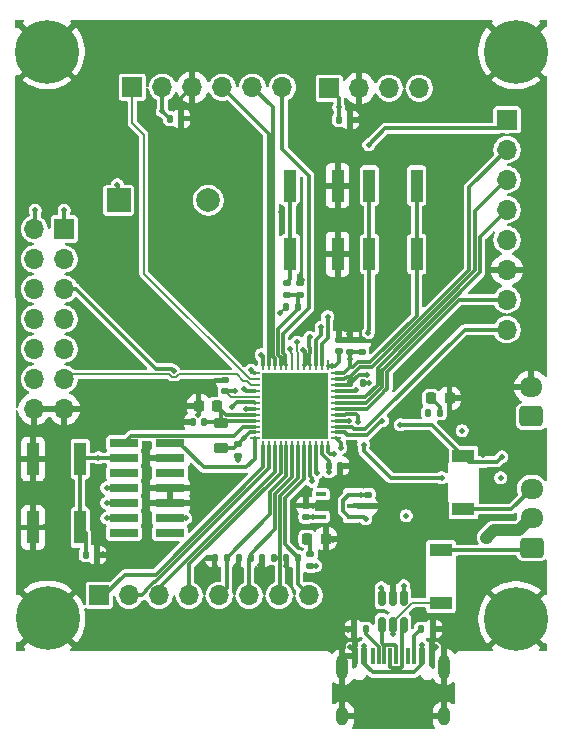
<source format=gbr>
%TF.GenerationSoftware,KiCad,Pcbnew,9.0.0-9.0.0-2~ubuntu22.04.1*%
%TF.CreationDate,2025-03-23T14:57:03+01:00*%
%TF.ProjectId,PCB_Module_Payement,5043425f-4d6f-4647-956c-655f50617965,rev?*%
%TF.SameCoordinates,Original*%
%TF.FileFunction,Copper,L1,Top*%
%TF.FilePolarity,Positive*%
%FSLAX46Y46*%
G04 Gerber Fmt 4.6, Leading zero omitted, Abs format (unit mm)*
G04 Created by KiCad (PCBNEW 9.0.0-9.0.0-2~ubuntu22.04.1) date 2025-03-23 14:57:03*
%MOMM*%
%LPD*%
G01*
G04 APERTURE LIST*
G04 Aperture macros list*
%AMRoundRect*
0 Rectangle with rounded corners*
0 $1 Rounding radius*
0 $2 $3 $4 $5 $6 $7 $8 $9 X,Y pos of 4 corners*
0 Add a 4 corners polygon primitive as box body*
4,1,4,$2,$3,$4,$5,$6,$7,$8,$9,$2,$3,0*
0 Add four circle primitives for the rounded corners*
1,1,$1+$1,$2,$3*
1,1,$1+$1,$4,$5*
1,1,$1+$1,$6,$7*
1,1,$1+$1,$8,$9*
0 Add four rect primitives between the rounded corners*
20,1,$1+$1,$2,$3,$4,$5,0*
20,1,$1+$1,$4,$5,$6,$7,0*
20,1,$1+$1,$6,$7,$8,$9,0*
20,1,$1+$1,$8,$9,$2,$3,0*%
G04 Aperture macros list end*
%TA.AperFunction,SMDPad,CuDef*%
%ADD10R,1.000000X2.800000*%
%TD*%
%TA.AperFunction,SMDPad,CuDef*%
%ADD11RoundRect,0.135000X0.135000X0.185000X-0.135000X0.185000X-0.135000X-0.185000X0.135000X-0.185000X0*%
%TD*%
%TA.AperFunction,SMDPad,CuDef*%
%ADD12RoundRect,0.140000X-0.170000X0.140000X-0.170000X-0.140000X0.170000X-0.140000X0.170000X0.140000X0*%
%TD*%
%TA.AperFunction,SMDPad,CuDef*%
%ADD13RoundRect,0.218750X0.218750X0.256250X-0.218750X0.256250X-0.218750X-0.256250X0.218750X-0.256250X0*%
%TD*%
%TA.AperFunction,SMDPad,CuDef*%
%ADD14RoundRect,0.140000X0.170000X-0.140000X0.170000X0.140000X-0.170000X0.140000X-0.170000X-0.140000X0*%
%TD*%
%TA.AperFunction,SMDPad,CuDef*%
%ADD15RoundRect,0.140000X-0.140000X-0.170000X0.140000X-0.170000X0.140000X0.170000X-0.140000X0.170000X0*%
%TD*%
%TA.AperFunction,SMDPad,CuDef*%
%ADD16R,0.600000X1.450000*%
%TD*%
%TA.AperFunction,SMDPad,CuDef*%
%ADD17R,0.300000X1.450000*%
%TD*%
%TA.AperFunction,HeatsinkPad*%
%ADD18O,1.000000X2.100000*%
%TD*%
%TA.AperFunction,HeatsinkPad*%
%ADD19O,1.000000X1.600000*%
%TD*%
%TA.AperFunction,SMDPad,CuDef*%
%ADD20R,2.400000X0.740000*%
%TD*%
%TA.AperFunction,ComponentPad*%
%ADD21RoundRect,0.250000X0.725000X-0.600000X0.725000X0.600000X-0.725000X0.600000X-0.725000X-0.600000X0*%
%TD*%
%TA.AperFunction,ComponentPad*%
%ADD22O,1.950000X1.700000*%
%TD*%
%TA.AperFunction,SMDPad,CuDef*%
%ADD23RoundRect,0.135000X-0.135000X-0.185000X0.135000X-0.185000X0.135000X0.185000X-0.135000X0.185000X0*%
%TD*%
%TA.AperFunction,ComponentPad*%
%ADD24R,1.700000X1.700000*%
%TD*%
%TA.AperFunction,ComponentPad*%
%ADD25O,1.700000X1.700000*%
%TD*%
%TA.AperFunction,SMDPad,CuDef*%
%ADD26RoundRect,0.135000X0.185000X-0.135000X0.185000X0.135000X-0.185000X0.135000X-0.185000X-0.135000X0*%
%TD*%
%TA.AperFunction,ComponentPad*%
%ADD27R,2.000000X2.000000*%
%TD*%
%TA.AperFunction,ComponentPad*%
%ADD28C,2.000000*%
%TD*%
%TA.AperFunction,SMDPad,CuDef*%
%ADD29RoundRect,0.140000X0.140000X0.170000X-0.140000X0.170000X-0.140000X-0.170000X0.140000X-0.170000X0*%
%TD*%
%TA.AperFunction,ComponentPad*%
%ADD30C,5.400000*%
%TD*%
%TA.AperFunction,SMDPad,CuDef*%
%ADD31RoundRect,0.135000X-0.185000X0.135000X-0.185000X-0.135000X0.185000X-0.135000X0.185000X0.135000X0*%
%TD*%
%TA.AperFunction,SMDPad,CuDef*%
%ADD32RoundRect,0.150000X-0.150000X0.512500X-0.150000X-0.512500X0.150000X-0.512500X0.150000X0.512500X0*%
%TD*%
%TA.AperFunction,SMDPad,CuDef*%
%ADD33RoundRect,0.218750X0.381250X-0.218750X0.381250X0.218750X-0.381250X0.218750X-0.381250X-0.218750X0*%
%TD*%
%TA.AperFunction,SMDPad,CuDef*%
%ADD34R,1.905000X1.139800*%
%TD*%
%TA.AperFunction,SMDPad,CuDef*%
%ADD35RoundRect,0.062500X-0.062500X0.375000X-0.062500X-0.375000X0.062500X-0.375000X0.062500X0.375000X0*%
%TD*%
%TA.AperFunction,SMDPad,CuDef*%
%ADD36RoundRect,0.062500X-0.375000X0.062500X-0.375000X-0.062500X0.375000X-0.062500X0.375000X0.062500X0*%
%TD*%
%TA.AperFunction,HeatsinkPad*%
%ADD37R,5.600000X5.600000*%
%TD*%
%TA.AperFunction,SMDPad,CuDef*%
%ADD38RoundRect,0.225000X0.225000X0.250000X-0.225000X0.250000X-0.225000X-0.250000X0.225000X-0.250000X0*%
%TD*%
%TA.AperFunction,SMDPad,CuDef*%
%ADD39R,0.914400X0.431800*%
%TD*%
%TA.AperFunction,ViaPad*%
%ADD40C,0.500000*%
%TD*%
%TA.AperFunction,Conductor*%
%ADD41C,0.300000*%
%TD*%
%TA.AperFunction,Conductor*%
%ADD42C,1.000000*%
%TD*%
%TA.AperFunction,Conductor*%
%ADD43C,0.160000*%
%TD*%
G04 APERTURE END LIST*
D10*
%TO.P,SW3,1,1*%
%TO.N,GND*%
X137800000Y-114450000D03*
X137800000Y-108650000D03*
%TO.P,SW3,2,2*%
%TO.N,/STM32/NRST*%
X141800000Y-114450000D03*
X141800000Y-108650000D03*
%TD*%
D11*
%TO.P,R17,1*%
%TO.N,/Modules/Culomn3*%
X158210000Y-117000000D03*
%TO.P,R17,2*%
%TO.N,GND*%
X157190000Y-117000000D03*
%TD*%
D10*
%TO.P,SW1,1,1*%
%TO.N,GND*%
X163600000Y-85500000D03*
X163600000Y-91300000D03*
%TO.P,SW1,2,2*%
%TO.N,Net-(R7-Pad1)*%
X159600000Y-85500000D03*
X159600000Y-91300000D03*
%TD*%
D12*
%TO.P,C11,1*%
%TO.N,+3.3V*%
X155150000Y-107400000D03*
%TO.P,C11,2*%
%TO.N,GND*%
X155150000Y-108360000D03*
%TD*%
D13*
%TO.P,D5,1,K*%
%TO.N,GND*%
X162600000Y-115400000D03*
%TO.P,D5,2,A*%
%TO.N,Net-(D5-A)*%
X161025000Y-115400000D03*
%TD*%
%TO.P,D2,1,K*%
%TO.N,GND*%
X173075000Y-103500000D03*
%TO.P,D2,2,A*%
%TO.N,Net-(D2-A)*%
X171500000Y-103500000D03*
%TD*%
D14*
%TO.P,C12,1*%
%TO.N,+3.3V*%
X163700000Y-99530000D03*
%TO.P,C12,2*%
%TO.N,GND*%
X163700000Y-98570000D03*
%TD*%
D12*
%TO.P,C5,1*%
%TO.N,GND*%
X160900000Y-112590000D03*
%TO.P,C5,2*%
%TO.N,+3.3V*%
X160900000Y-113550000D03*
%TD*%
D15*
%TO.P,C17,1*%
%TO.N,+5V*%
X149400000Y-79825000D03*
%TO.P,C17,2*%
%TO.N,GND*%
X150360000Y-79825000D03*
%TD*%
D16*
%TO.P,J8,A1,GND*%
%TO.N,GND*%
X165070000Y-125350000D03*
%TO.P,J8,A4,VBUS*%
%TO.N,5V_USB*%
X165870000Y-125350000D03*
D17*
%TO.P,J8,A5,CC1*%
%TO.N,Net-(J8-CC1)*%
X167070000Y-125350000D03*
%TO.P,J8,A6,D+*%
%TO.N,/STM32/D+*%
X168070000Y-125350000D03*
%TO.P,J8,A7,D-*%
%TO.N,/STM32/D-*%
X168570000Y-125350000D03*
%TO.P,J8,A8,SBU1*%
%TO.N,unconnected-(J8-SBU1-PadA8)*%
X169570000Y-125350000D03*
D16*
%TO.P,J8,A9,VBUS*%
%TO.N,5V_USB*%
X170770000Y-125350000D03*
%TO.P,J8,A12,GND*%
%TO.N,GND*%
X171570000Y-125350000D03*
%TO.P,J8,B1,GND*%
X171570000Y-125350000D03*
%TO.P,J8,B4,VBUS*%
%TO.N,5V_USB*%
X170770000Y-125350000D03*
D17*
%TO.P,J8,B5,CC2*%
%TO.N,Net-(J8-CC2)*%
X170070000Y-125350000D03*
%TO.P,J8,B6,D+*%
%TO.N,/STM32/D+*%
X169070000Y-125350000D03*
%TO.P,J8,B7,D-*%
%TO.N,/STM32/D-*%
X167570000Y-125350000D03*
%TO.P,J8,B8,SBU2*%
%TO.N,unconnected-(J8-SBU2-PadB8)*%
X166570000Y-125350000D03*
D16*
%TO.P,J8,B9,VBUS*%
%TO.N,5V_USB*%
X165870000Y-125350000D03*
%TO.P,J8,B12,GND*%
%TO.N,GND*%
X165070000Y-125350000D03*
D18*
%TO.P,J8,S1,SHIELD*%
X164000000Y-126265000D03*
D19*
X164000000Y-130445000D03*
D18*
X172640000Y-126265000D03*
D19*
X172640000Y-130445000D03*
%TD*%
D20*
%TO.P,J9,1,NC*%
%TO.N,unconnected-(J9-NC-Pad1)*%
X149400000Y-114910000D03*
%TO.P,J9,2,NC*%
%TO.N,unconnected-(J9-NC-Pad2)*%
X145500000Y-114910000D03*
%TO.P,J9,3,VCC*%
%TO.N,+3.3V*%
X149400000Y-113640000D03*
%TO.P,J9,4,JTMS/SWDIO*%
%TO.N,/STM32/SWDIO*%
X145500000Y-113640000D03*
%TO.P,J9,5,GND*%
%TO.N,GND*%
X149400000Y-112370000D03*
%TO.P,J9,6,JCLK/SWCLK*%
%TO.N,/STM32/SWCLK*%
X145500000Y-112370000D03*
%TO.P,J9,7,GND*%
%TO.N,GND*%
X149400000Y-111100000D03*
%TO.P,J9,8,JTDO/SWO*%
%TO.N,/STM32/SWO*%
X145500000Y-111100000D03*
%TO.P,J9,9,JRCLK/NC*%
%TO.N,unconnected-(J9-JRCLK{slash}NC-Pad9)*%
X149400000Y-109830000D03*
%TO.P,J9,10,JTDI/NC*%
%TO.N,unconnected-(J9-JTDI{slash}NC-Pad10)*%
X145500000Y-109830000D03*
%TO.P,J9,11,GNDDetect*%
%TO.N,GND*%
X149400000Y-108560000D03*
%TO.P,J9,12,~{RST}*%
%TO.N,/STM32/NRST*%
X145500000Y-108560000D03*
%TO.P,J9,13,VCP_RX*%
%TO.N,/STM32/USART3_TX*%
X149400000Y-107290000D03*
%TO.P,J9,14,VCP_TX*%
%TO.N,/STM32/USART3_RX*%
X145500000Y-107290000D03*
%TD*%
D14*
%TO.P,C7,1*%
%TO.N,+3.3V*%
X164650000Y-99560000D03*
%TO.P,C7,2*%
%TO.N,GND*%
X164650000Y-98600000D03*
%TD*%
%TO.P,C16,1*%
%TO.N,/STM32/Bt_Button*%
X160400000Y-94730000D03*
%TO.P,C16,2*%
%TO.N,GND*%
X160400000Y-93770000D03*
%TD*%
D21*
%TO.P,J7,1,Pin_1*%
%TO.N,VCC*%
X180000000Y-105050000D03*
D22*
%TO.P,J7,2,Pin_2*%
%TO.N,GND*%
X180000000Y-102550000D03*
%TD*%
D23*
%TO.P,R6,1*%
%TO.N,/STM32/BOOT0*%
X164690000Y-102250000D03*
%TO.P,R6,2*%
%TO.N,GND*%
X165710000Y-102250000D03*
%TD*%
D24*
%TO.P,J3,1,Pin_1*%
%TO.N,/Modules/SPI1_SCK*%
X177945000Y-79925000D03*
D25*
%TO.P,J3,2,Pin_2*%
%TO.N,/Modules/RSTO*%
X177945000Y-82465000D03*
%TO.P,J3,3,Pin_3*%
%TO.N,/Modules/SS*%
X177945000Y-85005000D03*
%TO.P,J3,4,Pin_4*%
%TO.N,/Modules/SPI1_Mosi*%
X177945000Y-87545000D03*
%TO.P,J3,5,Pin_5*%
%TO.N,+5V*%
X177945000Y-90085000D03*
%TO.P,J3,6,Pin_6*%
%TO.N,GND*%
X177945000Y-92625000D03*
%TO.P,J3,7,Pin_7*%
%TO.N,/Modules/SPI1_Miso*%
X177945000Y-95165000D03*
%TO.P,J3,8,Pin_8*%
%TO.N,/Modules/IRQ*%
X177945000Y-97705000D03*
%TD*%
D26*
%TO.P,R20,1*%
%TO.N,+3.3V*%
X161300000Y-117710000D03*
%TO.P,R20,2*%
%TO.N,Net-(D5-A)*%
X161300000Y-116690000D03*
%TD*%
D11*
%TO.P,R19,1*%
%TO.N,/Modules/Culomn4*%
X160260000Y-117000000D03*
%TO.P,R19,2*%
%TO.N,GND*%
X159240000Y-117000000D03*
%TD*%
D27*
%TO.P,BZ1,1,+*%
%TO.N,+5V*%
X145050000Y-86750000D03*
D28*
%TO.P,BZ1,2,-*%
%TO.N,Net-(BZ1--)*%
X152650000Y-86750000D03*
%TD*%
D24*
%TO.P,J6,1,Pin_1*%
%TO.N,+5V*%
X162890000Y-77250000D03*
D25*
%TO.P,J6,2,Pin_2*%
%TO.N,GND*%
X165430000Y-77250000D03*
%TO.P,J6,3,Pin_3*%
%TO.N,/Modules/I2C1_SDA*%
X167970000Y-77250000D03*
%TO.P,J6,4,Pin_4*%
%TO.N,/Modules/I2C1_SCL*%
X170510000Y-77250000D03*
%TD*%
D29*
%TO.P,C18,1*%
%TO.N,GND*%
X143230000Y-116750000D03*
%TO.P,C18,2*%
%TO.N,/STM32/NRST*%
X142270000Y-116750000D03*
%TD*%
D30*
%TO.P,H3,1,1*%
%TO.N,GND*%
X178700000Y-122200000D03*
%TD*%
D23*
%TO.P,R14,1*%
%TO.N,/STM32/RFID_LED*%
X171250000Y-104750000D03*
%TO.P,R14,2*%
%TO.N,Net-(D2-A)*%
X172270000Y-104750000D03*
%TD*%
D11*
%TO.P,R1,1*%
%TO.N,/Modules/Culomn1*%
X154200000Y-117000000D03*
%TO.P,R1,2*%
%TO.N,GND*%
X153180000Y-117000000D03*
%TD*%
D31*
%TO.P,R7,1*%
%TO.N,Net-(R7-Pad1)*%
X159300000Y-93740000D03*
%TO.P,R7,2*%
%TO.N,/STM32/Bt_Button*%
X159300000Y-94760000D03*
%TD*%
D14*
%TO.P,C6,1*%
%TO.N,+3.3V*%
X165650000Y-99560000D03*
%TO.P,C6,2*%
%TO.N,GND*%
X165650000Y-98600000D03*
%TD*%
D29*
%TO.P,C211,1*%
%TO.N,+3.3VA*%
X152330000Y-105550000D03*
%TO.P,C211,2*%
%TO.N,GND*%
X151370000Y-105550000D03*
%TD*%
D12*
%TO.P,C4,1*%
%TO.N,+5V*%
X166200000Y-111670000D03*
%TO.P,C4,2*%
%TO.N,GND*%
X166200000Y-112630000D03*
%TD*%
D30*
%TO.P,H4,1,1*%
%TO.N,GND*%
X139050000Y-122150000D03*
%TD*%
D32*
%TO.P,U6,1,I/O1*%
%TO.N,/STM32/USB_D+*%
X169230000Y-120407500D03*
%TO.P,U6,2,GND*%
%TO.N,GND*%
X168280000Y-120407500D03*
%TO.P,U6,3,I/O2*%
%TO.N,/STM32/USB_D-*%
X167330000Y-120407500D03*
%TO.P,U6,4,I/O2*%
%TO.N,/STM32/D-*%
X167330000Y-122682500D03*
%TO.P,U6,5,VBUS*%
%TO.N,5V_USB*%
X168280000Y-122682500D03*
%TO.P,U6,6,I/O1*%
%TO.N,/STM32/D+*%
X169230000Y-122682500D03*
%TD*%
D15*
%TO.P,C10,1*%
%TO.N,+3.3V*%
X162860000Y-109230000D03*
%TO.P,C10,2*%
%TO.N,GND*%
X163820000Y-109230000D03*
%TD*%
D30*
%TO.P,H2,1,1*%
%TO.N,GND*%
X178700000Y-74150000D03*
%TD*%
D11*
%TO.P,R23,1*%
%TO.N,/Modules/Culomn2*%
X156230000Y-117000000D03*
%TO.P,R23,2*%
%TO.N,GND*%
X155210000Y-117000000D03*
%TD*%
D33*
%TO.P,L201,1*%
%TO.N,+3.3V*%
X153700000Y-107762500D03*
%TO.P,L201,2*%
%TO.N,+3.3VA*%
X153700000Y-105637500D03*
%TD*%
D34*
%TO.P,U1,1,K*%
%TO.N,Net-(J_Switch1-Pin_1)*%
X172350000Y-116366400D03*
%TO.P,U1,2,A*%
%TO.N,5V_USB*%
X172350000Y-120833600D03*
%TD*%
D11*
%TO.P,R9,1*%
%TO.N,/STM32/Bt_Button*%
X160250000Y-95750000D03*
%TO.P,R9,2*%
%TO.N,+3.3V*%
X159230000Y-95750000D03*
%TD*%
D23*
%TO.P,R12,1*%
%TO.N,Net-(J8-CC2)*%
X170670000Y-123045000D03*
%TO.P,R12,2*%
%TO.N,GND*%
X171690000Y-123045000D03*
%TD*%
D35*
%TO.P,U2,1,VBAT*%
%TO.N,+3.3V*%
X162770000Y-100712500D03*
%TO.P,U2,2,PC13*%
%TO.N,/STM32/PC13*%
X162270000Y-100712500D03*
%TO.P,U2,3,PC14*%
%TO.N,/STM32/PC14*%
X161770000Y-100712500D03*
%TO.P,U2,4,PC15*%
%TO.N,/STM32/PC15*%
X161270000Y-100712500D03*
%TO.P,U2,5,PF0*%
%TO.N,/STM32/PF0*%
X160770000Y-100712500D03*
%TO.P,U2,6,PF1*%
%TO.N,/STM32/PF1*%
X160270000Y-100712500D03*
%TO.P,U2,7,PG10*%
%TO.N,/STM32/NRST*%
X159770000Y-100712500D03*
%TO.P,U2,8,PA0*%
%TO.N,/Modules/KEY*%
X159270000Y-100712500D03*
%TO.P,U2,9,PA1*%
%TO.N,/STM32/Bt_Button*%
X158770000Y-100712500D03*
%TO.P,U2,10,PA2*%
%TO.N,/Modules/Bt_RXD*%
X158270000Y-100712500D03*
%TO.P,U2,11,PA3*%
%TO.N,/Modules/Bt_TXD*%
X157770000Y-100712500D03*
%TO.P,U2,12,PA4*%
%TO.N,/STM32/BL_LED*%
X157270000Y-100712500D03*
D36*
%TO.P,U2,13,PA5*%
%TO.N,/Modules/SPI1_SCK*%
X156582500Y-101400000D03*
%TO.P,U2,14,PA6*%
%TO.N,/Modules/STATE*%
X156582500Y-101900000D03*
%TO.P,U2,15,PA7*%
%TO.N,/STM32/PA7*%
X156582500Y-102400000D03*
%TO.P,U2,16,PC4*%
%TO.N,/STM32/PC4*%
X156582500Y-102900000D03*
%TO.P,U2,17,PB0*%
%TO.N,/Alim/Charge_Batterie*%
X156582500Y-103400000D03*
%TO.P,U2,18,PB1*%
%TO.N,/STM32/Pb1*%
X156582500Y-103900000D03*
%TO.P,U2,19,PB2*%
%TO.N,/STM32/BUZZER*%
X156582500Y-104400000D03*
%TO.P,U2,20,VREF+*%
%TO.N,+3.3VA*%
X156582500Y-104900000D03*
%TO.P,U2,21,VDDA*%
X156582500Y-105400000D03*
%TO.P,U2,22,PB10*%
%TO.N,/STM32/USART3_RX*%
X156582500Y-105900000D03*
%TO.P,U2,23,VDD*%
%TO.N,+3.3V*%
X156582500Y-106400000D03*
%TO.P,U2,24,PB11*%
%TO.N,/STM32/USART3_TX*%
X156582500Y-106900000D03*
D35*
%TO.P,U2,25,PB12*%
%TO.N,/Modules/R0W1*%
X157270000Y-107587500D03*
%TO.P,U2,26,PB13*%
%TO.N,/Modules/ROW2*%
X157770000Y-107587500D03*
%TO.P,U2,27,PB14*%
%TO.N,/Modules/ROW3*%
X158270000Y-107587500D03*
%TO.P,U2,28,PB15*%
%TO.N,/Modules/ROW4*%
X158770000Y-107587500D03*
%TO.P,U2,29,PC6*%
%TO.N,/Modules/Culomn1*%
X159270000Y-107587500D03*
%TO.P,U2,30,PA8*%
%TO.N,/Modules/Culomn2*%
X159770000Y-107587500D03*
%TO.P,U2,31,PA9*%
%TO.N,/Modules/Culomn3*%
X160270000Y-107587500D03*
%TO.P,U2,32,PA10*%
%TO.N,/Modules/Culomn4*%
X160770000Y-107587500D03*
%TO.P,U2,33,PA11*%
%TO.N,/STM32/USB_D-*%
X161270000Y-107587500D03*
%TO.P,U2,34,PA12*%
%TO.N,/STM32/USB_D+*%
X161770000Y-107587500D03*
%TO.P,U2,35,VDD*%
%TO.N,+3.3V*%
X162270000Y-107587500D03*
%TO.P,U2,36,PA13*%
%TO.N,/STM32/SWDIO*%
X162770000Y-107587500D03*
D36*
%TO.P,U2,37,PA14*%
%TO.N,/STM32/SWCLK*%
X163457500Y-106900000D03*
%TO.P,U2,38,PA15*%
%TO.N,/Modules/I2C1_SDA*%
X163457500Y-106400000D03*
%TO.P,U2,39,PC10*%
%TO.N,/Modules/IRQ*%
X163457500Y-105900000D03*
%TO.P,U2,40,PC11*%
%TO.N,/STM32/RFID_LED*%
X163457500Y-105400000D03*
%TO.P,U2,41,PB3*%
%TO.N,/STM32/SWO*%
X163457500Y-104900000D03*
%TO.P,U2,42,PB4*%
%TO.N,/Modules/SPI1_Miso*%
X163457500Y-104400000D03*
%TO.P,U2,43,PB5*%
%TO.N,/Modules/SPI1_Mosi*%
X163457500Y-103900000D03*
%TO.P,U2,44,PB6*%
%TO.N,/Modules/SS*%
X163457500Y-103400000D03*
%TO.P,U2,45,PB7*%
%TO.N,/Modules/I2C1_SCL*%
X163457500Y-102900000D03*
%TO.P,U2,46,PB8*%
%TO.N,/STM32/BOOT0*%
X163457500Y-102400000D03*
%TO.P,U2,47,PB9*%
%TO.N,/Modules/RSTO*%
X163457500Y-101900000D03*
%TO.P,U2,48,VDD*%
%TO.N,+3.3V*%
X163457500Y-101400000D03*
D37*
%TO.P,U2,49,VSS*%
%TO.N,GND*%
X160020000Y-104150000D03*
%TD*%
D30*
%TO.P,H1,1,1*%
%TO.N,GND*%
X139000000Y-74150000D03*
%TD*%
D11*
%TO.P,R11,1*%
%TO.N,Net-(J8-CC1)*%
X165990000Y-123045000D03*
%TO.P,R11,2*%
%TO.N,GND*%
X164970000Y-123045000D03*
%TD*%
D10*
%TO.P,SW2,1,1*%
%TO.N,/STM32/BOOT0*%
X166300000Y-91300000D03*
X166300000Y-85500000D03*
%TO.P,SW2,2,2*%
%TO.N,+3.3V*%
X170300000Y-91300000D03*
X170300000Y-85500000D03*
%TD*%
D34*
%TO.P,U5,1,K*%
%TO.N,Net-(J_Switch1-Pin_3)*%
X174250000Y-112883600D03*
%TO.P,U5,2,A*%
%TO.N,5V_BUCK*%
X174250000Y-108416400D03*
%TD*%
D38*
%TO.P,C212,1*%
%TO.N,+3.3VA*%
X153375000Y-104150000D03*
%TO.P,C212,2*%
%TO.N,GND*%
X151825000Y-104150000D03*
%TD*%
D14*
%TO.P,C14,1*%
%TO.N,/Alim/Charge_Batterie*%
X154080000Y-102900000D03*
%TO.P,C14,2*%
%TO.N,GND*%
X154080000Y-101940000D03*
%TD*%
D21*
%TO.P,J_Switch1,1,Pin_1*%
%TO.N,Net-(J_Switch1-Pin_1)*%
X180050000Y-116150000D03*
D22*
%TO.P,J_Switch1,2,Pin_2*%
%TO.N,+5V*%
X180050000Y-113650000D03*
%TO.P,J_Switch1,3,Pin_3*%
%TO.N,Net-(J_Switch1-Pin_3)*%
X180050000Y-111150000D03*
%TD*%
D39*
%TO.P,U4,1,VIN*%
%TO.N,+5V*%
X164795400Y-113539800D03*
%TO.P,U4,2,GND*%
%TO.N,GND*%
X164795400Y-112600000D03*
%TO.P,U4,3,STBY*%
%TO.N,+5V*%
X164795400Y-111660200D03*
%TO.P,U4,4,N.C.*%
%TO.N,unconnected-(U4-N.C.-Pad4)*%
X162204600Y-111647500D03*
%TO.P,U4,5,VOUT*%
%TO.N,+3.3V*%
X162204600Y-113552500D03*
%TD*%
D24*
%TO.P,J4,1,Pin_1*%
%TO.N,/Modules/STATE*%
X146230000Y-77175000D03*
D25*
%TO.P,J4,2,Pin_2*%
%TO.N,+5V*%
X148770000Y-77175000D03*
%TO.P,J4,3,Pin_3*%
%TO.N,GND*%
X151310000Y-77175000D03*
%TO.P,J4,4,Pin_4*%
%TO.N,/Modules/Bt_TXD*%
X153850000Y-77175000D03*
%TO.P,J4,5,Pin_5*%
%TO.N,/Modules/Bt_RXD*%
X156390000Y-77175000D03*
%TO.P,J4,6,Pin_6*%
%TO.N,/Modules/KEY*%
X158930000Y-77175000D03*
%TD*%
D15*
%TO.P,C13,1*%
%TO.N,+5V*%
X163710000Y-79925000D03*
%TO.P,C13,2*%
%TO.N,GND*%
X164670000Y-79925000D03*
%TD*%
D24*
%TO.P,J1,1,Pin_1*%
%TO.N,+5V*%
X140450000Y-89175000D03*
D25*
%TO.P,J1,2,Pin_2*%
X137910000Y-89175000D03*
%TO.P,J1,3,Pin_3*%
%TO.N,/STM32/PC13*%
X140450000Y-91715000D03*
%TO.P,J1,4,Pin_4*%
%TO.N,/STM32/PC14*%
X137910000Y-91715000D03*
%TO.P,J1,5,Pin_5*%
%TO.N,/STM32/PC4*%
X140450000Y-94255000D03*
%TO.P,J1,6,Pin_6*%
%TO.N,/STM32/PC15*%
X137910000Y-94255000D03*
%TO.P,J1,7,Pin_7*%
%TO.N,+3.3V*%
X140450000Y-96795000D03*
%TO.P,J1,8,Pin_8*%
X137910000Y-96795000D03*
%TO.P,J1,9,Pin_9*%
%TO.N,/STM32/PF1*%
X140450000Y-99335000D03*
%TO.P,J1,10,Pin_10*%
%TO.N,/STM32/PF0*%
X137910000Y-99335000D03*
%TO.P,J1,11,Pin_11*%
%TO.N,/STM32/PA7*%
X140450000Y-101875000D03*
%TO.P,J1,12,Pin_12*%
%TO.N,/STM32/Pb1*%
X137910000Y-101875000D03*
%TO.P,J1,13,Pin_13*%
%TO.N,GND*%
X140450000Y-104415000D03*
%TO.P,J1,14,Pin_14*%
X137910000Y-104415000D03*
%TD*%
D24*
%TO.P,J5,1,Pin_1*%
%TO.N,/Modules/R0W1*%
X143410000Y-120195000D03*
D25*
%TO.P,J5,2,Pin_2*%
%TO.N,/Modules/ROW2*%
X145950000Y-120195000D03*
%TO.P,J5,3,Pin_3*%
%TO.N,/Modules/ROW3*%
X148490000Y-120195000D03*
%TO.P,J5,4,Pin_4*%
%TO.N,/Modules/ROW4*%
X151030000Y-120195000D03*
%TO.P,J5,5,Pin_5*%
%TO.N,/Modules/Culomn1*%
X153570000Y-120195000D03*
%TO.P,J5,6,Pin_6*%
%TO.N,/Modules/Culomn2*%
X156110000Y-120195000D03*
%TO.P,J5,7,Pin_7*%
%TO.N,/Modules/Culomn3*%
X158650000Y-120195000D03*
%TO.P,J5,8,Pin_8*%
%TO.N,/Modules/Culomn4*%
X161190000Y-120195000D03*
%TD*%
D40*
%TO.N,+5V*%
X176900000Y-114700000D03*
X165550000Y-111670000D03*
X166000000Y-113700000D03*
X169400000Y-113450000D03*
X176250000Y-115300000D03*
X178450000Y-114700000D03*
X138000000Y-87600000D03*
X140450000Y-87600000D03*
X163710000Y-78870000D03*
X144950000Y-85450000D03*
X148770000Y-79195000D03*
%TO.N,GND*%
X153230000Y-117720000D03*
X151300000Y-78800000D03*
X149500000Y-96700000D03*
X151800000Y-104950000D03*
X155150000Y-108700000D03*
X163700000Y-97950000D03*
X176050000Y-103650000D03*
X144550000Y-99600000D03*
X164600000Y-98100000D03*
X148200000Y-82600000D03*
X176600000Y-81500000D03*
X139220000Y-104400000D03*
X163600000Y-88200000D03*
X160000000Y-104100000D03*
X156800000Y-85600000D03*
X158850000Y-87750000D03*
X168300000Y-119650000D03*
X138800000Y-108650000D03*
X155020000Y-117700000D03*
X164500000Y-123100000D03*
X160450000Y-87150000D03*
X179350000Y-108460000D03*
X143700000Y-116700000D03*
X168100000Y-97000000D03*
X175200000Y-103650000D03*
X168200000Y-81700000D03*
X153760000Y-97560000D03*
X169500000Y-96100000D03*
X163200000Y-115500000D03*
X147400000Y-98900000D03*
X165500000Y-112600000D03*
X176900000Y-103700000D03*
X166250000Y-102220000D03*
X148100000Y-85000000D03*
X174800000Y-98900000D03*
X171300000Y-94200000D03*
X156500000Y-89000000D03*
X169550000Y-109200000D03*
X171650000Y-107950000D03*
X138750000Y-114400000D03*
X173800000Y-91800000D03*
X166700000Y-112650000D03*
X147800000Y-78400000D03*
X136600000Y-87800000D03*
X176100000Y-94300000D03*
X176050000Y-102800000D03*
X163600000Y-89350000D03*
X143500000Y-88400000D03*
X148100000Y-89400000D03*
X167000000Y-107000000D03*
X168200000Y-79800000D03*
X150700000Y-105540000D03*
X175700000Y-100400000D03*
X175880000Y-108330000D03*
X141770000Y-104450000D03*
X171950000Y-124600000D03*
X176050000Y-104550000D03*
X143600000Y-94700000D03*
X159270000Y-117710000D03*
X165400000Y-75500000D03*
X146200000Y-88400000D03*
X154200000Y-78900000D03*
X156700000Y-97900000D03*
X157000000Y-117660000D03*
X161490000Y-112590000D03*
X165450000Y-79860000D03*
X147460000Y-108450000D03*
X165180000Y-98600000D03*
X148710000Y-93320000D03*
X148250000Y-112400000D03*
X146200000Y-82500000D03*
X152710000Y-102460000D03*
X171700000Y-99200000D03*
X148200000Y-111100000D03*
X153000000Y-100100000D03*
X164650000Y-124550000D03*
X152800000Y-85000000D03*
X160550000Y-93500000D03*
X163600000Y-87350000D03*
%TO.N,VCC*%
X177400000Y-110250000D03*
X174150000Y-106250000D03*
%TO.N,5V_BUCK*%
X168900000Y-105750000D03*
X177500000Y-108460000D03*
%TO.N,+3.3V*%
X163150000Y-100750000D03*
X164650000Y-100200000D03*
X161500000Y-113552500D03*
X155675000Y-106875000D03*
X150750000Y-113650000D03*
X161760000Y-117710000D03*
X162860000Y-109730000D03*
X158750000Y-96300000D03*
%TO.N,/Alim/Charge_Batterie*%
X165800000Y-107425000D03*
X172412500Y-110250000D03*
X154880000Y-102910000D03*
%TO.N,/STM32/NRST*%
X143350000Y-108560000D03*
X159550000Y-99350000D03*
%TO.N,/Modules/SPI1_SCK*%
X156250000Y-101150000D03*
X166250000Y-82050000D03*
%TO.N,/Modules/I2C1_SCL*%
X165200000Y-102830000D03*
%TO.N,/Modules/I2C1_SDA*%
X167400000Y-105400000D03*
%TO.N,5V_USB*%
X165850000Y-124500000D03*
X168300000Y-123450000D03*
X170750000Y-124400000D03*
%TO.N,/STM32/SWO*%
X165300000Y-105500000D03*
X144050000Y-111100000D03*
%TO.N,/STM32/SWCLK*%
X163850000Y-107699000D03*
X144040000Y-112360000D03*
%TO.N,/STM32/SWDIO*%
X144060000Y-113650000D03*
X163300000Y-108250000D03*
%TO.N,/STM32/BOOT0*%
X166200000Y-97950000D03*
X166100000Y-101500000D03*
%TO.N,/STM32/BUZZER*%
X155850000Y-104400000D03*
%TO.N,/STM32/BL_LED*%
X157150000Y-99820000D03*
%TO.N,/STM32/RFID_LED*%
X171250000Y-104750000D03*
X164560000Y-105400000D03*
%TO.N,/STM32/Pb1*%
X154650000Y-104230000D03*
%TO.N,/STM32/PC13*%
X162750000Y-96600000D03*
%TO.N,/STM32/PC4*%
X155680000Y-102720000D03*
X149750000Y-101200000D03*
%TO.N,/STM32/PC14*%
X162200000Y-97500000D03*
%TO.N,/STM32/PF1*%
X160150000Y-98750000D03*
%TO.N,/STM32/PC15*%
X161250000Y-98350000D03*
%TO.N,/STM32/PF0*%
X160700000Y-99450000D03*
%TO.N,/STM32/USB_D-*%
X167300000Y-119550000D03*
X161458019Y-110525119D03*
%TO.N,/STM32/USB_D+*%
X169200000Y-119400000D03*
X161850000Y-109800000D03*
%TD*%
D41*
%TO.N,+5V*%
X163710000Y-78070000D02*
X163710000Y-78870000D01*
X164087200Y-112133100D02*
X164560100Y-111660200D01*
X165839800Y-113539800D02*
X166000000Y-113700000D01*
X164795400Y-113539800D02*
X164560100Y-113539800D01*
X164560100Y-111660200D02*
X164795400Y-111660200D01*
X164560100Y-113539800D02*
X164087200Y-113066900D01*
X140450000Y-87600000D02*
X140450000Y-89175000D01*
X166200000Y-111670000D02*
X165550000Y-111670000D01*
X148770000Y-79195000D02*
X149400000Y-79825000D01*
X148770000Y-77175000D02*
X148770000Y-79195000D01*
X162890000Y-77250000D02*
X163710000Y-78070000D01*
D42*
X176800000Y-114700000D02*
X176200000Y-115300000D01*
D43*
X145050000Y-85550000D02*
X144950000Y-85450000D01*
X145050000Y-86750000D02*
X145050000Y-85550000D01*
D41*
X164805200Y-111670000D02*
X164795400Y-111660200D01*
X138000000Y-89085000D02*
X137910000Y-89175000D01*
D42*
X178450000Y-114700000D02*
X176900000Y-114700000D01*
D41*
X164795400Y-113539800D02*
X165839800Y-113539800D01*
X138000000Y-87600000D02*
X138000000Y-89085000D01*
D42*
X180050000Y-113650000D02*
X179000000Y-114700000D01*
D41*
X163710000Y-79925000D02*
X163710000Y-78870000D01*
X164087200Y-113066900D02*
X164087200Y-112133100D01*
D42*
X179000000Y-114700000D02*
X178450000Y-114700000D01*
X176900000Y-114700000D02*
X176800000Y-114700000D01*
D41*
X165550000Y-111670000D02*
X164805200Y-111670000D01*
D42*
X176200000Y-115300000D02*
X176250000Y-115300000D01*
D41*
%TO.N,GND*%
X148280000Y-112370000D02*
X148250000Y-112400000D01*
X150360000Y-78125000D02*
X150360000Y-79825000D01*
X163730000Y-98600000D02*
X163700000Y-98570000D01*
X143650000Y-116750000D02*
X143700000Y-116700000D01*
X164970000Y-123045000D02*
X164555000Y-123045000D01*
X162600000Y-115400000D02*
X163100000Y-115400000D01*
X155150000Y-108700000D02*
X155150000Y-108360000D01*
X150700000Y-105540000D02*
X150710000Y-105550000D01*
X163100000Y-115400000D02*
X163200000Y-115500000D01*
X160400000Y-93650000D02*
X160550000Y-93500000D01*
X164650000Y-98600000D02*
X164650000Y-98150000D01*
X166220000Y-102250000D02*
X165710000Y-102250000D01*
X168280000Y-120407500D02*
X168280000Y-119670000D01*
X160400000Y-93770000D02*
X160400000Y-93650000D01*
X161510000Y-112570000D02*
X161490000Y-112590000D01*
X171570000Y-125350000D02*
X171570000Y-124980000D01*
X147940000Y-108440000D02*
X148060000Y-108560000D01*
X165070000Y-125350000D02*
X165070000Y-124970000D01*
X163700000Y-97950000D02*
X163700000Y-98570000D01*
X160020000Y-104150000D02*
X160020000Y-104120000D01*
X137800000Y-108650000D02*
X138800000Y-108650000D01*
X166250000Y-102220000D02*
X166220000Y-102250000D01*
X165070000Y-124970000D02*
X164650000Y-124550000D01*
X164555000Y-123045000D02*
X164500000Y-123100000D01*
X153180000Y-117000000D02*
X153180000Y-117670000D01*
X164650000Y-98150000D02*
X164600000Y-98100000D01*
X159240000Y-117680000D02*
X159270000Y-117710000D01*
X151825000Y-104925000D02*
X151800000Y-104950000D01*
X165180000Y-98600000D02*
X164650000Y-98600000D01*
X143230000Y-116750000D02*
X143650000Y-116750000D01*
X157190000Y-117000000D02*
X157190000Y-117470000D01*
X163600000Y-89350000D02*
X163600000Y-88200000D01*
X165650000Y-98600000D02*
X165180000Y-98600000D01*
X141735000Y-104415000D02*
X141770000Y-104450000D01*
X163600000Y-88200000D02*
X163600000Y-85500000D01*
X166200000Y-112630000D02*
X166680000Y-112630000D01*
X149400000Y-112370000D02*
X148280000Y-112370000D01*
X164795400Y-112600000D02*
X165500000Y-112600000D01*
X151310000Y-77175000D02*
X150360000Y-78125000D01*
X139235000Y-104415000D02*
X139220000Y-104400000D01*
X166680000Y-112630000D02*
X166700000Y-112650000D01*
X160900000Y-112590000D02*
X161490000Y-112590000D01*
X140450000Y-104415000D02*
X139235000Y-104415000D01*
X148060000Y-108560000D02*
X149400000Y-108560000D01*
X157190000Y-117470000D02*
X157000000Y-117660000D01*
X160020000Y-104120000D02*
X160000000Y-104100000D01*
X155210000Y-117000000D02*
X155210000Y-117510000D01*
X137800000Y-114450000D02*
X138700000Y-114450000D01*
X164670000Y-79925000D02*
X165385000Y-79925000D01*
X153230000Y-101940000D02*
X152710000Y-102460000D01*
X138700000Y-114450000D02*
X138750000Y-114400000D01*
X153180000Y-117670000D02*
X153230000Y-117720000D01*
X151825000Y-104150000D02*
X151825000Y-104925000D01*
X163600000Y-91300000D02*
X163600000Y-89350000D01*
X154080000Y-101940000D02*
X153230000Y-101940000D01*
X150710000Y-105550000D02*
X151370000Y-105550000D01*
X168280000Y-119670000D02*
X168300000Y-119650000D01*
X159240000Y-117000000D02*
X159240000Y-117680000D01*
X147460000Y-108450000D02*
X147470000Y-108440000D01*
X155210000Y-117510000D02*
X155020000Y-117700000D01*
X165385000Y-79925000D02*
X165450000Y-79860000D01*
X147470000Y-108440000D02*
X147940000Y-108440000D01*
X171570000Y-124980000D02*
X171950000Y-124600000D01*
X140450000Y-104415000D02*
X141735000Y-104415000D01*
X149400000Y-111100000D02*
X148200000Y-111100000D01*
%TO.N,5V_BUCK*%
X176097166Y-108936000D02*
X176147066Y-108886100D01*
X174250000Y-108416400D02*
X174719700Y-108886100D01*
X175702834Y-108936000D02*
X176097166Y-108936000D01*
X175652934Y-108886100D02*
X175702834Y-108936000D01*
D43*
X174250000Y-108416400D02*
X174687400Y-107979000D01*
D41*
X174719700Y-108886100D02*
X175652934Y-108886100D01*
X174250000Y-108416400D02*
X171583600Y-105750000D01*
X176147066Y-108886100D02*
X177073900Y-108886100D01*
X177073900Y-108886100D02*
X177500000Y-108460000D01*
X171583600Y-105750000D02*
X168900000Y-105750000D01*
%TO.N,+3.3V*%
X162260019Y-108260019D02*
X162260019Y-108029981D01*
X163350000Y-100750000D02*
X163700000Y-100400000D01*
X165650000Y-99560000D02*
X164650000Y-99560000D01*
X162860000Y-109230000D02*
X162860000Y-109730000D01*
X162270000Y-108020000D02*
X162270000Y-107587500D01*
X166432900Y-100372900D02*
X166667800Y-100138000D01*
X166667800Y-100138000D02*
X170300000Y-96505800D01*
X164650000Y-99560000D02*
X164650000Y-100853272D01*
X162204600Y-113552500D02*
X160902500Y-113552500D01*
X156150000Y-106400000D02*
X156582500Y-106400000D01*
X162260019Y-108029981D02*
X162270000Y-108020000D01*
X164906462Y-100853272D02*
X165072417Y-100687317D01*
X163700000Y-99530000D02*
X163700000Y-100100000D01*
D43*
X159230000Y-95820000D02*
X158750000Y-96300000D01*
D41*
X164650000Y-100853272D02*
X164906462Y-100853272D01*
X155150000Y-107400000D02*
X156150000Y-106400000D01*
X165072417Y-100687317D02*
X165307317Y-100452417D01*
X162860000Y-109230000D02*
X162860000Y-108860000D01*
X170300000Y-91300000D02*
X170300000Y-85500000D01*
X161800000Y-117750000D02*
X161760000Y-117710000D01*
X153700000Y-107762500D02*
X154787500Y-107762500D01*
X161300000Y-117710000D02*
X161760000Y-117710000D01*
X149400000Y-113640000D02*
X150740000Y-113640000D01*
X163700000Y-100100000D02*
X163700000Y-99950000D01*
X154787500Y-107762500D02*
X155150000Y-107400000D01*
D43*
X159230000Y-95750000D02*
X159230000Y-95820000D01*
D41*
X160902500Y-113552500D02*
X160900000Y-113550000D01*
X163457500Y-101400000D02*
X164103272Y-101400000D01*
X166353383Y-100452417D02*
X166432900Y-100372900D01*
D43*
X162770000Y-100712500D02*
X162807500Y-100750000D01*
D41*
X165307317Y-100452417D02*
X165639517Y-100452417D01*
X162807500Y-100750000D02*
X163350000Y-100750000D01*
X162860000Y-108860000D02*
X162260019Y-108260019D01*
X150740000Y-113640000D02*
X150750000Y-113650000D01*
X164650000Y-100853272D02*
X164103272Y-101400000D01*
X170300000Y-96505800D02*
X170300000Y-91300000D01*
X165639517Y-100452417D02*
X166353383Y-100452417D01*
X163700000Y-100400000D02*
X163700000Y-100100000D01*
%TO.N,/Alim/Charge_Batterie*%
X154090000Y-102910000D02*
X154080000Y-102900000D01*
X154880000Y-102910000D02*
X154090000Y-102910000D01*
D43*
X156522500Y-103420000D02*
X154600000Y-103420000D01*
D41*
X165800000Y-107950000D02*
X168100000Y-110250000D01*
D43*
X156542500Y-103440000D02*
X156522500Y-103420000D01*
X154600000Y-103420000D02*
X154080000Y-102900000D01*
D41*
X168100000Y-110250000D02*
X172412500Y-110250000D01*
X165800000Y-107425000D02*
X165800000Y-107950000D01*
%TO.N,/STM32/Bt_Button*%
X160260000Y-94870000D02*
X160260000Y-95940000D01*
X160370000Y-94760000D02*
X160400000Y-94730000D01*
X158572000Y-97628000D02*
X158572000Y-97672000D01*
X158671000Y-99932900D02*
X158770000Y-100031900D01*
X160260000Y-95940000D02*
X158572000Y-97628000D01*
X160400000Y-94730000D02*
X160260000Y-94870000D01*
X158572000Y-99833900D02*
X158671000Y-99932900D01*
X159300000Y-94760000D02*
X160370000Y-94760000D01*
X158572000Y-97672000D02*
X158572000Y-99833900D01*
X158770000Y-100031900D02*
X158770000Y-100712500D01*
%TO.N,/STM32/NRST*%
X141800000Y-114450000D02*
X141800000Y-108650000D01*
X142270000Y-116750000D02*
X142270000Y-114920000D01*
D43*
X159550000Y-99500000D02*
X159550000Y-99350000D01*
X159770000Y-99720000D02*
X159550000Y-99500000D01*
D41*
X142270000Y-114920000D02*
X141800000Y-114450000D01*
D43*
X159770000Y-100712500D02*
X159770000Y-99720000D01*
D41*
X141890000Y-108560000D02*
X141800000Y-108650000D01*
X145500000Y-108560000D02*
X141890000Y-108560000D01*
%TO.N,+3.3VA*%
X153375000Y-104150000D02*
X154175000Y-104950000D01*
X154175000Y-104950000D02*
X156532500Y-104950000D01*
X153612500Y-105550000D02*
X153700000Y-105637500D01*
X153700000Y-104475000D02*
X153375000Y-104150000D01*
X156532500Y-104950000D02*
X156582500Y-104900000D01*
X152330000Y-105550000D02*
X153612500Y-105550000D01*
X153700000Y-105637500D02*
X153700000Y-104475000D01*
X153937500Y-105400000D02*
X156582500Y-105400000D01*
X153700000Y-105637500D02*
X153937500Y-105400000D01*
%TO.N,Net-(D2-A)*%
X172270000Y-104750000D02*
X172270000Y-104270000D01*
X172270000Y-104270000D02*
X171500000Y-103500000D01*
%TO.N,Net-(D5-A)*%
X161300000Y-115675000D02*
X161025000Y-115400000D01*
X161300000Y-116690000D02*
X161300000Y-115675000D01*
%TO.N,/Modules/IRQ*%
X164280768Y-105900000D02*
X163457500Y-105900000D01*
X166849000Y-105201000D02*
X165910000Y-106140000D01*
X167201000Y-104849000D02*
X167171768Y-104849000D01*
X165000000Y-106140000D02*
X164799616Y-105939616D01*
X167171768Y-104849000D02*
X166849000Y-105171768D01*
X174345000Y-97705000D02*
X167201000Y-104849000D01*
X164788232Y-105951000D02*
X164331768Y-105951000D01*
X165910000Y-106140000D02*
X165000000Y-106140000D01*
X164799616Y-105939616D02*
X164788232Y-105951000D01*
X164331768Y-105951000D02*
X164280768Y-105900000D01*
X166849000Y-105171768D02*
X166849000Y-105201000D01*
X177945000Y-97705000D02*
X174345000Y-97705000D01*
%TO.N,/Modules/SPI1_SCK*%
X156582500Y-101400000D02*
X156500000Y-101400000D01*
X166250000Y-82050000D02*
X167650000Y-80650000D01*
X156500000Y-101400000D02*
X156250000Y-101150000D01*
X167650000Y-80650000D02*
X177220000Y-80650000D01*
X177220000Y-80650000D02*
X177945000Y-79925000D01*
%TO.N,/Modules/SPI1_Mosi*%
X167407100Y-101100000D02*
X175416100Y-93091000D01*
X166354668Y-103566100D02*
X166900000Y-103020768D01*
X166900000Y-103020768D02*
X167166100Y-102754668D01*
X167401000Y-102519768D02*
X167401000Y-102187568D01*
X175416100Y-93091000D02*
X175651000Y-92856100D01*
X175651000Y-92523900D02*
X175651000Y-89839000D01*
X166020768Y-103900000D02*
X166119768Y-103801000D01*
X166119768Y-103801000D02*
X166354668Y-103566100D01*
X175651000Y-89839000D02*
X177945000Y-87545000D01*
X167401000Y-102187568D02*
X167401000Y-101106100D01*
X167166100Y-102754668D02*
X167401000Y-102519768D01*
X167401000Y-101106100D02*
X167407100Y-101100000D01*
X175651000Y-92856100D02*
X175651000Y-92523900D01*
X163457500Y-103900000D02*
X166020768Y-103900000D01*
%TO.N,/Modules/SPI1_Miso*%
X167802000Y-102021468D02*
X167802000Y-102353668D01*
X167802000Y-102353668D02*
X167802000Y-102685868D01*
X167443934Y-103043934D02*
X167445767Y-103045767D01*
X167802000Y-101272200D02*
X167802000Y-102021468D01*
X166091534Y-104400000D02*
X163457500Y-104400000D01*
X167567100Y-102920768D02*
X167443934Y-103043934D01*
X167445767Y-103045767D02*
X166091534Y-104400000D01*
X178265000Y-95165000D02*
X178350000Y-95250000D01*
X173909200Y-95165000D02*
X167808100Y-101266100D01*
X167802000Y-102685868D02*
X167567100Y-102920768D01*
X167808100Y-101266100D02*
X167802000Y-101272200D01*
X177945000Y-95165000D02*
X173909200Y-95165000D01*
%TO.N,/Modules/RSTO*%
X163457500Y-101900000D02*
X164170372Y-101900000D01*
X164391372Y-101679000D02*
X164693900Y-101679000D01*
X164693900Y-101679000D02*
X164693900Y-101632934D01*
X165473417Y-100853417D02*
X166536583Y-100853417D01*
X166536583Y-100853417D02*
X166599000Y-100791000D01*
X164693900Y-101632934D02*
X165473417Y-100853417D01*
X174762000Y-85648000D02*
X177945000Y-82465000D01*
X166599000Y-100773900D02*
X166833900Y-100539000D01*
X166599000Y-100791000D02*
X166599000Y-100773900D01*
X164170372Y-101900000D02*
X164391372Y-101679000D01*
X174762000Y-92610900D02*
X174762000Y-85648000D01*
X166833900Y-100539000D02*
X174762000Y-92610900D01*
%TO.N,/Modules/SS*%
X167000000Y-100940000D02*
X167000000Y-102353668D01*
X177895000Y-85005000D02*
X175250000Y-87650000D01*
X165953668Y-103400000D02*
X163457500Y-103400000D01*
X175250000Y-87650000D02*
X175250000Y-92690000D01*
X167000000Y-102353668D02*
X165953668Y-103400000D01*
X177945000Y-85005000D02*
X177895000Y-85005000D01*
X175250000Y-92690000D02*
X167000000Y-100940000D01*
%TO.N,/Modules/KEY*%
X161150000Y-84650000D02*
X161150000Y-95900000D01*
X161150000Y-95900000D02*
X158973000Y-98077000D01*
X158973000Y-98077000D02*
X158973000Y-99667800D01*
X158973000Y-99667800D02*
X159000000Y-99694800D01*
X159072000Y-99766800D02*
X159171000Y-99865800D01*
X159171000Y-100198000D02*
X159171000Y-100613500D01*
X159000000Y-99694800D02*
X159072000Y-99766800D01*
X159171000Y-100613500D02*
X159270000Y-100712500D01*
X159171000Y-99865800D02*
X159171000Y-100198000D01*
X158930000Y-82430000D02*
X161150000Y-84650000D01*
X158930000Y-77175000D02*
X158930000Y-82430000D01*
D43*
%TO.N,/Modules/STATE*%
X156145001Y-101900000D02*
X147206000Y-92960999D01*
X156582500Y-101900000D02*
X156145001Y-101900000D01*
X147206000Y-92960999D02*
X147206000Y-81206000D01*
X146230000Y-80230000D02*
X146230000Y-77175000D01*
X147206000Y-81206000D02*
X146230000Y-80230000D01*
D41*
%TO.N,/Modules/ROW4*%
X151030000Y-117571900D02*
X151030000Y-120195000D01*
X158770000Y-109831900D02*
X151030000Y-117571900D01*
X158770000Y-107587500D02*
X158770000Y-109831900D01*
%TO.N,/Modules/Culomn4*%
X159120000Y-111964200D02*
X160770000Y-110314200D01*
X160770000Y-108449232D02*
X160749000Y-108428232D01*
X160260000Y-117000000D02*
X159120000Y-115860000D01*
X159120000Y-115860000D02*
X159120000Y-111964200D01*
X161190000Y-120195000D02*
X160260000Y-119265000D01*
X160749000Y-108428232D02*
X160749000Y-107971768D01*
X160260000Y-119265000D02*
X160260000Y-117000000D01*
X160770000Y-110314200D02*
X160770000Y-108449232D01*
X160749000Y-107971768D02*
X160770000Y-107950768D01*
X160770000Y-107950768D02*
X160770000Y-107587500D01*
%TO.N,/Modules/R0W1*%
X157270000Y-107587500D02*
X157270000Y-109362900D01*
X143855000Y-120195000D02*
X143410000Y-120195000D01*
X145600000Y-118450000D02*
X143855000Y-120195000D01*
X157270000Y-109362900D02*
X148182900Y-118450000D01*
X148182900Y-118450000D02*
X145600000Y-118450000D01*
%TO.N,/Modules/Culomn1*%
X157917000Y-111465900D02*
X158151900Y-111231000D01*
X153570000Y-120195000D02*
X154200000Y-119565000D01*
X158151900Y-111231000D02*
X159270000Y-110112900D01*
X157917000Y-113283000D02*
X157917000Y-111798100D01*
X154200000Y-117000000D02*
X157917000Y-113283000D01*
X157917000Y-111798100D02*
X157917000Y-111465900D01*
X159270000Y-110112900D02*
X159270000Y-107587500D01*
X154200000Y-119565000D02*
X154200000Y-117000000D01*
%TO.N,/Modules/ROW2*%
X148106000Y-119094000D02*
X148033950Y-119094000D01*
X157770000Y-109430000D02*
X148106000Y-119094000D01*
X147005000Y-120195000D02*
X145950000Y-120195000D01*
X147389000Y-119738950D02*
X147389000Y-119811000D01*
X147389000Y-119811000D02*
X147005000Y-120195000D01*
X148033950Y-119094000D02*
X147389000Y-119738950D01*
X157770000Y-107587500D02*
X157770000Y-109430000D01*
%TO.N,/Modules/ROW3*%
X158270000Y-107587500D02*
X158270000Y-109764800D01*
X148490000Y-119544800D02*
X148490000Y-120195000D01*
X158270000Y-109764800D02*
X148490000Y-119544800D01*
%TO.N,/Modules/Culomn3*%
X158210000Y-117000000D02*
X158669000Y-117000000D01*
X158650000Y-120195000D02*
X158719000Y-120126000D01*
X158719000Y-120126000D02*
X158719000Y-117050000D01*
X158719000Y-117050000D02*
X158719000Y-111798100D01*
X160270000Y-110247100D02*
X160270000Y-107587500D01*
X158669000Y-117000000D02*
X158719000Y-117050000D01*
X158719000Y-111798100D02*
X160270000Y-110247100D01*
%TO.N,/Modules/Culomn2*%
X158318000Y-114592001D02*
X158318000Y-111632000D01*
X156110000Y-117120000D02*
X156230000Y-117000000D01*
X159770000Y-110180000D02*
X159770000Y-107587500D01*
X156230000Y-117000000D02*
X156230000Y-116680001D01*
X158318000Y-111632000D02*
X159770000Y-110180000D01*
X156230000Y-116680001D02*
X158318000Y-114592001D01*
X156110000Y-120195000D02*
X156110000Y-117120000D01*
%TO.N,/Modules/I2C1_SCL*%
X165130000Y-102900000D02*
X163457500Y-102900000D01*
X165200000Y-102830000D02*
X165130000Y-102900000D01*
%TO.N,/Modules/I2C1_SDA*%
X166390000Y-106280000D02*
X166070000Y-106600000D01*
X167400000Y-105400000D02*
X167260000Y-105400000D01*
X164400000Y-106600000D02*
X164200000Y-106400000D01*
X166070000Y-106600000D02*
X164400000Y-106600000D01*
X166390000Y-106270000D02*
X166390000Y-106280000D01*
X167260000Y-105400000D02*
X166390000Y-106270000D01*
X164200000Y-106400000D02*
X163457500Y-106400000D01*
%TO.N,5V_USB*%
X165870000Y-126027000D02*
X166570000Y-126727000D01*
X165870000Y-125350000D02*
X165870000Y-126027000D01*
X165870000Y-125350000D02*
X165870000Y-124520000D01*
X170770000Y-124420000D02*
X170750000Y-124400000D01*
X166570000Y-126727000D02*
X170070000Y-126727000D01*
X168300000Y-122702500D02*
X168280000Y-122682500D01*
X170770000Y-125350000D02*
X170770000Y-124420000D01*
X165870000Y-124520000D02*
X165850000Y-124500000D01*
X170770000Y-126027000D02*
X170770000Y-125350000D01*
D43*
X168280000Y-122492262D02*
X169938662Y-120833600D01*
X168280000Y-122682500D02*
X168280000Y-122492262D01*
X169938662Y-120833600D02*
X172350000Y-120833600D01*
D41*
X170070000Y-126727000D02*
X170770000Y-126027000D01*
X168300000Y-123450000D02*
X168300000Y-122702500D01*
%TO.N,/STM32/D+*%
X169070000Y-122842500D02*
X169230000Y-122682500D01*
X168070000Y-126227000D02*
X168169000Y-126326000D01*
X168070000Y-125350000D02*
X168070000Y-126227000D01*
X169070000Y-126227000D02*
X169070000Y-125350000D01*
X169070000Y-125350000D02*
X169070000Y-122842500D01*
X168971000Y-126326000D02*
X169070000Y-126227000D01*
X168169000Y-126326000D02*
X168971000Y-126326000D01*
%TO.N,/STM32/D-*%
X168471000Y-124374000D02*
X168570000Y-124473000D01*
X167570000Y-124473000D02*
X167330000Y-124233000D01*
X167570000Y-125350000D02*
X167570000Y-124473000D01*
X167669000Y-124374000D02*
X168471000Y-124374000D01*
X167570000Y-124473000D02*
X167669000Y-124374000D01*
X168570000Y-124473000D02*
X168570000Y-125350000D01*
X167330000Y-124233000D02*
X167330000Y-122682500D01*
%TO.N,Net-(J8-CC1)*%
X167070000Y-125350000D02*
X167070000Y-124540100D01*
X167070000Y-124540100D02*
X165990000Y-123460100D01*
X165990000Y-123460100D02*
X165990000Y-123045000D01*
%TO.N,Net-(J8-CC2)*%
X170070000Y-123645000D02*
X170670000Y-123045000D01*
X170070000Y-125350000D02*
X170070000Y-123645000D01*
%TO.N,/STM32/USART3_TX*%
X150202000Y-107290000D02*
X149400000Y-107290000D01*
X155850000Y-109350000D02*
X152262000Y-109350000D01*
X156582500Y-108617500D02*
X155850000Y-109350000D01*
X152262000Y-109350000D02*
X150202000Y-107290000D01*
X156582500Y-106900000D02*
X156582500Y-108617500D01*
%TO.N,/STM32/SWO*%
X165300000Y-105500000D02*
X165300000Y-104980000D01*
X144050000Y-111100000D02*
X145500000Y-111100000D01*
X165300000Y-104980000D02*
X165121000Y-104801000D01*
X164299000Y-104801000D02*
X164200000Y-104900000D01*
X165121000Y-104801000D02*
X164299000Y-104801000D01*
X164200000Y-104900000D02*
X163457500Y-104900000D01*
%TO.N,/STM32/SWCLK*%
X145490000Y-112360000D02*
X145500000Y-112370000D01*
X163850000Y-107292500D02*
X163457500Y-106900000D01*
X163850000Y-107699000D02*
X163850000Y-107292500D01*
X144040000Y-112360000D02*
X145490000Y-112360000D01*
%TO.N,/STM32/SWDIO*%
X144060000Y-113650000D02*
X145490000Y-113650000D01*
X162950000Y-108250000D02*
X162770000Y-108070000D01*
X163300000Y-108250000D02*
X162950000Y-108250000D01*
X145490000Y-113650000D02*
X145500000Y-113640000D01*
X162770000Y-108070000D02*
X162770000Y-107587500D01*
%TO.N,/STM32/USART3_RX*%
X155600000Y-105900000D02*
X156582500Y-105900000D01*
X146121000Y-106669000D02*
X154831000Y-106669000D01*
D43*
X156181896Y-105900000D02*
X156582500Y-105900000D01*
D41*
X154831000Y-106669000D02*
X155600000Y-105900000D01*
X145500000Y-107290000D02*
X146121000Y-106669000D01*
%TO.N,Net-(J_Switch1-Pin_1)*%
X179633600Y-116366400D02*
X172350000Y-116366400D01*
X179700000Y-115800000D02*
X180050000Y-116150000D01*
X179850000Y-116150000D02*
X179633600Y-116366400D01*
X180050000Y-116150000D02*
X179850000Y-116150000D01*
%TO.N,Net-(J_Switch1-Pin_3)*%
X174250000Y-112883600D02*
X178316400Y-112883600D01*
X178316400Y-112883600D02*
X180050000Y-111150000D01*
%TO.N,/STM32/BOOT0*%
X166100000Y-101500000D02*
X165440000Y-101500000D01*
X165440000Y-101500000D02*
X164690000Y-102250000D01*
X164200000Y-102400000D02*
X164540000Y-102400000D01*
X166300000Y-97750000D02*
X166300000Y-91300000D01*
X163457500Y-102400000D02*
X164200000Y-102400000D01*
X166200000Y-97850000D02*
X166300000Y-97750000D01*
X166300000Y-91300000D02*
X166300000Y-85500000D01*
X166200000Y-97950000D02*
X166200000Y-97850000D01*
%TO.N,Net-(R7-Pad1)*%
X159600000Y-91300000D02*
X159600000Y-85500000D01*
X159600000Y-91300000D02*
X159600000Y-93440000D01*
X159600000Y-93440000D02*
X159300000Y-93740000D01*
%TO.N,/STM32/BUZZER*%
X155850000Y-104400000D02*
X156582500Y-104400000D01*
%TO.N,/STM32/BL_LED*%
X157270000Y-99940000D02*
X157150000Y-99820000D01*
X157270000Y-100712500D02*
X157270000Y-99940000D01*
%TO.N,/STM32/RFID_LED*%
X163457500Y-105400000D02*
X164560000Y-105400000D01*
%TO.N,/STM32/Pb1*%
X156482500Y-103800000D02*
X156582500Y-103900000D01*
X155080000Y-103800000D02*
X156482500Y-103800000D01*
X154650000Y-104230000D02*
X155080000Y-103800000D01*
%TO.N,/STM32/PC13*%
X162250000Y-100692500D02*
X162270000Y-100712500D01*
X162750000Y-96600000D02*
X162750000Y-98379232D01*
X162250000Y-98879232D02*
X162250000Y-100692500D01*
X162750000Y-98379232D02*
X162250000Y-98879232D01*
%TO.N,/STM32/PC4*%
X149550000Y-101000000D02*
X148200000Y-101000000D01*
X141455000Y-94255000D02*
X140450000Y-94255000D01*
X155860000Y-102900000D02*
X156582500Y-102900000D01*
X149750000Y-101200000D02*
X149550000Y-101000000D01*
X155680000Y-102720000D02*
X155860000Y-102900000D01*
X148200000Y-101000000D02*
X141455000Y-94255000D01*
D43*
%TO.N,/STM32/PA7*%
X149349763Y-101480000D02*
X140845000Y-101480000D01*
X155630000Y-102060000D02*
X155050000Y-101480000D01*
X155935891Y-102060000D02*
X155630000Y-102060000D01*
X149550763Y-101681000D02*
X149349763Y-101480000D01*
X149949237Y-101681000D02*
X149550763Y-101681000D01*
X155050000Y-101480000D02*
X150150237Y-101480000D01*
X156275891Y-102400000D02*
X156582500Y-102400000D01*
X150150237Y-101480000D02*
X149949237Y-101681000D01*
X140845000Y-101480000D02*
X140450000Y-101875000D01*
X155935891Y-102060000D02*
X156275891Y-102400000D01*
D41*
%TO.N,/STM32/PC14*%
X162200000Y-98150000D02*
X161750000Y-98600000D01*
X161750000Y-98600000D02*
X161750000Y-100200000D01*
X162200000Y-97500000D02*
X162200000Y-98150000D01*
X161770000Y-100220000D02*
X161770000Y-100712500D01*
X161750000Y-100200000D02*
X161770000Y-100220000D01*
D43*
%TO.N,/STM32/PF1*%
X160145000Y-99545000D02*
X160145000Y-98755000D01*
X160270000Y-99670000D02*
X160145000Y-99545000D01*
X160145000Y-98755000D02*
X160150000Y-98750000D01*
X160270000Y-100712500D02*
X160270000Y-99670000D01*
D41*
%TO.N,/STM32/PC15*%
X161200000Y-99170768D02*
X161251000Y-99221768D01*
X161200000Y-100310300D02*
X161200000Y-100517400D01*
X161251000Y-99678232D02*
X161200000Y-99729232D01*
X161200000Y-100517400D02*
X161200000Y-100642500D01*
X161200000Y-98400000D02*
X161200000Y-99170768D01*
X161250000Y-98350000D02*
X161200000Y-98400000D01*
X161200000Y-99729232D02*
X161200000Y-100310300D01*
X161251000Y-99221768D02*
X161251000Y-99678232D01*
X161200000Y-100642500D02*
X161270000Y-100712500D01*
%TO.N,/STM32/PF0*%
X160799000Y-99549000D02*
X160799000Y-100476400D01*
X160799000Y-100476400D02*
X160799000Y-100683500D01*
X160799000Y-100683500D02*
X160770000Y-100712500D01*
X160700000Y-99450000D02*
X160799000Y-99549000D01*
%TO.N,/STM32/USB_D-*%
X161299000Y-108301000D02*
X161300000Y-108300000D01*
X161300000Y-108300000D02*
X161300000Y-107617500D01*
X161458019Y-110525119D02*
X161458019Y-110278457D01*
X161299000Y-110119438D02*
X161299000Y-108301000D01*
X161300000Y-107617500D02*
X161270000Y-107587500D01*
X167330000Y-119580000D02*
X167300000Y-119550000D01*
X167330000Y-120407500D02*
X167330000Y-119580000D01*
X161458019Y-110278457D02*
X161299000Y-110119438D01*
%TO.N,/STM32/USB_D+*%
X161850000Y-109800000D02*
X161800000Y-109750000D01*
X161800000Y-107617500D02*
X161770000Y-107587500D01*
X169230000Y-119430000D02*
X169200000Y-119400000D01*
X169230000Y-120407500D02*
X169230000Y-119430000D01*
X161800000Y-109750000D02*
X161800000Y-107617500D01*
%TO.N,/Modules/Bt_RXD*%
X158270000Y-100099000D02*
X158270000Y-100712500D01*
X156390000Y-77175000D02*
X158100000Y-78885000D01*
X158100000Y-78885000D02*
X158100000Y-80857900D01*
X158171000Y-80928900D02*
X158171000Y-81261100D01*
X158100000Y-80857900D02*
X158171000Y-80928900D01*
X158171000Y-81261100D02*
X158171000Y-100000000D01*
X158171000Y-100000000D02*
X158270000Y-100099000D01*
%TO.N,/Modules/Bt_TXD*%
X157770000Y-81095000D02*
X157770000Y-100712500D01*
X153850000Y-77175000D02*
X157770000Y-81095000D01*
%TD*%
%TA.AperFunction,Conductor*%
%TO.N,GND*%
G36*
X166133497Y-126940184D02*
G01*
X166172406Y-126966509D01*
X166293386Y-127087489D01*
X166293387Y-127087490D01*
X166293389Y-127087491D01*
X166323041Y-127104610D01*
X166341037Y-127115000D01*
X166352693Y-127121729D01*
X166352696Y-127121732D01*
X166386937Y-127141500D01*
X166396114Y-127146799D01*
X166510691Y-127177500D01*
X166510694Y-127177500D01*
X170129307Y-127177500D01*
X170129309Y-127177500D01*
X170219073Y-127153447D01*
X170238043Y-127148365D01*
X170238044Y-127148364D01*
X170243887Y-127146799D01*
X170346614Y-127087489D01*
X170467596Y-126966506D01*
X170528915Y-126933024D01*
X170598607Y-126938008D01*
X170654541Y-126979879D01*
X170669263Y-127010188D01*
X170670611Y-127009631D01*
X170673718Y-127017134D01*
X170673719Y-127017135D01*
X170749485Y-127148365D01*
X170856635Y-127255515D01*
X170987865Y-127331281D01*
X171134234Y-127370500D01*
X171134236Y-127370500D01*
X171285764Y-127370500D01*
X171285766Y-127370500D01*
X171432135Y-127331281D01*
X171563365Y-127255515D01*
X171563372Y-127255507D01*
X171569811Y-127250568D01*
X171572044Y-127253478D01*
X171618258Y-127227865D01*
X171687980Y-127232411D01*
X171744176Y-127273930D01*
X171750394Y-127283634D01*
X171750426Y-127283613D01*
X171863248Y-127452462D01*
X171863251Y-127452466D01*
X172002533Y-127591748D01*
X172002537Y-127591751D01*
X172166315Y-127701185D01*
X172166328Y-127701192D01*
X172348308Y-127776569D01*
X172390000Y-127784862D01*
X172390000Y-126981988D01*
X172399940Y-126999205D01*
X172455795Y-127055060D01*
X172524204Y-127094556D01*
X172600504Y-127115000D01*
X172679496Y-127115000D01*
X172755796Y-127094556D01*
X172824205Y-127055060D01*
X172880060Y-126999205D01*
X172890000Y-126981988D01*
X172890000Y-127784862D01*
X172931690Y-127776569D01*
X172931692Y-127776569D01*
X173113671Y-127701192D01*
X173113684Y-127701185D01*
X173277461Y-127591752D01*
X173304425Y-127564788D01*
X173365748Y-127531302D01*
X173435440Y-127536286D01*
X173491374Y-127578156D01*
X173515792Y-127643620D01*
X173516108Y-127652655D01*
X173513621Y-129305231D01*
X173493835Y-129372240D01*
X173440963Y-129417916D01*
X173371789Y-129427755D01*
X173308277Y-129398635D01*
X173301940Y-129392725D01*
X173277466Y-129368251D01*
X173277462Y-129368248D01*
X173113684Y-129258814D01*
X173113671Y-129258807D01*
X172931691Y-129183429D01*
X172931683Y-129183427D01*
X172890000Y-129175135D01*
X172890000Y-129978011D01*
X172880060Y-129960795D01*
X172824205Y-129904940D01*
X172755796Y-129865444D01*
X172679496Y-129845000D01*
X172600504Y-129845000D01*
X172524204Y-129865444D01*
X172455795Y-129904940D01*
X172399940Y-129960795D01*
X172390000Y-129978011D01*
X172390000Y-129175136D01*
X172389999Y-129175135D01*
X172348316Y-129183427D01*
X172348308Y-129183429D01*
X172166328Y-129258807D01*
X172166315Y-129258814D01*
X172002537Y-129368248D01*
X172002533Y-129368251D01*
X171863251Y-129507533D01*
X171863248Y-129507537D01*
X171753814Y-129671315D01*
X171753807Y-129671328D01*
X171678430Y-129853306D01*
X171678427Y-129853318D01*
X171640000Y-130046504D01*
X171640000Y-130195000D01*
X172340000Y-130195000D01*
X172340000Y-130695000D01*
X171640000Y-130695000D01*
X171640000Y-130843495D01*
X171678427Y-131036681D01*
X171678430Y-131036693D01*
X171753807Y-131218671D01*
X171753814Y-131218683D01*
X171842633Y-131351609D01*
X171863511Y-131418286D01*
X171845027Y-131485666D01*
X171793048Y-131532357D01*
X171739531Y-131544500D01*
X164900469Y-131544500D01*
X164833430Y-131524815D01*
X164787675Y-131472011D01*
X164777731Y-131402853D01*
X164797367Y-131351609D01*
X164886185Y-131218683D01*
X164886192Y-131218671D01*
X164961569Y-131036693D01*
X164961572Y-131036681D01*
X164999999Y-130843495D01*
X165000000Y-130843492D01*
X165000000Y-130695000D01*
X164300000Y-130695000D01*
X164300000Y-130195000D01*
X165000000Y-130195000D01*
X165000000Y-130046508D01*
X164999999Y-130046504D01*
X164961572Y-129853318D01*
X164961569Y-129853306D01*
X164886192Y-129671328D01*
X164886185Y-129671315D01*
X164776751Y-129507537D01*
X164776748Y-129507533D01*
X164637466Y-129368251D01*
X164637462Y-129368248D01*
X164473684Y-129258814D01*
X164473671Y-129258807D01*
X164291691Y-129183429D01*
X164291683Y-129183427D01*
X164250000Y-129175135D01*
X164250000Y-129978011D01*
X164240060Y-129960795D01*
X164184205Y-129904940D01*
X164115796Y-129865444D01*
X164039496Y-129845000D01*
X163960504Y-129845000D01*
X163884204Y-129865444D01*
X163815795Y-129904940D01*
X163759940Y-129960795D01*
X163750000Y-129978011D01*
X163750000Y-129175136D01*
X163749999Y-129175135D01*
X163708316Y-129183427D01*
X163708308Y-129183429D01*
X163526328Y-129258807D01*
X163526315Y-129258814D01*
X163362537Y-129368248D01*
X163362533Y-129368251D01*
X163332181Y-129398604D01*
X163270858Y-129432089D01*
X163201166Y-129427105D01*
X163145233Y-129385233D01*
X163120816Y-129319769D01*
X163120500Y-129310923D01*
X163120500Y-127649077D01*
X163140185Y-127582038D01*
X163192989Y-127536283D01*
X163262147Y-127526339D01*
X163325703Y-127555364D01*
X163332181Y-127561396D01*
X163362533Y-127591748D01*
X163362537Y-127591751D01*
X163526315Y-127701185D01*
X163526328Y-127701192D01*
X163708308Y-127776569D01*
X163750000Y-127784862D01*
X163750000Y-126981988D01*
X163759940Y-126999205D01*
X163815795Y-127055060D01*
X163884204Y-127094556D01*
X163960504Y-127115000D01*
X164039496Y-127115000D01*
X164115796Y-127094556D01*
X164184205Y-127055060D01*
X164240060Y-126999205D01*
X164250000Y-126981988D01*
X164250000Y-127784862D01*
X164291690Y-127776569D01*
X164291692Y-127776569D01*
X164473671Y-127701192D01*
X164473684Y-127701185D01*
X164637462Y-127591751D01*
X164637466Y-127591748D01*
X164776748Y-127452466D01*
X164776751Y-127452462D01*
X164889574Y-127283613D01*
X164891007Y-127284570D01*
X164934198Y-127240580D01*
X165002332Y-127225103D01*
X165068018Y-127248919D01*
X165070089Y-127250697D01*
X165070189Y-127250568D01*
X165076630Y-127255510D01*
X165076635Y-127255515D01*
X165207865Y-127331281D01*
X165354234Y-127370500D01*
X165354236Y-127370500D01*
X165505764Y-127370500D01*
X165505766Y-127370500D01*
X165652135Y-127331281D01*
X165783365Y-127255515D01*
X165890515Y-127148365D01*
X165966281Y-127017135D01*
X165966281Y-127017132D01*
X165969389Y-127009631D01*
X165971918Y-127010678D01*
X166001282Y-126962466D01*
X166064118Y-126931914D01*
X166133497Y-126940184D01*
G37*
%TD.AperFunction*%
%TA.AperFunction,Conductor*%
G36*
X165235867Y-107070185D02*
G01*
X165281622Y-107122989D01*
X165291566Y-107192147D01*
X165288603Y-107206594D01*
X165287018Y-107212511D01*
X165287016Y-107212515D01*
X165249500Y-107352525D01*
X165249500Y-107497475D01*
X165287016Y-107637485D01*
X165332887Y-107716936D01*
X165349500Y-107778935D01*
X165349500Y-108009309D01*
X165352228Y-108019491D01*
X165370930Y-108089289D01*
X165370931Y-108089289D01*
X165370931Y-108089290D01*
X165380201Y-108123887D01*
X165439511Y-108226614D01*
X167823386Y-110610489D01*
X167926113Y-110669799D01*
X167950321Y-110676284D01*
X167950324Y-110676286D01*
X167950325Y-110676286D01*
X167972292Y-110682172D01*
X168040691Y-110700500D01*
X172058564Y-110700500D01*
X172120563Y-110717112D01*
X172200015Y-110762984D01*
X172340025Y-110800500D01*
X172340028Y-110800500D01*
X172484972Y-110800500D01*
X172484975Y-110800500D01*
X172624985Y-110762984D01*
X172750515Y-110690509D01*
X172750521Y-110690502D01*
X172755107Y-110686984D01*
X172820275Y-110661786D01*
X172888721Y-110675820D01*
X172938714Y-110724630D01*
X172954600Y-110785355D01*
X172954600Y-112262900D01*
X172960681Y-112268981D01*
X172994166Y-112330304D01*
X172997000Y-112356662D01*
X172997000Y-113498356D01*
X172997002Y-113498382D01*
X172999913Y-113523487D01*
X172999915Y-113523491D01*
X173045293Y-113626264D01*
X173045294Y-113626265D01*
X173124735Y-113705706D01*
X173227509Y-113751085D01*
X173252635Y-113754000D01*
X175247364Y-113753999D01*
X175247379Y-113753997D01*
X175247382Y-113753997D01*
X175272487Y-113751086D01*
X175272488Y-113751085D01*
X175272491Y-113751085D01*
X175375265Y-113705706D01*
X175454706Y-113626265D01*
X175500085Y-113523491D01*
X175503000Y-113498365D01*
X175503000Y-113458100D01*
X175522685Y-113391061D01*
X175575489Y-113345306D01*
X175627000Y-113334100D01*
X178375708Y-113334100D01*
X178375709Y-113334100D01*
X178466073Y-113309886D01*
X178490287Y-113303399D01*
X178593014Y-113244089D01*
X178616314Y-113220788D01*
X178631118Y-113212450D01*
X178649265Y-113208250D01*
X178665613Y-113199324D01*
X178682597Y-113200538D01*
X178699189Y-113196699D01*
X178716726Y-113202977D01*
X178735305Y-113204306D01*
X178748936Y-113214509D01*
X178764970Y-113220250D01*
X178776329Y-113235014D01*
X178791240Y-113246176D01*
X178797191Y-113262130D01*
X178807575Y-113275627D01*
X178809148Y-113294185D01*
X178815659Y-113311639D01*
X178812691Y-113335971D01*
X178813478Y-113345247D01*
X178810985Y-113349957D01*
X178809907Y-113358804D01*
X178802829Y-113380589D01*
X178774500Y-113559448D01*
X178774500Y-113742058D01*
X178765855Y-113771497D01*
X178759333Y-113801483D01*
X178755577Y-113806500D01*
X178754815Y-113809097D01*
X178738183Y-113829738D01*
X178704742Y-113863180D01*
X178643419Y-113896666D01*
X178617059Y-113899500D01*
X176721155Y-113899500D01*
X176621069Y-113919409D01*
X176621068Y-113919409D01*
X176566510Y-113930261D01*
X176566498Y-113930264D01*
X176420827Y-113990602D01*
X176420814Y-113990609D01*
X176289711Y-114078210D01*
X176289707Y-114078213D01*
X175805712Y-114562210D01*
X175689711Y-114678211D01*
X175651711Y-114716211D01*
X175578209Y-114789712D01*
X175490609Y-114920814D01*
X175490602Y-114920827D01*
X175430264Y-115066498D01*
X175430261Y-115066510D01*
X175399500Y-115221153D01*
X175399500Y-115378846D01*
X175430261Y-115533489D01*
X175430264Y-115533501D01*
X175490602Y-115679172D01*
X175490609Y-115679184D01*
X175519892Y-115723009D01*
X175540770Y-115789686D01*
X175522286Y-115857066D01*
X175470307Y-115903757D01*
X175416790Y-115915900D01*
X173726999Y-115915900D01*
X173659960Y-115896215D01*
X173614205Y-115843411D01*
X173602999Y-115791900D01*
X173602999Y-115751643D01*
X173602999Y-115751636D01*
X173602997Y-115751617D01*
X173600086Y-115726512D01*
X173600085Y-115726510D01*
X173600085Y-115726509D01*
X173554706Y-115623735D01*
X173475265Y-115544294D01*
X173475263Y-115544293D01*
X173372492Y-115498915D01*
X173347365Y-115496000D01*
X171352643Y-115496000D01*
X171352617Y-115496002D01*
X171327512Y-115498913D01*
X171327508Y-115498915D01*
X171224735Y-115544293D01*
X171145294Y-115623734D01*
X171099915Y-115726506D01*
X171099915Y-115726508D01*
X171097000Y-115751631D01*
X171097000Y-116893337D01*
X171077315Y-116960376D01*
X171060682Y-116981017D01*
X171054600Y-116987099D01*
X171054600Y-120212900D01*
X171060681Y-120218981D01*
X171075384Y-120245908D01*
X171091977Y-120271727D01*
X171092868Y-120277927D01*
X171094166Y-120280304D01*
X171097000Y-120306662D01*
X171097000Y-120329100D01*
X171077315Y-120396139D01*
X171024511Y-120441894D01*
X170973000Y-120453100D01*
X169954500Y-120453100D01*
X169887461Y-120433415D01*
X169841706Y-120380611D01*
X169830500Y-120329100D01*
X169830500Y-119840730D01*
X169827646Y-119810300D01*
X169827646Y-119810298D01*
X169789433Y-119701095D01*
X169782793Y-119682118D01*
X169753348Y-119642222D01*
X169729378Y-119576594D01*
X169733344Y-119536497D01*
X169750500Y-119472475D01*
X169750500Y-119327525D01*
X169712984Y-119187515D01*
X169704161Y-119172234D01*
X169640511Y-119061988D01*
X169640506Y-119061982D01*
X169538017Y-118959493D01*
X169538011Y-118959488D01*
X169412488Y-118887017D01*
X169412489Y-118887017D01*
X169401006Y-118883940D01*
X169272475Y-118849500D01*
X169127525Y-118849500D01*
X168998993Y-118883940D01*
X168987511Y-118887017D01*
X168861988Y-118959488D01*
X168861982Y-118959493D01*
X168759493Y-119061982D01*
X168759491Y-119061985D01*
X168683578Y-119193469D01*
X168633010Y-119241684D01*
X168564403Y-119254906D01*
X168541601Y-119250546D01*
X168532494Y-119247900D01*
X168530000Y-119247703D01*
X168530000Y-120283500D01*
X168510315Y-120350539D01*
X168457511Y-120396294D01*
X168406000Y-120407500D01*
X168154000Y-120407500D01*
X168086961Y-120387815D01*
X168041206Y-120335011D01*
X168030000Y-120283500D01*
X168030000Y-119247703D01*
X168027507Y-119247900D01*
X167892858Y-119287019D01*
X167822989Y-119286819D01*
X167764319Y-119248876D01*
X167750878Y-119229944D01*
X167747623Y-119224307D01*
X167740509Y-119211985D01*
X167638015Y-119109491D01*
X167638013Y-119109490D01*
X167638011Y-119109488D01*
X167512488Y-119037017D01*
X167512489Y-119037017D01*
X167498594Y-119033294D01*
X167372475Y-118999500D01*
X167227525Y-118999500D01*
X167101406Y-119033294D01*
X167087511Y-119037017D01*
X166961988Y-119109488D01*
X166961982Y-119109493D01*
X166859493Y-119211982D01*
X166859488Y-119211988D01*
X166787017Y-119337511D01*
X166787016Y-119337515D01*
X166749500Y-119477525D01*
X166749500Y-119477527D01*
X166749500Y-119622478D01*
X166760666Y-119664151D01*
X166759002Y-119734000D01*
X166757933Y-119737194D01*
X166732355Y-119810295D01*
X166732353Y-119810305D01*
X166729500Y-119840730D01*
X166729500Y-120974269D01*
X166732353Y-121004699D01*
X166732353Y-121004701D01*
X166777206Y-121132880D01*
X166777207Y-121132882D01*
X166857850Y-121242150D01*
X166967118Y-121322793D01*
X166999892Y-121334261D01*
X167095299Y-121367646D01*
X167125730Y-121370500D01*
X167125734Y-121370500D01*
X167534270Y-121370500D01*
X167564693Y-121367647D01*
X167564696Y-121367646D01*
X167564699Y-121367646D01*
X167564701Y-121367645D01*
X167572068Y-121366036D01*
X167572601Y-121368478D01*
X167630330Y-121365521D01*
X167689211Y-121398450D01*
X167728438Y-121437678D01*
X167728447Y-121437685D01*
X167869803Y-121521282D01*
X167869802Y-121521282D01*
X167907490Y-121532231D01*
X167966377Y-121569837D01*
X167995584Y-121633309D01*
X167985839Y-121702496D01*
X167940902Y-121754996D01*
X167928191Y-121763332D01*
X167917118Y-121767207D01*
X167875885Y-121797637D01*
X167873005Y-121799527D01*
X167842725Y-121808724D01*
X167813003Y-121819580D01*
X167809544Y-121818803D01*
X167806151Y-121819834D01*
X167775705Y-121811200D01*
X167744833Y-121804264D01*
X167739768Y-121801009D01*
X167738932Y-121800772D01*
X167738319Y-121800077D01*
X167731367Y-121795610D01*
X167728353Y-121793385D01*
X167692882Y-121767207D01*
X167692880Y-121767206D01*
X167564700Y-121722353D01*
X167534270Y-121719500D01*
X167534266Y-121719500D01*
X167125734Y-121719500D01*
X167125730Y-121719500D01*
X167095300Y-121722353D01*
X167095298Y-121722353D01*
X166967119Y-121767206D01*
X166967117Y-121767207D01*
X166857850Y-121847850D01*
X166777207Y-121957117D01*
X166777206Y-121957119D01*
X166732353Y-122085298D01*
X166732353Y-122085300D01*
X166729500Y-122115730D01*
X166729500Y-122568850D01*
X166709815Y-122635889D01*
X166657011Y-122681644D01*
X166587853Y-122691588D01*
X166524297Y-122662563D01*
X166505730Y-122642484D01*
X166436423Y-122548576D01*
X166364860Y-122495761D01*
X166330794Y-122470619D01*
X166330792Y-122470618D01*
X166206880Y-122427258D01*
X166177461Y-122424500D01*
X165802546Y-122424500D01*
X165773125Y-122427258D01*
X165773119Y-122427259D01*
X165696403Y-122454103D01*
X165626624Y-122457664D01*
X165567768Y-122424742D01*
X165497294Y-122354268D01*
X165497285Y-122354261D01*
X165359191Y-122272593D01*
X165359188Y-122272591D01*
X165220001Y-122232153D01*
X165220000Y-122232154D01*
X165220000Y-123857843D01*
X165359192Y-123817405D01*
X165496969Y-123735924D01*
X165524572Y-123728920D01*
X165551245Y-123718972D01*
X165557995Y-123720440D01*
X165564693Y-123718741D01*
X165591697Y-123727771D01*
X165619518Y-123733824D01*
X165627369Y-123739701D01*
X165630956Y-123740901D01*
X165647772Y-123754975D01*
X165677621Y-123784824D01*
X165711106Y-123846147D01*
X165706122Y-123915839D01*
X165664250Y-123971772D01*
X165639969Y-123985598D01*
X165551995Y-124036391D01*
X165511985Y-124059491D01*
X165511983Y-124059492D01*
X165511979Y-124059495D01*
X165482794Y-124088681D01*
X165421471Y-124122166D01*
X165395113Y-124125000D01*
X165320000Y-124125000D01*
X165320000Y-124334692D01*
X165318549Y-124353607D01*
X165317519Y-124360274D01*
X165299500Y-124427525D01*
X165299500Y-124477022D01*
X165298049Y-124486423D01*
X165293436Y-124496252D01*
X165288935Y-124517593D01*
X165272415Y-124555006D01*
X165272415Y-124555008D01*
X165269844Y-124577172D01*
X165269500Y-124580135D01*
X165269500Y-125334108D01*
X165269501Y-125350000D01*
X165269501Y-126119865D01*
X165271340Y-126135719D01*
X165268972Y-126149498D01*
X165271455Y-126163258D01*
X165263173Y-126183251D01*
X165259509Y-126204580D01*
X165249526Y-126216197D01*
X165244717Y-126227809D01*
X165225170Y-126244543D01*
X165218885Y-126251859D01*
X165209721Y-126258221D01*
X165207865Y-126258719D01*
X165076635Y-126334485D01*
X165023833Y-126387286D01*
X165014720Y-126393614D01*
X164991674Y-126401284D01*
X164970358Y-126412924D01*
X164959118Y-126412120D01*
X164948426Y-126415679D01*
X164924892Y-126409672D01*
X164900666Y-126407940D01*
X164891644Y-126401186D01*
X164880727Y-126398400D01*
X164864175Y-126380623D01*
X164844733Y-126366068D01*
X164840795Y-126355511D01*
X164833116Y-126347263D01*
X164828803Y-126323358D01*
X164820316Y-126300604D01*
X164820000Y-126291758D01*
X164820000Y-125600000D01*
X164279769Y-125600000D01*
X164279556Y-125599204D01*
X164240060Y-125530795D01*
X164184205Y-125474940D01*
X164115796Y-125435444D01*
X164039496Y-125415000D01*
X163960504Y-125415000D01*
X163884204Y-125435444D01*
X163815795Y-125474940D01*
X163759940Y-125530795D01*
X163750000Y-125548011D01*
X163750000Y-124745136D01*
X163749999Y-124745135D01*
X163708316Y-124753427D01*
X163708308Y-124753429D01*
X163526328Y-124828807D01*
X163526315Y-124828814D01*
X163362537Y-124938248D01*
X163362533Y-124938251D01*
X163223251Y-125077533D01*
X163223248Y-125077537D01*
X163219602Y-125082994D01*
X163203118Y-125096767D01*
X163190130Y-125113873D01*
X163176841Y-125118725D01*
X163165987Y-125127796D01*
X163144677Y-125130471D01*
X163124500Y-125137840D01*
X163110696Y-125134737D01*
X163096662Y-125136500D01*
X163077289Y-125127230D01*
X163056330Y-125122520D01*
X163042507Y-125110587D01*
X163033636Y-125106342D01*
X163028222Y-125101175D01*
X163021419Y-125094278D01*
X163020500Y-125092686D01*
X163020432Y-125092618D01*
X163020385Y-125092536D01*
X162973099Y-125045285D01*
X162927314Y-124999500D01*
X162927310Y-124999496D01*
X162927164Y-124999384D01*
X162869608Y-124966183D01*
X162869607Y-124966183D01*
X162869576Y-124966165D01*
X162813186Y-124933608D01*
X162813094Y-124933583D01*
X162813012Y-124933536D01*
X162749054Y-124916423D01*
X162749018Y-124916401D01*
X162749015Y-124916412D01*
X162722517Y-124909313D01*
X162685887Y-124899498D01*
X162685748Y-124899480D01*
X162685743Y-124899479D01*
X162685712Y-124899475D01*
X162685705Y-124899475D01*
X162618785Y-124899500D01*
X162554108Y-124899500D01*
X162554017Y-124899524D01*
X162551872Y-124899524D01*
X162545940Y-124899527D01*
X141078964Y-124907546D01*
X141011918Y-124887886D01*
X140966143Y-124835100D01*
X140956174Y-124765945D01*
X140969167Y-124737465D01*
X164250000Y-124737465D01*
X164250000Y-125100000D01*
X164820000Y-125100000D01*
X164820000Y-124125000D01*
X164722155Y-124125000D01*
X164662627Y-124131401D01*
X164662620Y-124131403D01*
X164527913Y-124181645D01*
X164527906Y-124181649D01*
X164412812Y-124267809D01*
X164412809Y-124267812D01*
X164326649Y-124382906D01*
X164326645Y-124382913D01*
X164276403Y-124517620D01*
X164276401Y-124517627D01*
X164270000Y-124577155D01*
X164270000Y-124670073D01*
X164269513Y-124671728D01*
X164269955Y-124673395D01*
X164259707Y-124705123D01*
X164250315Y-124737112D01*
X164250000Y-124737465D01*
X140969167Y-124737465D01*
X140985175Y-124702378D01*
X141001605Y-124686599D01*
X141130364Y-124583916D01*
X139811718Y-123265270D01*
X139929466Y-123179722D01*
X140079722Y-123029466D01*
X140165270Y-122911718D01*
X141483916Y-124230364D01*
X141663907Y-124004664D01*
X141855129Y-123700336D01*
X142011071Y-123376519D01*
X142039596Y-123295000D01*
X164200069Y-123295000D01*
X164202832Y-123330122D01*
X164202833Y-123330128D01*
X164247592Y-123484188D01*
X164247593Y-123484191D01*
X164329261Y-123622285D01*
X164329268Y-123622294D01*
X164442705Y-123735731D01*
X164442714Y-123735738D01*
X164580805Y-123817404D01*
X164720000Y-123857844D01*
X164720000Y-123295000D01*
X164200069Y-123295000D01*
X142039596Y-123295000D01*
X142069444Y-123209701D01*
X142069444Y-123209700D01*
X142129779Y-123037270D01*
X142129781Y-123037264D01*
X142181253Y-122811752D01*
X142181253Y-122811751D01*
X142185076Y-122795000D01*
X164200069Y-122795000D01*
X164720000Y-122795000D01*
X164720000Y-122232154D01*
X164719998Y-122232153D01*
X164580811Y-122272591D01*
X164580808Y-122272593D01*
X164442714Y-122354261D01*
X164442705Y-122354268D01*
X164329268Y-122467705D01*
X164329261Y-122467714D01*
X164247593Y-122605808D01*
X164247592Y-122605811D01*
X164202833Y-122759871D01*
X164202832Y-122759877D01*
X164200069Y-122795000D01*
X142185076Y-122795000D01*
X142209757Y-122686863D01*
X142209759Y-122686851D01*
X142249999Y-122329712D01*
X142250000Y-122329710D01*
X142250000Y-121970289D01*
X142249999Y-121970287D01*
X142209759Y-121613148D01*
X142209757Y-121613136D01*
X142159610Y-121393427D01*
X142163883Y-121323688D01*
X142205182Y-121267330D01*
X142270394Y-121242247D01*
X142338814Y-121256401D01*
X142368182Y-121278153D01*
X142387235Y-121297206D01*
X142490009Y-121342585D01*
X142515135Y-121345500D01*
X144304864Y-121345499D01*
X144304879Y-121345497D01*
X144304882Y-121345497D01*
X144329987Y-121342586D01*
X144329988Y-121342585D01*
X144329991Y-121342585D01*
X144432765Y-121297206D01*
X144512206Y-121217765D01*
X144557585Y-121114991D01*
X144560500Y-121089865D01*
X144560499Y-120352125D01*
X144580183Y-120285087D01*
X144632987Y-120239332D01*
X144702146Y-120229388D01*
X144765702Y-120258413D01*
X144803476Y-120317191D01*
X144806972Y-120332728D01*
X144827829Y-120464410D01*
X144883787Y-120636636D01*
X144883788Y-120636639D01*
X144966006Y-120797997D01*
X145072441Y-120944494D01*
X145072445Y-120944499D01*
X145200500Y-121072554D01*
X145200505Y-121072558D01*
X145266187Y-121120278D01*
X145347006Y-121178996D01*
X145423094Y-121217765D01*
X145508360Y-121261211D01*
X145508363Y-121261212D01*
X145560504Y-121278153D01*
X145680591Y-121317171D01*
X145763429Y-121330291D01*
X145859449Y-121345500D01*
X145859454Y-121345500D01*
X146040551Y-121345500D01*
X146127259Y-121331765D01*
X146219409Y-121317171D01*
X146391639Y-121261211D01*
X146552994Y-121178996D01*
X146699501Y-121072553D01*
X146827553Y-120944501D01*
X146933996Y-120797994D01*
X146978313Y-120711016D01*
X147001521Y-120686444D01*
X147024259Y-120661431D01*
X147025747Y-120660793D01*
X147026288Y-120660221D01*
X147056703Y-120647537D01*
X147064305Y-120645500D01*
X147064309Y-120645500D01*
X147154673Y-120621286D01*
X147178887Y-120614799D01*
X147246773Y-120575604D01*
X147314671Y-120559132D01*
X147380698Y-120581984D01*
X147420990Y-120632596D01*
X147421577Y-120632298D01*
X147423042Y-120635173D01*
X147423333Y-120635539D01*
X147423787Y-120636636D01*
X147506006Y-120797997D01*
X147612441Y-120944494D01*
X147612445Y-120944499D01*
X147740500Y-121072554D01*
X147740505Y-121072558D01*
X147806187Y-121120278D01*
X147887006Y-121178996D01*
X147963094Y-121217765D01*
X148048360Y-121261211D01*
X148048363Y-121261212D01*
X148100504Y-121278153D01*
X148220591Y-121317171D01*
X148303429Y-121330291D01*
X148399449Y-121345500D01*
X148399454Y-121345500D01*
X148580551Y-121345500D01*
X148667259Y-121331765D01*
X148759409Y-121317171D01*
X148931639Y-121261211D01*
X149092994Y-121178996D01*
X149239501Y-121072553D01*
X149367553Y-120944501D01*
X149473996Y-120797994D01*
X149556211Y-120636639D01*
X149612171Y-120464409D01*
X149630206Y-120350539D01*
X149637527Y-120304321D01*
X149667456Y-120241186D01*
X149726768Y-120204255D01*
X149796630Y-120205253D01*
X149854863Y-120243863D01*
X149882473Y-120304321D01*
X149907829Y-120464410D01*
X149963787Y-120636636D01*
X149963788Y-120636639D01*
X150046006Y-120797997D01*
X150152441Y-120944494D01*
X150152445Y-120944499D01*
X150280500Y-121072554D01*
X150280505Y-121072558D01*
X150346187Y-121120278D01*
X150427006Y-121178996D01*
X150503094Y-121217765D01*
X150588360Y-121261211D01*
X150588363Y-121261212D01*
X150640504Y-121278153D01*
X150760591Y-121317171D01*
X150843429Y-121330291D01*
X150939449Y-121345500D01*
X150939454Y-121345500D01*
X151120551Y-121345500D01*
X151207259Y-121331765D01*
X151299409Y-121317171D01*
X151471639Y-121261211D01*
X151632994Y-121178996D01*
X151779501Y-121072553D01*
X151907553Y-120944501D01*
X152013996Y-120797994D01*
X152096211Y-120636639D01*
X152152171Y-120464409D01*
X152170206Y-120350539D01*
X152177527Y-120304321D01*
X152207456Y-120241186D01*
X152266768Y-120204255D01*
X152336630Y-120205253D01*
X152394863Y-120243863D01*
X152422473Y-120304321D01*
X152447829Y-120464410D01*
X152503787Y-120636636D01*
X152503788Y-120636639D01*
X152586006Y-120797997D01*
X152692441Y-120944494D01*
X152692445Y-120944499D01*
X152820500Y-121072554D01*
X152820505Y-121072558D01*
X152886187Y-121120278D01*
X152967006Y-121178996D01*
X153043094Y-121217765D01*
X153128360Y-121261211D01*
X153128363Y-121261212D01*
X153180504Y-121278153D01*
X153300591Y-121317171D01*
X153383429Y-121330291D01*
X153479449Y-121345500D01*
X153479454Y-121345500D01*
X153660551Y-121345500D01*
X153747259Y-121331765D01*
X153839409Y-121317171D01*
X154011639Y-121261211D01*
X154172994Y-121178996D01*
X154319501Y-121072553D01*
X154447553Y-120944501D01*
X154553996Y-120797994D01*
X154636211Y-120636639D01*
X154692171Y-120464409D01*
X154710206Y-120350539D01*
X154717527Y-120304321D01*
X154747456Y-120241186D01*
X154806768Y-120204255D01*
X154876630Y-120205253D01*
X154934863Y-120243863D01*
X154962473Y-120304321D01*
X154987829Y-120464410D01*
X155043787Y-120636636D01*
X155043788Y-120636639D01*
X155126006Y-120797997D01*
X155232441Y-120944494D01*
X155232445Y-120944499D01*
X155360500Y-121072554D01*
X155360505Y-121072558D01*
X155426187Y-121120278D01*
X155507006Y-121178996D01*
X155583094Y-121217765D01*
X155668360Y-121261211D01*
X155668363Y-121261212D01*
X155720504Y-121278153D01*
X155840591Y-121317171D01*
X155923429Y-121330291D01*
X156019449Y-121345500D01*
X156019454Y-121345500D01*
X156200551Y-121345500D01*
X156287259Y-121331765D01*
X156379409Y-121317171D01*
X156551639Y-121261211D01*
X156712994Y-121178996D01*
X156859501Y-121072553D01*
X156987553Y-120944501D01*
X157093996Y-120797994D01*
X157176211Y-120636639D01*
X157232171Y-120464409D01*
X157250206Y-120350539D01*
X157257527Y-120304321D01*
X157287456Y-120241186D01*
X157346768Y-120204255D01*
X157416630Y-120205253D01*
X157474863Y-120243863D01*
X157502473Y-120304321D01*
X157527829Y-120464410D01*
X157583787Y-120636636D01*
X157583788Y-120636639D01*
X157666006Y-120797997D01*
X157772441Y-120944494D01*
X157772445Y-120944499D01*
X157900500Y-121072554D01*
X157900505Y-121072558D01*
X157966187Y-121120278D01*
X158047006Y-121178996D01*
X158123094Y-121217765D01*
X158208360Y-121261211D01*
X158208363Y-121261212D01*
X158260504Y-121278153D01*
X158380591Y-121317171D01*
X158463429Y-121330291D01*
X158559449Y-121345500D01*
X158559454Y-121345500D01*
X158740551Y-121345500D01*
X158827259Y-121331765D01*
X158919409Y-121317171D01*
X159091639Y-121261211D01*
X159252994Y-121178996D01*
X159399501Y-121072553D01*
X159527553Y-120944501D01*
X159633996Y-120797994D01*
X159716211Y-120636639D01*
X159772171Y-120464409D01*
X159790206Y-120350539D01*
X159797527Y-120304321D01*
X159827456Y-120241186D01*
X159886768Y-120204255D01*
X159956630Y-120205253D01*
X160014863Y-120243863D01*
X160042473Y-120304321D01*
X160067829Y-120464410D01*
X160123787Y-120636636D01*
X160123788Y-120636639D01*
X160206006Y-120797997D01*
X160312441Y-120944494D01*
X160312445Y-120944499D01*
X160440500Y-121072554D01*
X160440505Y-121072558D01*
X160506187Y-121120278D01*
X160587006Y-121178996D01*
X160663094Y-121217765D01*
X160748360Y-121261211D01*
X160748363Y-121261212D01*
X160800504Y-121278153D01*
X160920591Y-121317171D01*
X161003429Y-121330291D01*
X161099449Y-121345500D01*
X161099454Y-121345500D01*
X161280551Y-121345500D01*
X161367259Y-121331765D01*
X161459409Y-121317171D01*
X161631639Y-121261211D01*
X161792994Y-121178996D01*
X161939501Y-121072553D01*
X162067553Y-120944501D01*
X162173996Y-120797994D01*
X162256211Y-120636639D01*
X162312171Y-120464409D01*
X162330206Y-120350539D01*
X162340500Y-120285551D01*
X162340500Y-120104448D01*
X162324019Y-120000397D01*
X162312171Y-119925591D01*
X162260344Y-119766081D01*
X162256212Y-119753363D01*
X162256211Y-119753360D01*
X162210756Y-119664151D01*
X162173996Y-119592006D01*
X162137384Y-119541614D01*
X162067558Y-119445505D01*
X162067554Y-119445500D01*
X161939499Y-119317445D01*
X161939494Y-119317441D01*
X161792997Y-119211006D01*
X161792996Y-119211005D01*
X161792994Y-119211004D01*
X161716906Y-119172235D01*
X161631639Y-119128788D01*
X161631636Y-119128787D01*
X161459410Y-119072829D01*
X161280551Y-119044500D01*
X161280546Y-119044500D01*
X161099454Y-119044500D01*
X161099449Y-119044500D01*
X160920590Y-119072829D01*
X160872816Y-119088351D01*
X160802975Y-119090345D01*
X160743143Y-119054263D01*
X160712316Y-118991562D01*
X160710500Y-118970419D01*
X160710500Y-118333359D01*
X160730185Y-118266320D01*
X160782989Y-118220565D01*
X160852147Y-118210621D01*
X160900720Y-118230548D01*
X160900990Y-118230039D01*
X160906236Y-118232812D01*
X160908135Y-118233591D01*
X160909206Y-118234381D01*
X160971163Y-118256061D01*
X161033119Y-118277741D01*
X161040796Y-118278460D01*
X161062543Y-118280500D01*
X161537456Y-118280499D01*
X161566879Y-118277741D01*
X161611000Y-118262301D01*
X161680777Y-118258739D01*
X161684024Y-118259561D01*
X161687525Y-118260500D01*
X161687527Y-118260500D01*
X161832472Y-118260500D01*
X161832475Y-118260500D01*
X161972485Y-118222984D01*
X162098015Y-118150509D01*
X162200509Y-118048015D01*
X162272984Y-117922485D01*
X162310500Y-117782475D01*
X162310500Y-117637525D01*
X162272984Y-117497515D01*
X162211368Y-117390794D01*
X162200511Y-117371988D01*
X162200506Y-117371982D01*
X162098017Y-117269493D01*
X162098011Y-117269488D01*
X161972488Y-117197017D01*
X161972485Y-117197016D01*
X161958696Y-117193321D01*
X161899037Y-117156955D01*
X161868509Y-117094108D01*
X161873751Y-117032591D01*
X161874378Y-117030797D01*
X161874381Y-117030794D01*
X161917741Y-116906879D01*
X161920500Y-116877457D01*
X161920499Y-116502544D01*
X161917741Y-116473121D01*
X161916588Y-116469828D01*
X161916456Y-116467243D01*
X161916131Y-116465751D01*
X161916377Y-116465697D01*
X161913026Y-116400052D01*
X161947753Y-116339424D01*
X162009746Y-116307195D01*
X162072635Y-116311167D01*
X162234917Y-116364943D01*
X162333356Y-116374999D01*
X162850000Y-116374999D01*
X162866636Y-116374999D01*
X162866652Y-116374998D01*
X162965083Y-116364943D01*
X163124572Y-116312093D01*
X163124577Y-116312091D01*
X163267580Y-116223885D01*
X163386385Y-116105080D01*
X163474591Y-115962077D01*
X163474593Y-115962072D01*
X163527442Y-115802583D01*
X163537499Y-115704150D01*
X163537500Y-115704137D01*
X163537500Y-115650000D01*
X162850000Y-115650000D01*
X162850000Y-116374999D01*
X162333356Y-116374999D01*
X162350000Y-116374998D01*
X162350000Y-115150000D01*
X162850000Y-115150000D01*
X163537499Y-115150000D01*
X163537499Y-115095864D01*
X163537498Y-115095847D01*
X163527443Y-114997416D01*
X163474593Y-114837927D01*
X163474591Y-114837922D01*
X163386385Y-114694919D01*
X163267580Y-114576114D01*
X163124577Y-114487908D01*
X163124572Y-114487906D01*
X162965083Y-114435057D01*
X162866650Y-114425000D01*
X162850000Y-114425000D01*
X162850000Y-115150000D01*
X162350000Y-115150000D01*
X162350000Y-114424999D01*
X162333356Y-114425000D01*
X162234915Y-114435057D01*
X162075427Y-114487906D01*
X162075422Y-114487908D01*
X161932419Y-114576114D01*
X161813612Y-114694921D01*
X161788924Y-114734947D01*
X161736975Y-114781671D01*
X161668013Y-114792892D01*
X161608461Y-114768653D01*
X161500634Y-114686886D01*
X161500632Y-114686885D01*
X161367846Y-114634521D01*
X161367845Y-114634520D01*
X161367843Y-114634520D01*
X161284402Y-114624500D01*
X160765598Y-114624500D01*
X160682156Y-114634520D01*
X160682155Y-114634520D01*
X160549365Y-114686886D01*
X160435632Y-114773132D01*
X160349386Y-114886865D01*
X160297020Y-115019655D01*
X160297020Y-115019656D01*
X160287000Y-115103097D01*
X160287000Y-115696902D01*
X160297020Y-115780343D01*
X160297020Y-115780344D01*
X160297021Y-115780346D01*
X160346057Y-115904694D01*
X160349386Y-115913134D01*
X160435632Y-116026867D01*
X160492888Y-116070285D01*
X160549368Y-116113115D01*
X160670770Y-116160989D01*
X160685630Y-116172551D01*
X160703031Y-116179748D01*
X160712633Y-116193561D01*
X160725913Y-116203894D01*
X160732164Y-116221658D01*
X160742911Y-116237118D01*
X160743520Y-116253929D01*
X160749106Y-116269801D01*
X160744761Y-116288124D01*
X160745444Y-116306941D01*
X160735146Y-116328672D01*
X160732986Y-116337786D01*
X160731956Y-116339556D01*
X160728758Y-116344952D01*
X160725619Y-116349206D01*
X160724726Y-116351755D01*
X160718964Y-116361481D01*
X160695536Y-116383317D01*
X160673186Y-116406284D01*
X160670140Y-116406989D01*
X160667854Y-116409121D01*
X160636330Y-116414826D01*
X160605120Y-116422061D01*
X160600957Y-116421229D01*
X160599102Y-116421565D01*
X160595795Y-116420197D01*
X160571332Y-116415309D01*
X160476881Y-116382259D01*
X160476879Y-116382258D01*
X160447461Y-116379500D01*
X160447457Y-116379500D01*
X160327965Y-116379500D01*
X160260926Y-116359815D01*
X160240284Y-116343181D01*
X159606819Y-115709716D01*
X159573334Y-115648393D01*
X159570500Y-115622035D01*
X159570500Y-112840000D01*
X160095496Y-112840000D01*
X160137968Y-112986195D01*
X160220278Y-113125374D01*
X160220285Y-113125383D01*
X160270839Y-113175936D01*
X160304325Y-113237259D01*
X160300201Y-113304571D01*
X160292289Y-113327180D01*
X160292289Y-113327181D01*
X160289500Y-113356929D01*
X160289500Y-113743070D01*
X160292289Y-113772814D01*
X160292291Y-113772826D01*
X160335626Y-113896666D01*
X160336148Y-113898157D01*
X160415001Y-114004999D01*
X160521843Y-114083852D01*
X160544097Y-114091639D01*
X160647173Y-114127708D01*
X160647177Y-114127708D01*
X160647181Y-114127710D01*
X160662057Y-114129105D01*
X160676930Y-114130500D01*
X160676934Y-114130500D01*
X161123070Y-114130500D01*
X161136289Y-114129260D01*
X161152819Y-114127710D01*
X161152823Y-114127708D01*
X161152826Y-114127708D01*
X161275840Y-114084663D01*
X161345618Y-114081100D01*
X161348889Y-114081929D01*
X161368109Y-114087079D01*
X161427525Y-114103000D01*
X161427527Y-114103000D01*
X161572474Y-114103000D01*
X161572475Y-114103000D01*
X161683968Y-114073124D01*
X161716053Y-114068899D01*
X162706664Y-114068899D01*
X162706679Y-114068897D01*
X162706682Y-114068897D01*
X162731787Y-114065986D01*
X162731788Y-114065985D01*
X162731791Y-114065985D01*
X162834565Y-114020606D01*
X162914006Y-113941165D01*
X162959385Y-113838391D01*
X162962300Y-113813265D01*
X162962299Y-113291736D01*
X162960431Y-113275627D01*
X162959386Y-113266612D01*
X162959385Y-113266610D01*
X162959385Y-113266609D01*
X162914006Y-113163835D01*
X162834565Y-113084394D01*
X162731792Y-113039015D01*
X162706668Y-113036100D01*
X161812684Y-113036100D01*
X161745645Y-113016415D01*
X161699890Y-112963611D01*
X161689946Y-112894453D01*
X161693608Y-112877505D01*
X161704504Y-112840000D01*
X160095496Y-112840000D01*
X159570500Y-112840000D01*
X159570500Y-112340000D01*
X160095496Y-112340000D01*
X160650000Y-112340000D01*
X160650000Y-111811210D01*
X160649999Y-111811209D01*
X160629087Y-111812854D01*
X160629081Y-111812855D01*
X160473809Y-111857966D01*
X160473804Y-111857968D01*
X160334625Y-111940278D01*
X160334616Y-111940285D01*
X160220285Y-112054616D01*
X160220278Y-112054625D01*
X160137968Y-112193804D01*
X160095496Y-112340000D01*
X159570500Y-112340000D01*
X159570500Y-112202164D01*
X159590185Y-112135125D01*
X159606814Y-112114488D01*
X160850158Y-110871143D01*
X160911481Y-110837659D01*
X160981173Y-110842643D01*
X161025520Y-110871144D01*
X161120004Y-110965628D01*
X161120005Y-110965629D01*
X161120007Y-110965630D01*
X161245530Y-111038101D01*
X161245531Y-111038101D01*
X161245534Y-111038103D01*
X161385544Y-111075619D01*
X161385547Y-111075619D01*
X161385791Y-111075619D01*
X161385990Y-111075677D01*
X161393604Y-111076680D01*
X161393447Y-111077867D01*
X161452830Y-111095304D01*
X161498585Y-111148108D01*
X161508529Y-111217266D01*
X161499225Y-111249705D01*
X161449816Y-111361604D01*
X161449815Y-111361608D01*
X161446900Y-111386731D01*
X161446900Y-111727883D01*
X161427215Y-111794922D01*
X161374411Y-111840677D01*
X161305253Y-111850621D01*
X161288306Y-111846960D01*
X161170912Y-111812854D01*
X161150000Y-111811209D01*
X161150000Y-112340000D01*
X161704504Y-112340000D01*
X161699418Y-112322493D01*
X161699618Y-112252624D01*
X161737561Y-112193954D01*
X161801199Y-112165111D01*
X161818482Y-112163899D01*
X162706664Y-112163899D01*
X162706679Y-112163897D01*
X162706682Y-112163897D01*
X162731787Y-112160986D01*
X162731788Y-112160985D01*
X162731791Y-112160985D01*
X162834565Y-112115606D01*
X162876380Y-112073791D01*
X163636700Y-112073791D01*
X163636700Y-113126209D01*
X163660354Y-113214485D01*
X163660353Y-113214485D01*
X163660354Y-113214487D01*
X163667400Y-113240785D01*
X163667399Y-113240785D01*
X163703550Y-113303399D01*
X163726711Y-113343514D01*
X163726713Y-113343516D01*
X164001381Y-113618185D01*
X164034866Y-113679508D01*
X164037700Y-113705865D01*
X164037700Y-113800556D01*
X164037702Y-113800581D01*
X164040614Y-113825688D01*
X164040615Y-113825691D01*
X164085993Y-113928464D01*
X164085994Y-113928465D01*
X164165435Y-114007906D01*
X164268209Y-114053285D01*
X164293335Y-114056200D01*
X165297464Y-114056199D01*
X165297479Y-114056197D01*
X165297482Y-114056197D01*
X165322587Y-114053286D01*
X165322587Y-114053285D01*
X165322591Y-114053285D01*
X165419819Y-114010354D01*
X165489094Y-114001283D01*
X165552279Y-114031106D01*
X165557584Y-114036108D01*
X165559491Y-114038015D01*
X165661985Y-114140509D01*
X165661986Y-114140510D01*
X165661988Y-114140511D01*
X165787511Y-114212982D01*
X165787512Y-114212982D01*
X165787515Y-114212984D01*
X165927525Y-114250500D01*
X165927528Y-114250500D01*
X166072472Y-114250500D01*
X166072475Y-114250500D01*
X166212485Y-114212984D01*
X166338015Y-114140509D01*
X166440509Y-114038015D01*
X166512984Y-113912485D01*
X166550500Y-113772475D01*
X166550500Y-113627525D01*
X166521393Y-113518897D01*
X166523056Y-113449053D01*
X166562218Y-113391190D01*
X166580632Y-113378589D01*
X166582534Y-113377525D01*
X168849500Y-113377525D01*
X168849500Y-113522475D01*
X168887016Y-113662485D01*
X168887017Y-113662488D01*
X168959488Y-113788011D01*
X168959490Y-113788013D01*
X168959491Y-113788015D01*
X169061985Y-113890509D01*
X169061986Y-113890510D01*
X169061988Y-113890511D01*
X169187511Y-113962982D01*
X169187512Y-113962982D01*
X169187515Y-113962984D01*
X169327525Y-114000500D01*
X169327528Y-114000500D01*
X169472472Y-114000500D01*
X169472475Y-114000500D01*
X169612485Y-113962984D01*
X169738015Y-113890509D01*
X169840509Y-113788015D01*
X169912984Y-113662485D01*
X169950500Y-113522475D01*
X169950500Y-113377525D01*
X169912984Y-113237515D01*
X169912836Y-113237259D01*
X169840511Y-113111988D01*
X169840506Y-113111982D01*
X169738017Y-113009493D01*
X169738011Y-113009488D01*
X169612488Y-112937017D01*
X169612489Y-112937017D01*
X169601006Y-112933940D01*
X169472475Y-112899500D01*
X169327525Y-112899500D01*
X169198993Y-112933940D01*
X169187511Y-112937017D01*
X169061988Y-113009488D01*
X169061982Y-113009493D01*
X168959493Y-113111982D01*
X168959488Y-113111988D01*
X168887017Y-113237511D01*
X168887016Y-113237515D01*
X168849500Y-113377525D01*
X166582534Y-113377525D01*
X166775531Y-113269566D01*
X166879714Y-113165383D01*
X166879721Y-113165374D01*
X166962031Y-113026195D01*
X167004504Y-112880000D01*
X165375462Y-112880000D01*
X165308423Y-112860315D01*
X165287781Y-112843681D01*
X165260000Y-112815900D01*
X164919400Y-112815900D01*
X164910714Y-112813349D01*
X164901753Y-112814638D01*
X164877712Y-112803659D01*
X164852361Y-112796215D01*
X164846433Y-112789374D01*
X164838197Y-112785613D01*
X164823907Y-112763378D01*
X164806606Y-112743411D01*
X164804318Y-112732896D01*
X164800423Y-112726835D01*
X164795400Y-112691900D01*
X164795400Y-112508100D01*
X164815085Y-112441061D01*
X164867889Y-112395306D01*
X164919400Y-112384100D01*
X165286786Y-112384100D01*
X165289104Y-112382834D01*
X165315462Y-112380000D01*
X167004504Y-112380000D01*
X166962031Y-112233804D01*
X166879721Y-112094625D01*
X166879714Y-112094616D01*
X166829159Y-112044061D01*
X166795674Y-111982738D01*
X166799798Y-111915428D01*
X166807710Y-111892819D01*
X166807729Y-111892619D01*
X166810500Y-111863070D01*
X166810500Y-111476929D01*
X166807710Y-111447185D01*
X166807710Y-111447181D01*
X166807708Y-111447177D01*
X166807708Y-111447173D01*
X166763852Y-111321844D01*
X166763852Y-111321843D01*
X166684999Y-111215001D01*
X166578157Y-111136148D01*
X166578155Y-111136147D01*
X166452826Y-111092291D01*
X166452814Y-111092289D01*
X166423070Y-111089500D01*
X166423066Y-111089500D01*
X165976934Y-111089500D01*
X165976930Y-111089500D01*
X165947185Y-111092289D01*
X165947173Y-111092291D01*
X165821846Y-111136145D01*
X165818700Y-111137809D01*
X165814866Y-111138588D01*
X165813073Y-111139216D01*
X165812987Y-111138970D01*
X165750231Y-111151731D01*
X165728668Y-111147954D01*
X165622475Y-111119500D01*
X165477525Y-111119500D01*
X165477523Y-111119500D01*
X165381408Y-111145253D01*
X165332158Y-111145163D01*
X165331854Y-111147790D01*
X165322591Y-111146715D01*
X165297465Y-111143800D01*
X164293343Y-111143800D01*
X164293317Y-111143802D01*
X164268212Y-111146713D01*
X164268208Y-111146715D01*
X164165435Y-111192093D01*
X164085994Y-111271534D01*
X164040615Y-111374306D01*
X164040615Y-111374308D01*
X164037700Y-111399431D01*
X164037700Y-111494134D01*
X164018015Y-111561173D01*
X164001381Y-111581815D01*
X163726713Y-111856483D01*
X163726709Y-111856489D01*
X163667401Y-111959212D01*
X163667400Y-111959217D01*
X163649089Y-112027554D01*
X163636700Y-112073791D01*
X162876380Y-112073791D01*
X162914006Y-112036165D01*
X162959385Y-111933391D01*
X162962300Y-111908265D01*
X162962299Y-111386736D01*
X162960858Y-111374308D01*
X162959386Y-111361612D01*
X162959385Y-111361610D01*
X162959385Y-111361609D01*
X162914006Y-111258835D01*
X162834565Y-111179394D01*
X162818888Y-111172472D01*
X162731792Y-111134015D01*
X162706668Y-111131100D01*
X161929923Y-111131100D01*
X161862884Y-111111415D01*
X161817129Y-111058611D01*
X161807185Y-110989453D01*
X161836210Y-110925897D01*
X161842215Y-110919446D01*
X161898528Y-110863134D01*
X161971003Y-110737604D01*
X162008519Y-110597594D01*
X162008519Y-110452644D01*
X162007969Y-110450591D01*
X162008011Y-110448792D01*
X162007458Y-110444587D01*
X162008113Y-110444500D01*
X162009626Y-110380745D01*
X162048783Y-110322879D01*
X162065741Y-110311104D01*
X162067075Y-110310334D01*
X162188015Y-110240509D01*
X162290509Y-110138015D01*
X162290515Y-110138003D01*
X162290816Y-110137613D01*
X162291168Y-110137355D01*
X162296256Y-110132268D01*
X162297048Y-110133060D01*
X162347238Y-110096403D01*
X162416984Y-110092239D01*
X162476882Y-110125406D01*
X162521985Y-110170509D01*
X162521986Y-110170510D01*
X162521988Y-110170511D01*
X162647511Y-110242982D01*
X162647512Y-110242982D01*
X162647515Y-110242984D01*
X162787525Y-110280500D01*
X162787528Y-110280500D01*
X162932472Y-110280500D01*
X162932475Y-110280500D01*
X163072485Y-110242984D01*
X163198015Y-110170509D01*
X163300509Y-110068015D01*
X163307172Y-110056473D01*
X163357739Y-110008258D01*
X163426346Y-109995034D01*
X163449154Y-109999396D01*
X163570000Y-110034504D01*
X163570000Y-110034503D01*
X164070000Y-110034503D01*
X164216195Y-109992031D01*
X164355374Y-109909721D01*
X164355383Y-109909714D01*
X164469714Y-109795383D01*
X164469721Y-109795374D01*
X164552031Y-109656195D01*
X164552033Y-109656190D01*
X164597144Y-109500918D01*
X164597145Y-109500912D01*
X164598790Y-109480000D01*
X164070000Y-109480000D01*
X164070000Y-110034503D01*
X163570000Y-110034503D01*
X163570000Y-109354000D01*
X163589685Y-109286961D01*
X163642489Y-109241206D01*
X163694000Y-109230000D01*
X163820000Y-109230000D01*
X163820000Y-109104000D01*
X163839685Y-109036961D01*
X163892489Y-108991206D01*
X163944000Y-108980000D01*
X164598790Y-108980000D01*
X164597145Y-108959089D01*
X164552031Y-108803804D01*
X164469721Y-108664625D01*
X164469714Y-108664616D01*
X164355383Y-108550285D01*
X164355374Y-108550278D01*
X164216195Y-108467968D01*
X164216189Y-108467966D01*
X164098156Y-108433674D01*
X164039270Y-108396068D01*
X164010064Y-108332595D01*
X164019810Y-108263409D01*
X164065414Y-108210474D01*
X164070733Y-108207221D01*
X164188015Y-108139509D01*
X164290509Y-108037015D01*
X164362984Y-107911485D01*
X164400500Y-107771475D01*
X164400500Y-107626525D01*
X164362984Y-107486515D01*
X164348592Y-107461587D01*
X164317113Y-107407062D01*
X164313463Y-107395053D01*
X164308106Y-107387822D01*
X164303645Y-107362747D01*
X164300774Y-107353298D01*
X164300500Y-107349181D01*
X164300500Y-107233191D01*
X164290228Y-107194858D01*
X164289422Y-107182735D01*
X164294481Y-107160015D01*
X164295036Y-107136743D01*
X164301935Y-107126549D01*
X164304611Y-107114536D01*
X164321150Y-107098159D01*
X164334199Y-107078880D01*
X164345514Y-107074034D01*
X164354260Y-107065375D01*
X164377030Y-107060539D01*
X164398428Y-107051377D01*
X164413148Y-107050500D01*
X165168828Y-107050500D01*
X165235867Y-107070185D01*
G37*
%TD.AperFunction*%
%TA.AperFunction,Conductor*%
G36*
X178742268Y-116836585D02*
G01*
X178788023Y-116889389D01*
X178790572Y-116895383D01*
X178816203Y-116960376D01*
X178840639Y-117022343D01*
X178932077Y-117142922D01*
X179052656Y-117234360D01*
X179052657Y-117234360D01*
X179052658Y-117234361D01*
X179193436Y-117289877D01*
X179281898Y-117300500D01*
X179281903Y-117300500D01*
X180818097Y-117300500D01*
X180818102Y-117300500D01*
X180906564Y-117289877D01*
X181047342Y-117234361D01*
X181150290Y-117156293D01*
X181151075Y-117155698D01*
X181216386Y-117130875D01*
X181284750Y-117145303D01*
X181334461Y-117194401D01*
X181350000Y-117254502D01*
X181350000Y-120036222D01*
X181330315Y-120103261D01*
X181277511Y-120149016D01*
X181208353Y-120158960D01*
X181144797Y-120129935D01*
X181134965Y-120119693D01*
X181133916Y-120119634D01*
X179815270Y-121438281D01*
X179729722Y-121320534D01*
X179579466Y-121170278D01*
X179461716Y-121084728D01*
X180780364Y-119766081D01*
X180554664Y-119586092D01*
X180250336Y-119394870D01*
X179926517Y-119238927D01*
X179587270Y-119120220D01*
X179587268Y-119120219D01*
X179236863Y-119040242D01*
X179236851Y-119040240D01*
X178879712Y-119000000D01*
X178520287Y-119000000D01*
X178163148Y-119040240D01*
X178163136Y-119040242D01*
X177812731Y-119120219D01*
X177812729Y-119120220D01*
X177473482Y-119238927D01*
X177149663Y-119394870D01*
X176845335Y-119586092D01*
X176619634Y-119766081D01*
X177938282Y-121084729D01*
X177820534Y-121170278D01*
X177670278Y-121320534D01*
X177584729Y-121438282D01*
X176266081Y-120119634D01*
X176086092Y-120345335D01*
X175894870Y-120649663D01*
X175738927Y-120973482D01*
X175620220Y-121312729D01*
X175620219Y-121312731D01*
X175540242Y-121663136D01*
X175540240Y-121663148D01*
X175500000Y-122020287D01*
X175500000Y-122379712D01*
X175540240Y-122736851D01*
X175540242Y-122736863D01*
X175620219Y-123087268D01*
X175620220Y-123087270D01*
X175738927Y-123426517D01*
X175894870Y-123750336D01*
X176086092Y-124054664D01*
X176266081Y-124280364D01*
X177584728Y-122961717D01*
X177670278Y-123079466D01*
X177820534Y-123229722D01*
X177938281Y-123315270D01*
X176619634Y-124633916D01*
X176619634Y-124633917D01*
X176675606Y-124678553D01*
X176715746Y-124735742D01*
X176718596Y-124805553D01*
X176683250Y-124865823D01*
X176620931Y-124897416D01*
X176598293Y-124899500D01*
X174020753Y-124899500D01*
X173954861Y-124899401D01*
X173954489Y-124899500D01*
X173954107Y-124899500D01*
X173891410Y-124916299D01*
X173891232Y-124916346D01*
X173827509Y-124933318D01*
X173827151Y-124933466D01*
X173826835Y-124933595D01*
X173770291Y-124966241D01*
X173770133Y-124966332D01*
X173713279Y-124999044D01*
X173712886Y-124999344D01*
X173712699Y-124999486D01*
X173666458Y-125045727D01*
X173614443Y-125097585D01*
X173614113Y-125098092D01*
X173613986Y-125098220D01*
X173612396Y-125096643D01*
X173593468Y-125110326D01*
X173565525Y-125130761D01*
X173565174Y-125130782D01*
X173564891Y-125130987D01*
X173530350Y-125132880D01*
X173495782Y-125134963D01*
X173495476Y-125134791D01*
X173495126Y-125134811D01*
X173464972Y-125117688D01*
X173434838Y-125100792D01*
X173434513Y-125100392D01*
X173434369Y-125100310D01*
X173434226Y-125100038D01*
X173420392Y-125082987D01*
X173416748Y-125077533D01*
X173277466Y-124938251D01*
X173277462Y-124938248D01*
X173113684Y-124828814D01*
X173113671Y-124828807D01*
X172931691Y-124753429D01*
X172931683Y-124753427D01*
X172890000Y-124745135D01*
X172890000Y-125548011D01*
X172880060Y-125530795D01*
X172824205Y-125474940D01*
X172755796Y-125435444D01*
X172679496Y-125415000D01*
X172600504Y-125415000D01*
X172524204Y-125435444D01*
X172455795Y-125474940D01*
X172399940Y-125530795D01*
X172390000Y-125548011D01*
X172390000Y-124728733D01*
X172376001Y-124708183D01*
X172370000Y-124670073D01*
X172370000Y-124577172D01*
X172369999Y-124577155D01*
X172363598Y-124517627D01*
X172363596Y-124517620D01*
X172313354Y-124382913D01*
X172313350Y-124382906D01*
X172227190Y-124267812D01*
X172227187Y-124267809D01*
X172112093Y-124181649D01*
X172112086Y-124181645D01*
X171977379Y-124131403D01*
X171977372Y-124131401D01*
X171917844Y-124125000D01*
X171820000Y-124125000D01*
X171820000Y-126291758D01*
X171800315Y-126358797D01*
X171747511Y-126404552D01*
X171678353Y-126414496D01*
X171625280Y-126393614D01*
X171616166Y-126387286D01*
X171563365Y-126334485D01*
X171432135Y-126258719D01*
X171430278Y-126258221D01*
X171421115Y-126251859D01*
X171402308Y-126228520D01*
X171381619Y-126206822D01*
X171380612Y-126201597D01*
X171377274Y-126197455D01*
X171374069Y-126167647D01*
X171368397Y-126138215D01*
X171368662Y-126135709D01*
X171370499Y-126119878D01*
X171370499Y-126119873D01*
X171370500Y-126119865D01*
X171370499Y-124580136D01*
X171370497Y-124580117D01*
X171367586Y-124555012D01*
X171367585Y-124555010D01*
X171367585Y-124555009D01*
X171340500Y-124493667D01*
X171330566Y-124471168D01*
X171320000Y-124421082D01*
X171320000Y-124125000D01*
X171298482Y-124125000D01*
X171231443Y-124105315D01*
X171207658Y-124085422D01*
X171198109Y-124075149D01*
X171190509Y-124061985D01*
X171124744Y-123996220D01*
X171123215Y-123994575D01*
X171108567Y-123965252D01*
X171092873Y-123936511D01*
X171093040Y-123934170D01*
X171091991Y-123932070D01*
X171095519Y-123899499D01*
X171097857Y-123866819D01*
X171099264Y-123864939D01*
X171099517Y-123862607D01*
X171120093Y-123837115D01*
X171139729Y-123810886D01*
X171141927Y-123810066D01*
X171143402Y-123808239D01*
X171174509Y-123797913D01*
X171205193Y-123786469D01*
X171207485Y-123786967D01*
X171209714Y-123786228D01*
X171241460Y-123794358D01*
X171273466Y-123801321D01*
X171277160Y-123803421D01*
X171300805Y-123817404D01*
X171440000Y-123857844D01*
X171440000Y-123857843D01*
X171940000Y-123857843D01*
X172079194Y-123817404D01*
X172217285Y-123735738D01*
X172217294Y-123735731D01*
X172330731Y-123622294D01*
X172330738Y-123622285D01*
X172412406Y-123484191D01*
X172412407Y-123484188D01*
X172457166Y-123330128D01*
X172457167Y-123330122D01*
X172459931Y-123295000D01*
X171940000Y-123295000D01*
X171940000Y-123857843D01*
X171440000Y-123857843D01*
X171440000Y-122232154D01*
X171940000Y-122232154D01*
X171940000Y-122795000D01*
X172459931Y-122795000D01*
X172457167Y-122759877D01*
X172457166Y-122759871D01*
X172412407Y-122605811D01*
X172412406Y-122605808D01*
X172330738Y-122467714D01*
X172330731Y-122467705D01*
X172217294Y-122354268D01*
X172217285Y-122354261D01*
X172079191Y-122272593D01*
X172079188Y-122272591D01*
X171940001Y-122232153D01*
X171940000Y-122232154D01*
X171440000Y-122232154D01*
X171439998Y-122232153D01*
X171300811Y-122272591D01*
X171300808Y-122272593D01*
X171162714Y-122354261D01*
X171162709Y-122354265D01*
X171092231Y-122424743D01*
X171030907Y-122458227D01*
X170963596Y-122454103D01*
X170886878Y-122427258D01*
X170857461Y-122424500D01*
X170482546Y-122424500D01*
X170453125Y-122427258D01*
X170453115Y-122427260D01*
X170329207Y-122470618D01*
X170223576Y-122548576D01*
X170145618Y-122654207D01*
X170102258Y-122778118D01*
X170102258Y-122778120D01*
X170099500Y-122807538D01*
X170099500Y-122927034D01*
X170090855Y-122956474D01*
X170084332Y-122986461D01*
X170080577Y-122991476D01*
X170079815Y-122994073D01*
X170063181Y-123014715D01*
X170042181Y-123035715D01*
X169980858Y-123069200D01*
X169911166Y-123064216D01*
X169855233Y-123022344D01*
X169830816Y-122956880D01*
X169830500Y-122948034D01*
X169830500Y-122115730D01*
X169827646Y-122085302D01*
X169827646Y-122085301D01*
X169782793Y-121957118D01*
X169702150Y-121847850D01*
X169680209Y-121831657D01*
X169637960Y-121776011D01*
X169632501Y-121706354D01*
X169665569Y-121644805D01*
X169666163Y-121644207D01*
X169836878Y-121473493D01*
X170059952Y-121250419D01*
X170121275Y-121216934D01*
X170147633Y-121214100D01*
X170973001Y-121214100D01*
X171040040Y-121233785D01*
X171085795Y-121286589D01*
X171097001Y-121338100D01*
X171097001Y-121448356D01*
X171097002Y-121448382D01*
X171099913Y-121473487D01*
X171099915Y-121473491D01*
X171145293Y-121576264D01*
X171145294Y-121576265D01*
X171224735Y-121655706D01*
X171327509Y-121701085D01*
X171352635Y-121704000D01*
X173347364Y-121703999D01*
X173347379Y-121703997D01*
X173347382Y-121703997D01*
X173372487Y-121701086D01*
X173372488Y-121701085D01*
X173372491Y-121701085D01*
X173475265Y-121655706D01*
X173554706Y-121576265D01*
X173600085Y-121473491D01*
X173603000Y-121448365D01*
X173602999Y-120306661D01*
X173622684Y-120239623D01*
X173639319Y-120218980D01*
X173645399Y-120212900D01*
X173645400Y-120212900D01*
X173645400Y-116987100D01*
X173645400Y-116940900D01*
X173665085Y-116873861D01*
X173717889Y-116828106D01*
X173769400Y-116816900D01*
X178675229Y-116816900D01*
X178742268Y-116836585D01*
G37*
%TD.AperFunction*%
%TA.AperFunction,Conductor*%
G36*
X138020278Y-123029466D02*
G01*
X138170534Y-123179722D01*
X138288281Y-123265270D01*
X136969634Y-124583916D01*
X136969634Y-124583917D01*
X137100293Y-124688114D01*
X137140433Y-124745303D01*
X137143283Y-124815114D01*
X137107937Y-124875384D01*
X137045618Y-124906977D01*
X137023026Y-124909061D01*
X136473972Y-124909266D01*
X136406925Y-124889606D01*
X136361151Y-124836820D01*
X136349926Y-124785380D01*
X136349882Y-124737112D01*
X136349435Y-124250481D01*
X136369057Y-124183428D01*
X136421819Y-124137624D01*
X136490968Y-124127617D01*
X136554550Y-124156583D01*
X136570381Y-124173058D01*
X136616081Y-124230364D01*
X137934728Y-122911717D01*
X138020278Y-123029466D01*
G37*
%TD.AperFunction*%
%TA.AperFunction,Conductor*%
G36*
X181133916Y-124280364D02*
G01*
X181138074Y-124280130D01*
X181186241Y-124246322D01*
X181256052Y-124243472D01*
X181316323Y-124278817D01*
X181347916Y-124341136D01*
X181350000Y-124363775D01*
X181350000Y-124775500D01*
X181330315Y-124842539D01*
X181277511Y-124888294D01*
X181226000Y-124899500D01*
X180801705Y-124899500D01*
X180734666Y-124879815D01*
X180688911Y-124827011D01*
X180678967Y-124757853D01*
X180707992Y-124694297D01*
X180724392Y-124678553D01*
X180780364Y-124633916D01*
X179461718Y-123315270D01*
X179579466Y-123229722D01*
X179729722Y-123079466D01*
X179815270Y-122961718D01*
X181133916Y-124280364D01*
G37*
%TD.AperFunction*%
%TA.AperFunction,Conductor*%
G36*
X149207832Y-101880185D02*
G01*
X149228474Y-101896819D01*
X149246287Y-101914632D01*
X149317131Y-101985476D01*
X149403896Y-102035569D01*
X149500669Y-102061500D01*
X149500672Y-102061500D01*
X149999328Y-102061500D01*
X149999331Y-102061500D01*
X150096104Y-102035569D01*
X150182869Y-101985476D01*
X150271526Y-101896819D01*
X150332849Y-101863334D01*
X150359207Y-101860500D01*
X153956000Y-101860500D01*
X153964685Y-101863050D01*
X153973647Y-101861762D01*
X153997687Y-101872740D01*
X154023039Y-101880185D01*
X154028966Y-101887025D01*
X154037203Y-101890787D01*
X154051492Y-101913021D01*
X154068794Y-101932989D01*
X154071081Y-101943503D01*
X154074977Y-101949565D01*
X154080000Y-101984500D01*
X154080000Y-102066000D01*
X154060315Y-102133039D01*
X154007511Y-102178794D01*
X153956000Y-102190000D01*
X153275496Y-102190000D01*
X153317968Y-102336195D01*
X153400278Y-102475374D01*
X153400285Y-102475383D01*
X153450839Y-102525936D01*
X153484325Y-102587259D01*
X153480201Y-102654571D01*
X153472289Y-102677180D01*
X153472289Y-102677181D01*
X153469500Y-102706929D01*
X153469500Y-103093070D01*
X153472289Y-103122814D01*
X153472291Y-103122823D01*
X153502637Y-103209544D01*
X153506200Y-103279323D01*
X153471471Y-103339951D01*
X153409478Y-103372178D01*
X153385596Y-103374500D01*
X153108856Y-103374500D01*
X153070841Y-103379065D01*
X153024411Y-103384640D01*
X152890023Y-103437636D01*
X152812545Y-103496390D01*
X152747233Y-103521213D01*
X152678869Y-103506785D01*
X152632082Y-103462684D01*
X152622573Y-103447268D01*
X152502732Y-103327427D01*
X152502728Y-103327424D01*
X152358492Y-103238457D01*
X152358481Y-103238452D01*
X152197606Y-103185144D01*
X152098322Y-103175000D01*
X152075000Y-103175000D01*
X152075000Y-104026000D01*
X152055315Y-104093039D01*
X152002511Y-104138794D01*
X151951000Y-104150000D01*
X151825000Y-104150000D01*
X151825000Y-104276000D01*
X151805315Y-104343039D01*
X151752511Y-104388794D01*
X151701000Y-104400000D01*
X150875001Y-104400000D01*
X150875001Y-104448322D01*
X150885144Y-104547607D01*
X150934833Y-104697560D01*
X150937235Y-104767389D01*
X150901503Y-104827431D01*
X150880251Y-104843295D01*
X150834622Y-104870281D01*
X150834616Y-104870285D01*
X150720285Y-104984616D01*
X150720278Y-104984625D01*
X150637968Y-105123804D01*
X150637966Y-105123809D01*
X150592855Y-105279081D01*
X150592854Y-105279087D01*
X150591209Y-105299999D01*
X150591210Y-105300000D01*
X151246000Y-105300000D01*
X151313039Y-105319685D01*
X151358794Y-105372489D01*
X151370000Y-105424000D01*
X151370000Y-105676000D01*
X151350315Y-105743039D01*
X151297511Y-105788794D01*
X151246000Y-105800000D01*
X150591210Y-105800000D01*
X150592854Y-105820910D01*
X150637968Y-105976195D01*
X150670604Y-106031379D01*
X150687787Y-106099103D01*
X150665627Y-106165365D01*
X150611161Y-106209129D01*
X150563872Y-106218500D01*
X146061691Y-106218500D01*
X145975758Y-106241525D01*
X145947113Y-106249201D01*
X145844386Y-106308509D01*
X145569714Y-106583181D01*
X145508391Y-106616666D01*
X145482033Y-106619500D01*
X144255143Y-106619500D01*
X144255117Y-106619502D01*
X144230012Y-106622413D01*
X144230008Y-106622415D01*
X144127235Y-106667793D01*
X144047794Y-106747234D01*
X144002415Y-106850006D01*
X144002415Y-106850008D01*
X143999500Y-106875131D01*
X143999500Y-107704856D01*
X143999502Y-107704882D01*
X144002413Y-107729987D01*
X144002415Y-107729991D01*
X144047793Y-107832764D01*
X144052351Y-107837322D01*
X144085833Y-107898647D01*
X144080846Y-107968338D01*
X144069351Y-107991460D01*
X144062017Y-108003011D01*
X144047794Y-108017235D01*
X144035931Y-108044100D01*
X144030942Y-108051960D01*
X144011386Y-108069095D01*
X143994605Y-108088963D01*
X143985531Y-108091751D01*
X143978393Y-108098007D01*
X143952674Y-108101850D01*
X143927819Y-108109490D01*
X143926257Y-108109500D01*
X143703936Y-108109500D01*
X143641936Y-108092887D01*
X143562485Y-108047016D01*
X143422475Y-108009500D01*
X143277525Y-108009500D01*
X143137515Y-108047016D01*
X143058063Y-108092887D01*
X142996064Y-108109500D01*
X142724499Y-108109500D01*
X142657460Y-108089815D01*
X142611705Y-108037011D01*
X142600499Y-107985500D01*
X142600499Y-107205143D01*
X142600499Y-107205136D01*
X142600497Y-107205117D01*
X142597586Y-107180012D01*
X142597585Y-107180010D01*
X142597585Y-107180009D01*
X142552206Y-107077235D01*
X142472765Y-106997794D01*
X142423533Y-106976056D01*
X142369992Y-106952415D01*
X142344865Y-106949500D01*
X141255143Y-106949500D01*
X141255117Y-106949502D01*
X141230012Y-106952413D01*
X141230008Y-106952415D01*
X141127235Y-106997793D01*
X141047794Y-107077234D01*
X141002415Y-107180006D01*
X141002415Y-107180008D01*
X140999500Y-107205131D01*
X140999500Y-110094856D01*
X140999502Y-110094882D01*
X141002413Y-110119987D01*
X141002415Y-110119991D01*
X141047793Y-110222764D01*
X141047794Y-110222765D01*
X141127235Y-110302206D01*
X141173140Y-110322475D01*
X141230006Y-110347584D01*
X141230009Y-110347585D01*
X141239786Y-110348719D01*
X141304111Y-110375996D01*
X141343478Y-110433720D01*
X141349500Y-110471893D01*
X141349500Y-112628106D01*
X141329815Y-112695145D01*
X141277011Y-112740900D01*
X141239789Y-112751280D01*
X141230010Y-112752414D01*
X141230008Y-112752415D01*
X141127235Y-112797793D01*
X141047794Y-112877234D01*
X141002415Y-112980006D01*
X141002415Y-112980008D01*
X140999500Y-113005131D01*
X140999500Y-115894856D01*
X140999502Y-115894882D01*
X141002413Y-115919987D01*
X141002415Y-115919991D01*
X141047793Y-116022764D01*
X141047794Y-116022765D01*
X141127235Y-116102206D01*
X141230009Y-116147585D01*
X141255135Y-116150500D01*
X141653876Y-116150499D01*
X141720915Y-116170183D01*
X141766670Y-116222987D01*
X141776614Y-116292146D01*
X141753648Y-116348131D01*
X141736147Y-116371844D01*
X141692291Y-116497173D01*
X141692289Y-116497185D01*
X141689500Y-116526929D01*
X141689500Y-116973070D01*
X141692289Y-117002814D01*
X141692291Y-117002826D01*
X141728518Y-117106353D01*
X141736148Y-117128157D01*
X141815001Y-117234999D01*
X141921843Y-117313852D01*
X141960003Y-117327204D01*
X142047173Y-117357708D01*
X142047177Y-117357708D01*
X142047181Y-117357710D01*
X142062057Y-117359105D01*
X142076930Y-117360500D01*
X142076934Y-117360500D01*
X142463070Y-117360500D01*
X142492809Y-117357711D01*
X142492809Y-117357710D01*
X142492819Y-117357710D01*
X142515427Y-117349798D01*
X142585202Y-117346236D01*
X142644061Y-117379159D01*
X142694616Y-117429714D01*
X142694625Y-117429721D01*
X142833804Y-117512031D01*
X142980000Y-117554504D01*
X142980000Y-117554503D01*
X143480000Y-117554503D01*
X143626195Y-117512031D01*
X143765374Y-117429721D01*
X143765383Y-117429714D01*
X143879714Y-117315383D01*
X143879721Y-117315374D01*
X143962031Y-117176195D01*
X143962033Y-117176190D01*
X144007144Y-117020918D01*
X144007145Y-117020912D01*
X144008790Y-117000000D01*
X143480000Y-117000000D01*
X143480000Y-117554503D01*
X142980000Y-117554503D01*
X142980000Y-115945494D01*
X143480000Y-115945494D01*
X143480000Y-116500000D01*
X144008790Y-116500000D01*
X144007145Y-116479089D01*
X143962031Y-116323804D01*
X143879721Y-116184625D01*
X143879714Y-116184616D01*
X143765383Y-116070285D01*
X143765374Y-116070278D01*
X143626193Y-115987967D01*
X143626190Y-115987965D01*
X143480001Y-115945493D01*
X143480000Y-115945494D01*
X142980000Y-115945494D01*
X142979998Y-115945493D01*
X142879095Y-115974809D01*
X142809226Y-115974610D01*
X142750556Y-115936668D01*
X142721712Y-115873030D01*
X142720500Y-115855733D01*
X142720500Y-114860693D01*
X142720500Y-114860691D01*
X142689799Y-114746114D01*
X142650595Y-114678211D01*
X142630489Y-114643386D01*
X142626384Y-114639281D01*
X142619112Y-114627552D01*
X142611389Y-114599584D01*
X142600929Y-114572528D01*
X142600499Y-114562210D01*
X142600499Y-113005143D01*
X142600499Y-113005136D01*
X142600483Y-113005000D01*
X142597586Y-112980012D01*
X142597585Y-112980010D01*
X142597585Y-112980009D01*
X142552206Y-112877235D01*
X142472765Y-112797794D01*
X142469189Y-112796215D01*
X142369992Y-112752415D01*
X142360208Y-112751280D01*
X142295884Y-112723999D01*
X142256520Y-112666273D01*
X142250500Y-112628106D01*
X142250500Y-110471893D01*
X142270185Y-110404854D01*
X142322989Y-110359099D01*
X142360213Y-110348718D01*
X142369991Y-110347585D01*
X142472765Y-110302206D01*
X142552206Y-110222765D01*
X142597585Y-110119991D01*
X142600500Y-110094865D01*
X142600500Y-109134500D01*
X142620185Y-109067461D01*
X142672989Y-109021706D01*
X142724500Y-109010500D01*
X142996064Y-109010500D01*
X143058063Y-109027112D01*
X143137515Y-109072984D01*
X143277525Y-109110500D01*
X143277528Y-109110500D01*
X143422472Y-109110500D01*
X143422475Y-109110500D01*
X143562485Y-109072984D01*
X143641936Y-109027112D01*
X143657424Y-109022962D01*
X143669001Y-109015523D01*
X143703936Y-109010500D01*
X143926257Y-109010500D01*
X143993296Y-109030185D01*
X144039051Y-109082989D01*
X144039679Y-109084387D01*
X144047794Y-109102765D01*
X144052348Y-109107319D01*
X144052351Y-109107322D01*
X144085833Y-109168647D01*
X144080846Y-109238338D01*
X144052351Y-109282678D01*
X144047794Y-109287235D01*
X144002415Y-109390006D01*
X144002415Y-109390008D01*
X143999500Y-109415131D01*
X143999500Y-110244856D01*
X143999502Y-110244882D01*
X144002413Y-110269986D01*
X144002414Y-110269990D01*
X144002415Y-110269991D01*
X144044925Y-110366268D01*
X144051680Y-110381565D01*
X144060751Y-110450843D01*
X144030927Y-110514028D01*
X143971678Y-110551059D01*
X143970419Y-110551403D01*
X143854343Y-110582506D01*
X143837511Y-110587017D01*
X143711988Y-110659488D01*
X143711982Y-110659493D01*
X143609493Y-110761982D01*
X143609488Y-110761988D01*
X143537017Y-110887511D01*
X143537016Y-110887515D01*
X143499500Y-111027525D01*
X143499500Y-111172475D01*
X143533306Y-111298638D01*
X143537017Y-111312488D01*
X143609488Y-111438011D01*
X143609490Y-111438013D01*
X143609491Y-111438015D01*
X143711985Y-111540509D01*
X143711986Y-111540510D01*
X143711988Y-111540511D01*
X143837509Y-111612981D01*
X143837511Y-111612982D01*
X143837515Y-111612984D01*
X143837518Y-111612984D01*
X143839165Y-111613667D01*
X143840348Y-111614620D01*
X143844553Y-111617048D01*
X143844174Y-111617703D01*
X143893572Y-111657503D01*
X143915643Y-111723795D01*
X143898369Y-111791496D01*
X143847236Y-111839111D01*
X143834963Y-111843773D01*
X143835019Y-111843908D01*
X143827511Y-111847017D01*
X143701988Y-111919488D01*
X143701982Y-111919493D01*
X143599493Y-112021982D01*
X143599488Y-112021988D01*
X143527017Y-112147511D01*
X143527016Y-112147515D01*
X143489500Y-112287525D01*
X143489500Y-112432475D01*
X143522707Y-112556403D01*
X143527017Y-112572488D01*
X143599488Y-112698011D01*
X143599490Y-112698013D01*
X143599491Y-112698015D01*
X143701985Y-112800509D01*
X143701986Y-112800510D01*
X143701988Y-112800511D01*
X143724224Y-112813349D01*
X143827515Y-112872984D01*
X143883200Y-112887905D01*
X143942860Y-112924269D01*
X143973389Y-112987116D01*
X143965094Y-113056491D01*
X143920609Y-113110369D01*
X143883202Y-113127453D01*
X143847514Y-113137016D01*
X143847511Y-113137017D01*
X143721988Y-113209488D01*
X143721982Y-113209493D01*
X143619493Y-113311982D01*
X143619488Y-113311988D01*
X143547017Y-113437511D01*
X143547016Y-113437515D01*
X143509500Y-113577525D01*
X143509500Y-113722475D01*
X143547016Y-113862485D01*
X143547017Y-113862488D01*
X143619488Y-113988011D01*
X143619490Y-113988013D01*
X143619491Y-113988015D01*
X143721985Y-114090509D01*
X143721986Y-114090510D01*
X143721988Y-114090511D01*
X143847511Y-114162982D01*
X143847512Y-114162982D01*
X143847515Y-114162984D01*
X143967451Y-114195121D01*
X144027109Y-114231484D01*
X144057638Y-114294331D01*
X144049343Y-114363706D01*
X144048789Y-114364980D01*
X144002416Y-114470003D01*
X144002415Y-114470008D01*
X143999500Y-114495131D01*
X143999500Y-115324856D01*
X143999502Y-115324882D01*
X144002413Y-115349987D01*
X144002415Y-115349991D01*
X144047793Y-115452764D01*
X144047794Y-115452765D01*
X144127235Y-115532206D01*
X144230009Y-115577585D01*
X144255135Y-115580500D01*
X146744864Y-115580499D01*
X146744879Y-115580497D01*
X146744882Y-115580497D01*
X146769987Y-115577586D01*
X146769988Y-115577585D01*
X146769991Y-115577585D01*
X146872765Y-115532206D01*
X146952206Y-115452765D01*
X146997585Y-115349991D01*
X147000500Y-115324865D01*
X147000499Y-114495136D01*
X146999661Y-114487906D01*
X146997586Y-114470012D01*
X146997585Y-114470010D01*
X146997585Y-114470009D01*
X146952206Y-114367235D01*
X146947652Y-114362681D01*
X146914167Y-114301358D01*
X146919151Y-114231666D01*
X146947652Y-114187319D01*
X146952206Y-114182765D01*
X146997585Y-114079991D01*
X147000500Y-114054865D01*
X147000499Y-113225136D01*
X147000497Y-113225117D01*
X146997586Y-113200012D01*
X146997585Y-113200010D01*
X146997585Y-113200009D01*
X146952206Y-113097235D01*
X146947652Y-113092681D01*
X146914167Y-113031358D01*
X146919151Y-112961666D01*
X146947652Y-112917319D01*
X146952206Y-112912765D01*
X146997585Y-112809991D01*
X147000500Y-112784865D01*
X147000499Y-111955136D01*
X147000497Y-111955117D01*
X146997586Y-111930012D01*
X146997585Y-111930010D01*
X146997585Y-111930009D01*
X146952206Y-111827235D01*
X146947652Y-111822681D01*
X146914167Y-111761358D01*
X146919151Y-111691666D01*
X146947652Y-111647319D01*
X146952206Y-111642765D01*
X146997585Y-111539991D01*
X147000154Y-111517844D01*
X147700000Y-111517844D01*
X147706401Y-111577372D01*
X147706403Y-111577380D01*
X147749029Y-111691667D01*
X147754013Y-111761359D01*
X147749029Y-111778333D01*
X147706403Y-111892619D01*
X147706401Y-111892627D01*
X147700000Y-111952155D01*
X147700000Y-112120000D01*
X149150000Y-112120000D01*
X149650000Y-112120000D01*
X151100000Y-112120000D01*
X151100000Y-111952172D01*
X151099999Y-111952155D01*
X151093598Y-111892627D01*
X151093597Y-111892623D01*
X151050969Y-111778334D01*
X151045985Y-111708643D01*
X151050969Y-111691666D01*
X151093597Y-111577376D01*
X151093598Y-111577372D01*
X151099999Y-111517844D01*
X151100000Y-111517827D01*
X151100000Y-111350000D01*
X149650000Y-111350000D01*
X149650000Y-112120000D01*
X149150000Y-112120000D01*
X149150000Y-111350000D01*
X147700000Y-111350000D01*
X147700000Y-111517844D01*
X147000154Y-111517844D01*
X147000500Y-111514865D01*
X147000499Y-111095304D01*
X147000499Y-110685143D01*
X147000499Y-110685136D01*
X147000497Y-110685117D01*
X146997586Y-110660012D01*
X146997585Y-110660010D01*
X146997585Y-110660009D01*
X146952206Y-110557235D01*
X146947652Y-110552681D01*
X146914167Y-110491358D01*
X146919151Y-110421666D01*
X146947652Y-110377319D01*
X146948975Y-110375996D01*
X146952206Y-110372765D01*
X146997585Y-110269991D01*
X147000500Y-110244865D01*
X147000499Y-109415136D01*
X146999589Y-109407286D01*
X146997586Y-109390012D01*
X146997585Y-109390010D01*
X146997585Y-109390009D01*
X146952206Y-109287235D01*
X146947652Y-109282681D01*
X146914167Y-109221358D01*
X146919151Y-109151666D01*
X146947652Y-109107319D01*
X146952206Y-109102765D01*
X146997585Y-108999991D01*
X147000500Y-108974865D01*
X147000499Y-108145136D01*
X147000497Y-108145117D01*
X146997586Y-108120012D01*
X146997585Y-108120010D01*
X146997585Y-108120009D01*
X146952206Y-108017235D01*
X146947652Y-108012681D01*
X146914167Y-107951358D01*
X146919151Y-107881666D01*
X146947652Y-107837319D01*
X146952206Y-107832765D01*
X146997585Y-107729991D01*
X147000500Y-107704865D01*
X147000499Y-107243499D01*
X147020183Y-107176461D01*
X147072987Y-107130706D01*
X147124499Y-107119500D01*
X147775500Y-107119500D01*
X147842539Y-107139185D01*
X147888294Y-107191989D01*
X147899500Y-107243500D01*
X147899500Y-107704856D01*
X147899501Y-107704872D01*
X147900412Y-107712722D01*
X147888579Y-107781582D01*
X147851554Y-107826265D01*
X147842811Y-107832810D01*
X147842809Y-107832812D01*
X147756649Y-107947906D01*
X147756645Y-107947913D01*
X147706403Y-108082620D01*
X147706401Y-108082627D01*
X147700000Y-108142155D01*
X147700000Y-108310000D01*
X149276000Y-108310000D01*
X149343039Y-108329685D01*
X149388794Y-108382489D01*
X149400000Y-108434000D01*
X149400000Y-108686000D01*
X149380315Y-108753039D01*
X149327511Y-108798794D01*
X149276000Y-108810000D01*
X147700000Y-108810000D01*
X147700000Y-108977844D01*
X147706401Y-109037372D01*
X147706403Y-109037379D01*
X147756645Y-109172086D01*
X147756649Y-109172093D01*
X147842808Y-109287185D01*
X147842814Y-109287192D01*
X147851548Y-109293730D01*
X147893418Y-109349664D01*
X147900410Y-109407282D01*
X147899501Y-109415119D01*
X147899500Y-109415137D01*
X147899500Y-110244856D01*
X147899501Y-110244872D01*
X147900412Y-110252722D01*
X147888579Y-110321582D01*
X147851554Y-110366265D01*
X147842811Y-110372810D01*
X147842809Y-110372812D01*
X147756649Y-110487906D01*
X147756645Y-110487913D01*
X147706403Y-110622620D01*
X147706401Y-110622627D01*
X147700000Y-110682155D01*
X147700000Y-110850000D01*
X151100000Y-110850000D01*
X151100000Y-110682172D01*
X151099999Y-110682155D01*
X151093598Y-110622627D01*
X151093596Y-110622620D01*
X151043354Y-110487913D01*
X151043350Y-110487906D01*
X150957191Y-110372814D01*
X150957184Y-110372806D01*
X150948450Y-110366268D01*
X150906580Y-110310334D01*
X150899590Y-110252705D01*
X150900500Y-110244865D01*
X150900499Y-109415136D01*
X150899588Y-109407283D01*
X150911416Y-109338425D01*
X150948453Y-109293728D01*
X150957190Y-109287187D01*
X151043350Y-109172093D01*
X151043354Y-109172086D01*
X151085574Y-109058888D01*
X151127445Y-109002955D01*
X151192909Y-108978537D01*
X151261182Y-108993388D01*
X151289437Y-109014540D01*
X151985386Y-109710489D01*
X152088113Y-109769799D01*
X152112321Y-109776284D01*
X152112324Y-109776286D01*
X152112325Y-109776286D01*
X152132467Y-109781683D01*
X152202691Y-109800500D01*
X152202693Y-109800500D01*
X155895935Y-109800500D01*
X155962974Y-109820185D01*
X156008729Y-109872989D01*
X156018673Y-109942147D01*
X155989648Y-110005703D01*
X155983617Y-110012178D01*
X153503252Y-112492544D01*
X151112180Y-114883616D01*
X151050857Y-114917101D01*
X150981165Y-114912117D01*
X150925232Y-114870245D01*
X150900815Y-114804781D01*
X150900499Y-114795935D01*
X150900499Y-114495143D01*
X150900499Y-114495136D01*
X150899661Y-114487906D01*
X150897586Y-114470012D01*
X150897585Y-114470010D01*
X150897585Y-114470009D01*
X150852206Y-114367235D01*
X150852204Y-114367233D01*
X150850088Y-114364144D01*
X150847965Y-114357631D01*
X150847565Y-114356724D01*
X150847656Y-114356683D01*
X150828439Y-114297713D01*
X150846142Y-114230123D01*
X150897576Y-114182834D01*
X150920286Y-114174291D01*
X150962485Y-114162984D01*
X151088015Y-114090509D01*
X151190509Y-113988015D01*
X151262984Y-113862485D01*
X151300500Y-113722475D01*
X151300500Y-113577525D01*
X151262984Y-113437515D01*
X151216460Y-113356934D01*
X151190511Y-113311988D01*
X151190506Y-113311982D01*
X151088017Y-113209493D01*
X151088015Y-113209491D01*
X151058960Y-113192716D01*
X151010746Y-113142149D01*
X150997524Y-113073542D01*
X151021697Y-113011017D01*
X151043352Y-112982090D01*
X151043354Y-112982086D01*
X151093596Y-112847379D01*
X151093598Y-112847372D01*
X151099999Y-112787844D01*
X151100000Y-112787827D01*
X151100000Y-112620000D01*
X147700000Y-112620000D01*
X147700000Y-112787844D01*
X147706401Y-112847372D01*
X147706403Y-112847379D01*
X147756645Y-112982086D01*
X147756649Y-112982093D01*
X147842808Y-113097185D01*
X147842814Y-113097192D01*
X147851548Y-113103730D01*
X147893418Y-113159664D01*
X147900410Y-113217282D01*
X147899501Y-113225119D01*
X147899500Y-113225137D01*
X147899500Y-114054856D01*
X147899502Y-114054882D01*
X147902413Y-114079987D01*
X147902415Y-114079991D01*
X147947793Y-114182764D01*
X147952351Y-114187322D01*
X147985833Y-114248647D01*
X147980846Y-114318338D01*
X147952351Y-114362678D01*
X147947794Y-114367235D01*
X147902415Y-114470006D01*
X147902415Y-114470008D01*
X147899500Y-114495131D01*
X147899500Y-115324856D01*
X147899502Y-115324882D01*
X147902413Y-115349987D01*
X147902415Y-115349991D01*
X147947793Y-115452764D01*
X147947794Y-115452765D01*
X148027235Y-115532206D01*
X148130009Y-115577585D01*
X148155135Y-115580500D01*
X150115934Y-115580499D01*
X150182973Y-115600184D01*
X150228728Y-115652987D01*
X150238672Y-115722146D01*
X150209647Y-115785702D01*
X150203615Y-115792180D01*
X148032616Y-117963181D01*
X147971293Y-117996666D01*
X147944935Y-117999500D01*
X145540691Y-117999500D01*
X145455230Y-118022399D01*
X145455229Y-118022398D01*
X145426117Y-118030199D01*
X145426106Y-118030204D01*
X145323392Y-118089505D01*
X145323384Y-118089511D01*
X144404194Y-119008700D01*
X144342871Y-119042185D01*
X144308494Y-119043888D01*
X144308447Y-119044707D01*
X144304867Y-119044500D01*
X144304865Y-119044500D01*
X144304862Y-119044500D01*
X142515143Y-119044500D01*
X142515117Y-119044502D01*
X142490012Y-119047413D01*
X142490008Y-119047415D01*
X142387235Y-119092793D01*
X142307794Y-119172234D01*
X142262415Y-119275006D01*
X142262415Y-119275008D01*
X142259500Y-119300131D01*
X142259500Y-120903637D01*
X142239815Y-120970676D01*
X142187011Y-121016431D01*
X142117853Y-121026375D01*
X142054297Y-120997350D01*
X142018457Y-120944588D01*
X142011072Y-120923482D01*
X141855129Y-120599663D01*
X141663907Y-120295335D01*
X141483916Y-120069634D01*
X140165270Y-121388281D01*
X140079722Y-121270534D01*
X139929466Y-121120278D01*
X139811716Y-121034728D01*
X141130364Y-119716081D01*
X140904664Y-119536092D01*
X140600336Y-119344870D01*
X140276517Y-119188927D01*
X139937270Y-119070220D01*
X139937268Y-119070219D01*
X139586863Y-118990242D01*
X139586851Y-118990240D01*
X139229712Y-118950000D01*
X138870287Y-118950000D01*
X138513148Y-118990240D01*
X138513136Y-118990242D01*
X138162731Y-119070219D01*
X138162729Y-119070220D01*
X137823482Y-119188927D01*
X137499663Y-119344870D01*
X137195335Y-119536092D01*
X136969634Y-119716081D01*
X138288282Y-121034729D01*
X138170534Y-121120278D01*
X138020278Y-121270534D01*
X137934729Y-121388282D01*
X136616081Y-120069634D01*
X136566529Y-120131772D01*
X136509341Y-120171912D01*
X136439529Y-120174762D01*
X136379259Y-120139416D01*
X136347666Y-120077098D01*
X136345582Y-120054581D01*
X136341766Y-115897844D01*
X136800000Y-115897844D01*
X136806401Y-115957372D01*
X136806403Y-115957379D01*
X136856645Y-116092086D01*
X136856649Y-116092093D01*
X136942809Y-116207187D01*
X136942812Y-116207190D01*
X137057906Y-116293350D01*
X137057913Y-116293354D01*
X137192620Y-116343596D01*
X137192627Y-116343598D01*
X137252155Y-116349999D01*
X137252172Y-116350000D01*
X137550000Y-116350000D01*
X138050000Y-116350000D01*
X138347828Y-116350000D01*
X138347844Y-116349999D01*
X138407372Y-116343598D01*
X138407379Y-116343596D01*
X138542086Y-116293354D01*
X138542093Y-116293350D01*
X138657187Y-116207190D01*
X138657190Y-116207187D01*
X138743350Y-116092093D01*
X138743354Y-116092086D01*
X138793596Y-115957379D01*
X138793598Y-115957372D01*
X138799999Y-115897844D01*
X138800000Y-115897827D01*
X138800000Y-114700000D01*
X138050000Y-114700000D01*
X138050000Y-116350000D01*
X137550000Y-116350000D01*
X137550000Y-114700000D01*
X136800000Y-114700000D01*
X136800000Y-115897844D01*
X136341766Y-115897844D01*
X136339107Y-113002155D01*
X136800000Y-113002155D01*
X136800000Y-114200000D01*
X137550000Y-114200000D01*
X138050000Y-114200000D01*
X138800000Y-114200000D01*
X138800000Y-113002172D01*
X138799999Y-113002155D01*
X138793598Y-112942627D01*
X138793596Y-112942620D01*
X138743354Y-112807913D01*
X138743350Y-112807906D01*
X138657190Y-112692812D01*
X138657187Y-112692809D01*
X138542093Y-112606649D01*
X138542086Y-112606645D01*
X138407379Y-112556403D01*
X138407372Y-112556401D01*
X138347844Y-112550000D01*
X138050000Y-112550000D01*
X138050000Y-114200000D01*
X137550000Y-114200000D01*
X137550000Y-112550000D01*
X137252155Y-112550000D01*
X137192627Y-112556401D01*
X137192620Y-112556403D01*
X137057913Y-112606645D01*
X137057906Y-112606649D01*
X136942812Y-112692809D01*
X136942809Y-112692812D01*
X136856649Y-112807906D01*
X136856645Y-112807913D01*
X136806403Y-112942620D01*
X136806401Y-112942627D01*
X136800000Y-113002155D01*
X136339107Y-113002155D01*
X136336441Y-110097844D01*
X136800000Y-110097844D01*
X136806401Y-110157372D01*
X136806403Y-110157379D01*
X136856645Y-110292086D01*
X136856649Y-110292093D01*
X136942809Y-110407187D01*
X136942812Y-110407190D01*
X137057906Y-110493350D01*
X137057913Y-110493354D01*
X137192620Y-110543596D01*
X137192627Y-110543598D01*
X137252155Y-110549999D01*
X137252172Y-110550000D01*
X137550000Y-110550000D01*
X138050000Y-110550000D01*
X138347828Y-110550000D01*
X138347844Y-110549999D01*
X138407372Y-110543598D01*
X138407379Y-110543596D01*
X138542086Y-110493354D01*
X138542093Y-110493350D01*
X138657187Y-110407190D01*
X138657190Y-110407187D01*
X138743350Y-110292093D01*
X138743354Y-110292086D01*
X138793596Y-110157379D01*
X138793598Y-110157372D01*
X138799999Y-110097844D01*
X138800000Y-110097827D01*
X138800000Y-108900000D01*
X138050000Y-108900000D01*
X138050000Y-110550000D01*
X137550000Y-110550000D01*
X137550000Y-108900000D01*
X136800000Y-108900000D01*
X136800000Y-110097844D01*
X136336441Y-110097844D01*
X136333783Y-107202155D01*
X136800000Y-107202155D01*
X136800000Y-108400000D01*
X137550000Y-108400000D01*
X138050000Y-108400000D01*
X138800000Y-108400000D01*
X138800000Y-107202172D01*
X138799999Y-107202155D01*
X138793598Y-107142627D01*
X138793596Y-107142620D01*
X138743354Y-107007913D01*
X138743350Y-107007906D01*
X138657190Y-106892812D01*
X138657187Y-106892809D01*
X138542093Y-106806649D01*
X138542086Y-106806645D01*
X138407379Y-106756403D01*
X138407372Y-106756401D01*
X138347844Y-106750000D01*
X138050000Y-106750000D01*
X138050000Y-108400000D01*
X137550000Y-108400000D01*
X137550000Y-106750000D01*
X137252155Y-106750000D01*
X137192627Y-106756401D01*
X137192620Y-106756403D01*
X137057913Y-106806645D01*
X137057906Y-106806649D01*
X136942812Y-106892809D01*
X136942809Y-106892812D01*
X136856649Y-107007906D01*
X136856645Y-107007913D01*
X136806403Y-107142620D01*
X136806401Y-107142627D01*
X136800000Y-107202155D01*
X136333783Y-107202155D01*
X136331443Y-104653867D01*
X136351065Y-104586814D01*
X136403827Y-104541011D01*
X136472976Y-104531004D01*
X136536559Y-104559971D01*
X136574387Y-104618714D01*
X136577915Y-104634359D01*
X136593242Y-104731129D01*
X136593242Y-104731130D01*
X136658904Y-104933217D01*
X136755379Y-105122557D01*
X136880272Y-105294459D01*
X136880276Y-105294464D01*
X137030535Y-105444723D01*
X137030540Y-105444727D01*
X137202442Y-105569620D01*
X137391782Y-105666095D01*
X137593871Y-105731757D01*
X137660000Y-105742231D01*
X137660000Y-104848012D01*
X137717007Y-104880925D01*
X137844174Y-104915000D01*
X137975826Y-104915000D01*
X138102993Y-104880925D01*
X138160000Y-104848012D01*
X138160000Y-105742230D01*
X138226126Y-105731757D01*
X138226129Y-105731757D01*
X138428217Y-105666095D01*
X138617557Y-105569620D01*
X138789459Y-105444727D01*
X138789464Y-105444723D01*
X138939723Y-105294464D01*
X138939727Y-105294459D01*
X139064620Y-105122558D01*
X139069514Y-105112954D01*
X139117488Y-105062157D01*
X139185308Y-105045361D01*
X139251444Y-105067897D01*
X139290486Y-105112954D01*
X139295379Y-105122558D01*
X139420272Y-105294459D01*
X139420276Y-105294464D01*
X139570535Y-105444723D01*
X139570540Y-105444727D01*
X139742442Y-105569620D01*
X139931782Y-105666095D01*
X140133871Y-105731757D01*
X140200000Y-105742231D01*
X140200000Y-104848012D01*
X140257007Y-104880925D01*
X140384174Y-104915000D01*
X140515826Y-104915000D01*
X140642993Y-104880925D01*
X140700000Y-104848012D01*
X140700000Y-105742230D01*
X140766126Y-105731757D01*
X140766129Y-105731757D01*
X140968217Y-105666095D01*
X141157557Y-105569620D01*
X141329459Y-105444727D01*
X141329464Y-105444723D01*
X141479723Y-105294464D01*
X141479727Y-105294459D01*
X141604620Y-105122557D01*
X141701095Y-104933217D01*
X141766757Y-104731129D01*
X141766757Y-104731126D01*
X141777231Y-104665000D01*
X140883012Y-104665000D01*
X140915925Y-104607993D01*
X140950000Y-104480826D01*
X140950000Y-104349174D01*
X140915925Y-104222007D01*
X140883012Y-104165000D01*
X141777231Y-104165000D01*
X141766757Y-104098873D01*
X141766757Y-104098870D01*
X141701095Y-103896783D01*
X141701095Y-103896782D01*
X141678113Y-103851677D01*
X150875000Y-103851677D01*
X150875000Y-103900000D01*
X151575000Y-103900000D01*
X151575000Y-103174999D01*
X151551693Y-103175000D01*
X151551674Y-103175001D01*
X151452392Y-103185144D01*
X151291518Y-103238452D01*
X151291507Y-103238457D01*
X151147271Y-103327424D01*
X151147267Y-103327427D01*
X151027427Y-103447267D01*
X151027424Y-103447271D01*
X150938457Y-103591507D01*
X150938452Y-103591518D01*
X150885144Y-103752393D01*
X150875000Y-103851677D01*
X141678113Y-103851677D01*
X141604620Y-103707442D01*
X141479727Y-103535540D01*
X141479723Y-103535535D01*
X141329464Y-103385276D01*
X141329459Y-103385272D01*
X141157557Y-103260379D01*
X140968217Y-103163904D01*
X140939292Y-103154506D01*
X140881616Y-103115068D01*
X140854418Y-103050710D01*
X140866333Y-102981863D01*
X140913577Y-102930388D01*
X140921315Y-102926090D01*
X141052994Y-102858996D01*
X141199501Y-102752553D01*
X141327553Y-102624501D01*
X141433996Y-102477994D01*
X141516211Y-102316639D01*
X141572171Y-102144409D01*
X141587903Y-102045076D01*
X141600571Y-101965102D01*
X141630500Y-101901967D01*
X141689812Y-101865036D01*
X141723044Y-101860500D01*
X149140793Y-101860500D01*
X149207832Y-101880185D01*
G37*
%TD.AperFunction*%
%TA.AperFunction,Conductor*%
G36*
X153123039Y-116769685D02*
G01*
X153168794Y-116822489D01*
X153180000Y-116874000D01*
X153180000Y-117000000D01*
X153306000Y-117000000D01*
X153373039Y-117019685D01*
X153418794Y-117072489D01*
X153430000Y-117124000D01*
X153430000Y-117812843D01*
X153569191Y-117772405D01*
X153576247Y-117769352D01*
X153645590Y-117760789D01*
X153708554Y-117791075D01*
X153745150Y-117850594D01*
X153749500Y-117883151D01*
X153749500Y-118920500D01*
X153729815Y-118987539D01*
X153677011Y-119033294D01*
X153625500Y-119044500D01*
X153479449Y-119044500D01*
X153300589Y-119072829D01*
X153128363Y-119128787D01*
X153128360Y-119128788D01*
X152967002Y-119211006D01*
X152820505Y-119317441D01*
X152820500Y-119317445D01*
X152692445Y-119445500D01*
X152692441Y-119445505D01*
X152586006Y-119592002D01*
X152503788Y-119753360D01*
X152503787Y-119753363D01*
X152447829Y-119925589D01*
X152422473Y-120085678D01*
X152392544Y-120148813D01*
X152333232Y-120185744D01*
X152263369Y-120184746D01*
X152205137Y-120146136D01*
X152177527Y-120085678D01*
X152163740Y-119998639D01*
X152152171Y-119925591D01*
X152100344Y-119766081D01*
X152096212Y-119753363D01*
X152096211Y-119753360D01*
X152050756Y-119664151D01*
X152013996Y-119592006D01*
X151977384Y-119541614D01*
X151907558Y-119445505D01*
X151907554Y-119445500D01*
X151779499Y-119317445D01*
X151779494Y-119317441D01*
X151632995Y-119211004D01*
X151548204Y-119167800D01*
X151497409Y-119119826D01*
X151480500Y-119057316D01*
X151480500Y-117809865D01*
X151500185Y-117742826D01*
X151516819Y-117722184D01*
X151989003Y-117250000D01*
X152410069Y-117250000D01*
X152412832Y-117285122D01*
X152412833Y-117285128D01*
X152457592Y-117439188D01*
X152457593Y-117439191D01*
X152539261Y-117577285D01*
X152539268Y-117577294D01*
X152652705Y-117690731D01*
X152652714Y-117690738D01*
X152790805Y-117772404D01*
X152930000Y-117812844D01*
X152930000Y-117250000D01*
X152410069Y-117250000D01*
X151989003Y-117250000D01*
X152452684Y-116786319D01*
X152514007Y-116752834D01*
X152540365Y-116750000D01*
X153056000Y-116750000D01*
X153123039Y-116769685D01*
G37*
%TD.AperFunction*%
%TA.AperFunction,Conductor*%
G36*
X155403039Y-117019685D02*
G01*
X155448794Y-117072489D01*
X155460000Y-117124000D01*
X155460000Y-117775770D01*
X155562919Y-117799106D01*
X155566582Y-117801148D01*
X155570775Y-117801160D01*
X155596837Y-117818014D01*
X155623946Y-117833127D01*
X155625923Y-117836824D01*
X155629445Y-117839102D01*
X155642258Y-117867373D01*
X155656893Y-117894742D01*
X155656557Y-117898922D01*
X155658288Y-117902741D01*
X155659500Y-117920037D01*
X155659500Y-119057316D01*
X155639815Y-119124355D01*
X155591796Y-119167800D01*
X155507004Y-119211004D01*
X155360505Y-119317441D01*
X155360500Y-119317445D01*
X155232445Y-119445500D01*
X155232441Y-119445505D01*
X155126006Y-119592002D01*
X155043788Y-119753360D01*
X155043787Y-119753363D01*
X154987829Y-119925589D01*
X154962473Y-120085678D01*
X154932544Y-120148813D01*
X154873232Y-120185744D01*
X154803369Y-120184746D01*
X154745137Y-120146136D01*
X154717527Y-120085678D01*
X154703740Y-119998639D01*
X154692171Y-119925591D01*
X154640344Y-119766081D01*
X154636441Y-119754068D01*
X154634446Y-119684226D01*
X154634514Y-119683966D01*
X154650500Y-119624309D01*
X154650500Y-117887479D01*
X154670185Y-117820440D01*
X154722989Y-117774685D01*
X154792147Y-117764741D01*
X154813181Y-117770690D01*
X154813316Y-117770229D01*
X154960000Y-117812844D01*
X154960000Y-117124000D01*
X154979685Y-117056961D01*
X155032489Y-117011206D01*
X155084000Y-117000000D01*
X155336000Y-117000000D01*
X155403039Y-117019685D01*
G37*
%TD.AperFunction*%
%TA.AperFunction,Conductor*%
G36*
X157383039Y-117019685D02*
G01*
X157428794Y-117072489D01*
X157440000Y-117124000D01*
X157440000Y-117812843D01*
X157579194Y-117772404D01*
X157717285Y-117690738D01*
X157717294Y-117690731D01*
X157787767Y-117620257D01*
X157849089Y-117586771D01*
X157916402Y-117590895D01*
X157993121Y-117617741D01*
X157993120Y-117617741D01*
X157997534Y-117618154D01*
X158022543Y-117620500D01*
X158144500Y-117620499D01*
X158211539Y-117640183D01*
X158257294Y-117692987D01*
X158268500Y-117744499D01*
X158268500Y-119022159D01*
X158248815Y-119089198D01*
X158200795Y-119132644D01*
X158047002Y-119211006D01*
X157900505Y-119317441D01*
X157900500Y-119317445D01*
X157772445Y-119445500D01*
X157772441Y-119445505D01*
X157666006Y-119592002D01*
X157583788Y-119753360D01*
X157583787Y-119753363D01*
X157527829Y-119925589D01*
X157502473Y-120085678D01*
X157472544Y-120148813D01*
X157413232Y-120185744D01*
X157343369Y-120184746D01*
X157285137Y-120146136D01*
X157257527Y-120085678D01*
X157243740Y-119998639D01*
X157232171Y-119925591D01*
X157180344Y-119766081D01*
X157176212Y-119753363D01*
X157176211Y-119753360D01*
X157130756Y-119664151D01*
X157093996Y-119592006D01*
X157057384Y-119541614D01*
X156987558Y-119445505D01*
X156987554Y-119445500D01*
X156859499Y-119317445D01*
X156859494Y-119317441D01*
X156712995Y-119211004D01*
X156628204Y-119167800D01*
X156577409Y-119119826D01*
X156560500Y-119057316D01*
X156560500Y-117847683D01*
X156580185Y-117780644D01*
X156632989Y-117734889D01*
X156702147Y-117724945D01*
X156747622Y-117740951D01*
X156800807Y-117772405D01*
X156940000Y-117812844D01*
X156940000Y-117124000D01*
X156959685Y-117056961D01*
X157012489Y-117011206D01*
X157064000Y-117000000D01*
X157316000Y-117000000D01*
X157383039Y-117019685D01*
G37*
%TD.AperFunction*%
%TA.AperFunction,Conductor*%
G36*
X159433039Y-117019685D02*
G01*
X159478794Y-117072489D01*
X159490000Y-117124000D01*
X159490000Y-117812843D01*
X159629191Y-117772405D01*
X159636247Y-117769352D01*
X159705590Y-117760789D01*
X159768554Y-117791075D01*
X159805150Y-117850594D01*
X159809500Y-117883151D01*
X159809500Y-119324309D01*
X159831420Y-119406114D01*
X159831419Y-119406114D01*
X159831420Y-119406116D01*
X159840199Y-119438883D01*
X159840200Y-119438885D01*
X159840201Y-119438887D01*
X159899511Y-119541614D01*
X159899513Y-119541616D01*
X160066984Y-119709088D01*
X160100469Y-119770411D01*
X160097234Y-119835086D01*
X160067830Y-119925583D01*
X160067829Y-119925590D01*
X160042473Y-120085678D01*
X160012544Y-120148813D01*
X159953232Y-120185744D01*
X159883369Y-120184746D01*
X159825137Y-120146136D01*
X159797527Y-120085678D01*
X159783740Y-119998639D01*
X159772171Y-119925591D01*
X159720344Y-119766081D01*
X159716212Y-119753363D01*
X159716211Y-119753360D01*
X159670756Y-119664151D01*
X159633996Y-119592006D01*
X159597384Y-119541614D01*
X159527558Y-119445505D01*
X159527554Y-119445500D01*
X159399499Y-119317445D01*
X159399494Y-119317441D01*
X159252995Y-119211004D01*
X159237204Y-119202958D01*
X159186409Y-119154983D01*
X159169500Y-119092474D01*
X159169500Y-117124000D01*
X159172050Y-117115314D01*
X159170762Y-117106353D01*
X159181740Y-117082312D01*
X159189185Y-117056961D01*
X159196025Y-117051033D01*
X159199787Y-117042797D01*
X159222021Y-117028507D01*
X159241989Y-117011206D01*
X159252503Y-117008918D01*
X159258565Y-117005023D01*
X159293500Y-117000000D01*
X159366000Y-117000000D01*
X159433039Y-117019685D01*
G37*
%TD.AperFunction*%
%TA.AperFunction,Conductor*%
G36*
X176665331Y-71470185D02*
G01*
X176711086Y-71522989D01*
X176721030Y-71592147D01*
X176692005Y-71655703D01*
X176675605Y-71671447D01*
X176619634Y-71716081D01*
X177938282Y-73034729D01*
X177820534Y-73120278D01*
X177670278Y-73270534D01*
X177584729Y-73388282D01*
X176266081Y-72069634D01*
X176086092Y-72295335D01*
X175894870Y-72599663D01*
X175738927Y-72923482D01*
X175620220Y-73262729D01*
X175620219Y-73262731D01*
X175540242Y-73613136D01*
X175540240Y-73613148D01*
X175500000Y-73970287D01*
X175500000Y-74329712D01*
X175540240Y-74686851D01*
X175540242Y-74686863D01*
X175620219Y-75037268D01*
X175620220Y-75037270D01*
X175738927Y-75376517D01*
X175894870Y-75700336D01*
X176086092Y-76004664D01*
X176266081Y-76230364D01*
X177584728Y-74911717D01*
X177670278Y-75029466D01*
X177820534Y-75179722D01*
X177938281Y-75265270D01*
X176619634Y-76583916D01*
X176619634Y-76583917D01*
X176845335Y-76763907D01*
X177149663Y-76955129D01*
X177473482Y-77111072D01*
X177812729Y-77229779D01*
X177812731Y-77229780D01*
X178163136Y-77309757D01*
X178163148Y-77309759D01*
X178520287Y-77349999D01*
X178520289Y-77350000D01*
X178879711Y-77350000D01*
X178879712Y-77349999D01*
X179236851Y-77309759D01*
X179236863Y-77309757D01*
X179587268Y-77229780D01*
X179587270Y-77229779D01*
X179926517Y-77111072D01*
X180250336Y-76955129D01*
X180554664Y-76763907D01*
X180780364Y-76583916D01*
X179461718Y-75265270D01*
X179579466Y-75179722D01*
X179729722Y-75029466D01*
X179815270Y-74911718D01*
X181133916Y-76230364D01*
X181138074Y-76230130D01*
X181186241Y-76196322D01*
X181256052Y-76193472D01*
X181316323Y-76228817D01*
X181347916Y-76291136D01*
X181350000Y-76313775D01*
X181350000Y-101566450D01*
X181330315Y-101633489D01*
X181277511Y-101679244D01*
X181208353Y-101689188D01*
X181144797Y-101660163D01*
X181138319Y-101654131D01*
X181004464Y-101520276D01*
X181004459Y-101520272D01*
X180832557Y-101395379D01*
X180643217Y-101298904D01*
X180441128Y-101233242D01*
X180250000Y-101202969D01*
X180250000Y-102145854D01*
X180183343Y-102107370D01*
X180062535Y-102075000D01*
X179937465Y-102075000D01*
X179816657Y-102107370D01*
X179750000Y-102145854D01*
X179750000Y-101202969D01*
X179558872Y-101233242D01*
X179558869Y-101233242D01*
X179356782Y-101298904D01*
X179167442Y-101395379D01*
X178995540Y-101520272D01*
X178995535Y-101520276D01*
X178845276Y-101670535D01*
X178845272Y-101670540D01*
X178720379Y-101842442D01*
X178623904Y-102031782D01*
X178558242Y-102233870D01*
X178558242Y-102233873D01*
X178547769Y-102300000D01*
X179595854Y-102300000D01*
X179557370Y-102366657D01*
X179525000Y-102487465D01*
X179525000Y-102612535D01*
X179557370Y-102733343D01*
X179595854Y-102800000D01*
X178547769Y-102800000D01*
X178558242Y-102866126D01*
X178558242Y-102866129D01*
X178623904Y-103068217D01*
X178720379Y-103257557D01*
X178845272Y-103429459D01*
X178845276Y-103429464D01*
X178995535Y-103579723D01*
X178995540Y-103579727D01*
X179159560Y-103698894D01*
X179202226Y-103754223D01*
X179208205Y-103823837D01*
X179175600Y-103885632D01*
X179132166Y-103914566D01*
X179002658Y-103965638D01*
X178882077Y-104057077D01*
X178790639Y-104177656D01*
X178735122Y-104318438D01*
X178731432Y-104349174D01*
X178724500Y-104406898D01*
X178724500Y-105693102D01*
X178729142Y-105731757D01*
X178735122Y-105781561D01*
X178735122Y-105781563D01*
X178735123Y-105781564D01*
X178743597Y-105803052D01*
X178790639Y-105922343D01*
X178882077Y-106042922D01*
X179002656Y-106134360D01*
X179002657Y-106134360D01*
X179002658Y-106134361D01*
X179143436Y-106189877D01*
X179231898Y-106200500D01*
X179231903Y-106200500D01*
X180768097Y-106200500D01*
X180768102Y-106200500D01*
X180856564Y-106189877D01*
X180997342Y-106134361D01*
X181117922Y-106042922D01*
X181123930Y-106034999D01*
X181127196Y-106030693D01*
X181183388Y-105989170D01*
X181253110Y-105984618D01*
X181314224Y-106018483D01*
X181347327Y-106080012D01*
X181350000Y-106105618D01*
X181350000Y-110428266D01*
X181330315Y-110495305D01*
X181277511Y-110541060D01*
X181208353Y-110551004D01*
X181144797Y-110521979D01*
X181125682Y-110501151D01*
X181052558Y-110400505D01*
X181052554Y-110400500D01*
X180924499Y-110272445D01*
X180924494Y-110272441D01*
X180777997Y-110166006D01*
X180777996Y-110166005D01*
X180777994Y-110166004D01*
X180711784Y-110132268D01*
X180616639Y-110083788D01*
X180616636Y-110083787D01*
X180444410Y-110027829D01*
X180265551Y-109999500D01*
X180265546Y-109999500D01*
X179834454Y-109999500D01*
X179834449Y-109999500D01*
X179655589Y-110027829D01*
X179483363Y-110083787D01*
X179483360Y-110083788D01*
X179322002Y-110166006D01*
X179175505Y-110272441D01*
X179175500Y-110272445D01*
X179047445Y-110400500D01*
X179047441Y-110400505D01*
X178941006Y-110547002D01*
X178858788Y-110708360D01*
X178858787Y-110708363D01*
X178802829Y-110880589D01*
X178774500Y-111059448D01*
X178774500Y-111240551D01*
X178802829Y-111419410D01*
X178858790Y-111591644D01*
X178860026Y-111594628D01*
X178860157Y-111595851D01*
X178860294Y-111596272D01*
X178860205Y-111596300D01*
X178867489Y-111664098D01*
X178836209Y-111726574D01*
X178833142Y-111729752D01*
X178166116Y-112396781D01*
X178104793Y-112430266D01*
X178078435Y-112433100D01*
X175669400Y-112433100D01*
X175602361Y-112413415D01*
X175556606Y-112360611D01*
X175545400Y-112309100D01*
X175545400Y-110177525D01*
X176849500Y-110177525D01*
X176849500Y-110322475D01*
X176884262Y-110452206D01*
X176887017Y-110462488D01*
X176959488Y-110588011D01*
X176959490Y-110588013D01*
X176959491Y-110588015D01*
X177061985Y-110690509D01*
X177061986Y-110690510D01*
X177061988Y-110690511D01*
X177187511Y-110762982D01*
X177187512Y-110762982D01*
X177187515Y-110762984D01*
X177327525Y-110800500D01*
X177327528Y-110800500D01*
X177472472Y-110800500D01*
X177472475Y-110800500D01*
X177612485Y-110762984D01*
X177738015Y-110690509D01*
X177840509Y-110588015D01*
X177912984Y-110462485D01*
X177950500Y-110322475D01*
X177950500Y-110177525D01*
X177912984Y-110037515D01*
X177898357Y-110012181D01*
X177840511Y-109911988D01*
X177840506Y-109911982D01*
X177738017Y-109809493D01*
X177738011Y-109809488D01*
X177612488Y-109737017D01*
X177612489Y-109737017D01*
X177601006Y-109733940D01*
X177472475Y-109699500D01*
X177327525Y-109699500D01*
X177198993Y-109733940D01*
X177187511Y-109737017D01*
X177061988Y-109809488D01*
X177061982Y-109809493D01*
X176959493Y-109911982D01*
X176959488Y-109911988D01*
X176887017Y-110037511D01*
X176887016Y-110037515D01*
X176849500Y-110177525D01*
X175545400Y-110177525D01*
X175545400Y-109510500D01*
X175565085Y-109443461D01*
X175617889Y-109397706D01*
X175669400Y-109386500D01*
X176156474Y-109386500D01*
X176156475Y-109386500D01*
X176246839Y-109362286D01*
X176271053Y-109355799D01*
X176284822Y-109347849D01*
X176294891Y-109344162D01*
X176313978Y-109342911D01*
X176337532Y-109336600D01*
X177133207Y-109336600D01*
X177133209Y-109336600D01*
X177214543Y-109314806D01*
X177231732Y-109310201D01*
X177231733Y-109310200D01*
X177247787Y-109305899D01*
X177350514Y-109246589D01*
X177568282Y-109028819D01*
X177623864Y-108996729D01*
X177712485Y-108972984D01*
X177838015Y-108900509D01*
X177940509Y-108798015D01*
X178012984Y-108672485D01*
X178050500Y-108532475D01*
X178050500Y-108387525D01*
X178012984Y-108247515D01*
X177991598Y-108210474D01*
X177940511Y-108121988D01*
X177940506Y-108121982D01*
X177838017Y-108019493D01*
X177838011Y-108019488D01*
X177712488Y-107947017D01*
X177712489Y-107947017D01*
X177678068Y-107937794D01*
X177572475Y-107909500D01*
X177427525Y-107909500D01*
X177321932Y-107937794D01*
X177287511Y-107947017D01*
X177161988Y-108019488D01*
X177161982Y-108019493D01*
X177059493Y-108121982D01*
X177059488Y-108121988D01*
X176987017Y-108247511D01*
X176987015Y-108247516D01*
X176963269Y-108336133D01*
X176955253Y-108350016D01*
X176952331Y-108363457D01*
X176931182Y-108391712D01*
X176923620Y-108399275D01*
X176862299Y-108432764D01*
X176835933Y-108435600D01*
X176087757Y-108435600D01*
X175997391Y-108459813D01*
X175997390Y-108459812D01*
X175973185Y-108466298D01*
X175973183Y-108466299D01*
X175973180Y-108466300D01*
X175973179Y-108466301D01*
X175968695Y-108468889D01*
X175953208Y-108473038D01*
X175941635Y-108480477D01*
X175906700Y-108485500D01*
X175893301Y-108485500D01*
X175831300Y-108468887D01*
X175829705Y-108467966D01*
X175826821Y-108466301D01*
X175802607Y-108459813D01*
X175802604Y-108459812D01*
X175764412Y-108449578D01*
X175712243Y-108435600D01*
X175712242Y-108435600D01*
X175627000Y-108435600D01*
X175559961Y-108415915D01*
X175514206Y-108363111D01*
X175503000Y-108311600D01*
X175502999Y-107801643D01*
X175502999Y-107801636D01*
X175502881Y-107800620D01*
X175500086Y-107776512D01*
X175500085Y-107776510D01*
X175500085Y-107776509D01*
X175454706Y-107673735D01*
X175375265Y-107594294D01*
X175372484Y-107593066D01*
X175272492Y-107548915D01*
X175247368Y-107546000D01*
X175247365Y-107546000D01*
X174068065Y-107546000D01*
X174001026Y-107526315D01*
X173980384Y-107509681D01*
X172648228Y-106177525D01*
X173599500Y-106177525D01*
X173599500Y-106322475D01*
X173637016Y-106462485D01*
X173637017Y-106462488D01*
X173709488Y-106588011D01*
X173709490Y-106588013D01*
X173709491Y-106588015D01*
X173811985Y-106690509D01*
X173811986Y-106690510D01*
X173811988Y-106690511D01*
X173937511Y-106762982D01*
X173937512Y-106762982D01*
X173937515Y-106762984D01*
X174077525Y-106800500D01*
X174077528Y-106800500D01*
X174222472Y-106800500D01*
X174222475Y-106800500D01*
X174362485Y-106762984D01*
X174488015Y-106690509D01*
X174590509Y-106588015D01*
X174662984Y-106462485D01*
X174700500Y-106322475D01*
X174700500Y-106177525D01*
X174662984Y-106037515D01*
X174661531Y-106034999D01*
X174590511Y-105911988D01*
X174590506Y-105911982D01*
X174488017Y-105809493D01*
X174488011Y-105809488D01*
X174362488Y-105737017D01*
X174362489Y-105737017D01*
X174342858Y-105731757D01*
X174222475Y-105699500D01*
X174077525Y-105699500D01*
X173957142Y-105731757D01*
X173937511Y-105737017D01*
X173811988Y-105809488D01*
X173811982Y-105809493D01*
X173709493Y-105911982D01*
X173709488Y-105911988D01*
X173637017Y-106037511D01*
X173637016Y-106037515D01*
X173599500Y-106177525D01*
X172648228Y-106177525D01*
X172052883Y-105582180D01*
X172019398Y-105520857D01*
X172024382Y-105451165D01*
X172066254Y-105395232D01*
X172131718Y-105370815D01*
X172140540Y-105370499D01*
X172457456Y-105370499D01*
X172486879Y-105367741D01*
X172610794Y-105324381D01*
X172716423Y-105246423D01*
X172794381Y-105140794D01*
X172820025Y-105067508D01*
X172837741Y-105016881D01*
X172837741Y-105016879D01*
X172837741Y-105016874D01*
X172840500Y-104987457D01*
X172840499Y-104512544D01*
X172837741Y-104483121D01*
X172836938Y-104480826D01*
X172834899Y-104474999D01*
X173325000Y-104474999D01*
X173341636Y-104474999D01*
X173341652Y-104474998D01*
X173440083Y-104464943D01*
X173599572Y-104412093D01*
X173599577Y-104412091D01*
X173742580Y-104323885D01*
X173861385Y-104205080D01*
X173949591Y-104062077D01*
X173949593Y-104062072D01*
X174002442Y-103902583D01*
X174012499Y-103804150D01*
X174012500Y-103804137D01*
X174012500Y-103750000D01*
X173325000Y-103750000D01*
X173325000Y-104474999D01*
X172834899Y-104474999D01*
X172831958Y-104466592D01*
X172825000Y-104425640D01*
X172825000Y-103250000D01*
X173325000Y-103250000D01*
X174012499Y-103250000D01*
X174012499Y-103195864D01*
X174012498Y-103195847D01*
X174002443Y-103097416D01*
X173949593Y-102937927D01*
X173949591Y-102937922D01*
X173861385Y-102794919D01*
X173742580Y-102676114D01*
X173599577Y-102587908D01*
X173599572Y-102587906D01*
X173440083Y-102535057D01*
X173341650Y-102525000D01*
X173325000Y-102525000D01*
X173325000Y-103250000D01*
X172825000Y-103250000D01*
X172825000Y-102524999D01*
X172808356Y-102525000D01*
X172709915Y-102535057D01*
X172550427Y-102587906D01*
X172550422Y-102587908D01*
X172407419Y-102676114D01*
X172288612Y-102794921D01*
X172263924Y-102834947D01*
X172211975Y-102881671D01*
X172143013Y-102892892D01*
X172083461Y-102868653D01*
X171975634Y-102786886D01*
X171975632Y-102786885D01*
X171842846Y-102734521D01*
X171842845Y-102734520D01*
X171842843Y-102734520D01*
X171759402Y-102724500D01*
X171240598Y-102724500D01*
X171157156Y-102734520D01*
X171157155Y-102734520D01*
X171024365Y-102786886D01*
X170910632Y-102873132D01*
X170824386Y-102986865D01*
X170772020Y-103119655D01*
X170772020Y-103119656D01*
X170762000Y-103203097D01*
X170762000Y-103796902D01*
X170772020Y-103880343D01*
X170772020Y-103880344D01*
X170785687Y-103915000D01*
X170824385Y-104013132D01*
X170857918Y-104057352D01*
X170882741Y-104122663D01*
X170868313Y-104191027D01*
X170832749Y-104232046D01*
X170803577Y-104253575D01*
X170725618Y-104359207D01*
X170682258Y-104483118D01*
X170682258Y-104483120D01*
X170679500Y-104512538D01*
X170679500Y-104987453D01*
X170682258Y-105016874D01*
X170682260Y-105016884D01*
X170723432Y-105134545D01*
X170726994Y-105204324D01*
X170692266Y-105264951D01*
X170630272Y-105297179D01*
X170606391Y-105299500D01*
X169253936Y-105299500D01*
X169191936Y-105282887D01*
X169112485Y-105237016D01*
X168972475Y-105199500D01*
X168827525Y-105199500D01*
X168704414Y-105232488D01*
X168687511Y-105237017D01*
X168561988Y-105309488D01*
X168561982Y-105309493D01*
X168459493Y-105411982D01*
X168459488Y-105411988D01*
X168387017Y-105537511D01*
X168387016Y-105537515D01*
X168349500Y-105677525D01*
X168349500Y-105822475D01*
X168376260Y-105922342D01*
X168387017Y-105962488D01*
X168459488Y-106088011D01*
X168459490Y-106088013D01*
X168459491Y-106088015D01*
X168561985Y-106190509D01*
X168561986Y-106190510D01*
X168561988Y-106190511D01*
X168687511Y-106262982D01*
X168687512Y-106262982D01*
X168687515Y-106262984D01*
X168827525Y-106300500D01*
X168827528Y-106300500D01*
X168972472Y-106300500D01*
X168972475Y-106300500D01*
X169112485Y-106262984D01*
X169191936Y-106217112D01*
X169253936Y-106200500D01*
X171345635Y-106200500D01*
X171412674Y-106220185D01*
X171433316Y-106236819D01*
X172960681Y-107764184D01*
X172994166Y-107825507D01*
X172997000Y-107851865D01*
X172997000Y-108943337D01*
X172977315Y-109010376D01*
X172960682Y-109031017D01*
X172954600Y-109037099D01*
X172954600Y-109714644D01*
X172934915Y-109781683D01*
X172882111Y-109827438D01*
X172812953Y-109837382D01*
X172755113Y-109813019D01*
X172750516Y-109809491D01*
X172624988Y-109737017D01*
X172624989Y-109737017D01*
X172613506Y-109733940D01*
X172484975Y-109699500D01*
X172340025Y-109699500D01*
X172200015Y-109737016D01*
X172120563Y-109782887D01*
X172058564Y-109799500D01*
X168337965Y-109799500D01*
X168270926Y-109779815D01*
X168250284Y-109763181D01*
X166311306Y-107824203D01*
X166277821Y-107762880D01*
X166282805Y-107693188D01*
X166291597Y-107674526D01*
X166312984Y-107637485D01*
X166350500Y-107497475D01*
X166350500Y-107352525D01*
X166312984Y-107212515D01*
X166309762Y-107206934D01*
X166274261Y-107145444D01*
X166257788Y-107077544D01*
X166280640Y-107011517D01*
X166319647Y-106976058D01*
X166346614Y-106960489D01*
X166750489Y-106556614D01*
X166755987Y-106547089D01*
X166775693Y-106521409D01*
X167310285Y-105986819D01*
X167371608Y-105953334D01*
X167397966Y-105950500D01*
X167472472Y-105950500D01*
X167472475Y-105950500D01*
X167612485Y-105912984D01*
X167738015Y-105840509D01*
X167840509Y-105738015D01*
X167912984Y-105612485D01*
X167950500Y-105472475D01*
X167950500Y-105327525D01*
X167912984Y-105187515D01*
X167897259Y-105160279D01*
X167840511Y-105061988D01*
X167840510Y-105061987D01*
X167840509Y-105061985D01*
X167820492Y-105041968D01*
X167787008Y-104980644D01*
X167791994Y-104910952D01*
X167820492Y-104866609D01*
X174495285Y-98191819D01*
X174556608Y-98158334D01*
X174582966Y-98155500D01*
X176807317Y-98155500D01*
X176874356Y-98175185D01*
X176917801Y-98223204D01*
X176941028Y-98268789D01*
X176961006Y-98307998D01*
X177067441Y-98454494D01*
X177067445Y-98454499D01*
X177195500Y-98582554D01*
X177195505Y-98582558D01*
X177296379Y-98655846D01*
X177342006Y-98688996D01*
X177447484Y-98742740D01*
X177503360Y-98771211D01*
X177503363Y-98771212D01*
X177589476Y-98799191D01*
X177675591Y-98827171D01*
X177758429Y-98840291D01*
X177854449Y-98855500D01*
X177854454Y-98855500D01*
X178035551Y-98855500D01*
X178122259Y-98841765D01*
X178214409Y-98827171D01*
X178386639Y-98771211D01*
X178547994Y-98688996D01*
X178694501Y-98582553D01*
X178822553Y-98454501D01*
X178928996Y-98307994D01*
X179011211Y-98146639D01*
X179067171Y-97974409D01*
X179083029Y-97874288D01*
X179095500Y-97795551D01*
X179095500Y-97614448D01*
X179072718Y-97470614D01*
X179067171Y-97435591D01*
X179011211Y-97263361D01*
X179011211Y-97263360D01*
X178972198Y-97186795D01*
X178928996Y-97102006D01*
X178898105Y-97059488D01*
X178822558Y-96955505D01*
X178822554Y-96955500D01*
X178694499Y-96827445D01*
X178694494Y-96827441D01*
X178547997Y-96721006D01*
X178547996Y-96721005D01*
X178547994Y-96721004D01*
X178496300Y-96694664D01*
X178386639Y-96638788D01*
X178386636Y-96638787D01*
X178214410Y-96582829D01*
X178054321Y-96557473D01*
X177991186Y-96527544D01*
X177954255Y-96468232D01*
X177955253Y-96398370D01*
X177993863Y-96340137D01*
X178054321Y-96312527D01*
X178124425Y-96301422D01*
X178214409Y-96287171D01*
X178386639Y-96231211D01*
X178547994Y-96148996D01*
X178694501Y-96042553D01*
X178822553Y-95914501D01*
X178928996Y-95767994D01*
X179011211Y-95606639D01*
X179067171Y-95434409D01*
X179091566Y-95280385D01*
X179095500Y-95255551D01*
X179095500Y-95074448D01*
X179078481Y-94967001D01*
X179067171Y-94895591D01*
X179011211Y-94723361D01*
X179011211Y-94723360D01*
X178969761Y-94642011D01*
X178928996Y-94562006D01*
X178890701Y-94509297D01*
X178822558Y-94415505D01*
X178822554Y-94415500D01*
X178694499Y-94287445D01*
X178694494Y-94287441D01*
X178547995Y-94181004D01*
X178416314Y-94113908D01*
X178365519Y-94065934D01*
X178348724Y-93998113D01*
X178371262Y-93931978D01*
X178425977Y-93888527D01*
X178434295Y-93885492D01*
X178463217Y-93876095D01*
X178652557Y-93779620D01*
X178824459Y-93654727D01*
X178824464Y-93654723D01*
X178974723Y-93504464D01*
X178974727Y-93504459D01*
X179099620Y-93332557D01*
X179196095Y-93143217D01*
X179261757Y-92941129D01*
X179261757Y-92941126D01*
X179272231Y-92875000D01*
X178378012Y-92875000D01*
X178410925Y-92817993D01*
X178445000Y-92690826D01*
X178445000Y-92559174D01*
X178410925Y-92432007D01*
X178378012Y-92375000D01*
X179272231Y-92375000D01*
X179261757Y-92308873D01*
X179261757Y-92308870D01*
X179196095Y-92106782D01*
X179099620Y-91917442D01*
X178974727Y-91745540D01*
X178974723Y-91745535D01*
X178824464Y-91595276D01*
X178824459Y-91595272D01*
X178652557Y-91470379D01*
X178463217Y-91373904D01*
X178434292Y-91364506D01*
X178376616Y-91325068D01*
X178349418Y-91260710D01*
X178361333Y-91191863D01*
X178408577Y-91140388D01*
X178416315Y-91136090D01*
X178547994Y-91068996D01*
X178694501Y-90962553D01*
X178822553Y-90834501D01*
X178928996Y-90687994D01*
X179011211Y-90526639D01*
X179067171Y-90354409D01*
X179091981Y-90197765D01*
X179095500Y-90175551D01*
X179095500Y-89994448D01*
X179073431Y-89855117D01*
X179067171Y-89815591D01*
X179015937Y-89657906D01*
X179011212Y-89643363D01*
X179011211Y-89643360D01*
X178959978Y-89542812D01*
X178928996Y-89482006D01*
X178901680Y-89444409D01*
X178822558Y-89335505D01*
X178822554Y-89335500D01*
X178694499Y-89207445D01*
X178694494Y-89207441D01*
X178547997Y-89101006D01*
X178547996Y-89101005D01*
X178547994Y-89101004D01*
X178453401Y-89052806D01*
X178386639Y-89018788D01*
X178386636Y-89018787D01*
X178214410Y-88962829D01*
X178054321Y-88937473D01*
X177991186Y-88907544D01*
X177954255Y-88848232D01*
X177955253Y-88778370D01*
X177993863Y-88720137D01*
X178054321Y-88692527D01*
X178124425Y-88681422D01*
X178214409Y-88667171D01*
X178386639Y-88611211D01*
X178547994Y-88528996D01*
X178694501Y-88422553D01*
X178822553Y-88294501D01*
X178928996Y-88147994D01*
X179011211Y-87986639D01*
X179067171Y-87814409D01*
X179089652Y-87672472D01*
X179095500Y-87635551D01*
X179095500Y-87454448D01*
X179079019Y-87350397D01*
X179067171Y-87275591D01*
X179029449Y-87159493D01*
X179011212Y-87103363D01*
X179011211Y-87103360D01*
X178973859Y-87030055D01*
X178928996Y-86942006D01*
X178863859Y-86852352D01*
X178822558Y-86795505D01*
X178822554Y-86795500D01*
X178694499Y-86667445D01*
X178694494Y-86667441D01*
X178547997Y-86561006D01*
X178547996Y-86561005D01*
X178547994Y-86561004D01*
X178496300Y-86534664D01*
X178386639Y-86478788D01*
X178386636Y-86478787D01*
X178214410Y-86422829D01*
X178054321Y-86397473D01*
X177991186Y-86367544D01*
X177954255Y-86308232D01*
X177955253Y-86238370D01*
X177993863Y-86180137D01*
X178054321Y-86152527D01*
X178124425Y-86141422D01*
X178214409Y-86127171D01*
X178386639Y-86071211D01*
X178547994Y-85988996D01*
X178694501Y-85882553D01*
X178822553Y-85754501D01*
X178928996Y-85607994D01*
X179011211Y-85446639D01*
X179067171Y-85274409D01*
X179092896Y-85111988D01*
X179095500Y-85095551D01*
X179095500Y-84914448D01*
X179072609Y-84769925D01*
X179067171Y-84735591D01*
X179011211Y-84563361D01*
X179011211Y-84563360D01*
X178982740Y-84507484D01*
X178928996Y-84402006D01*
X178908205Y-84373389D01*
X178822558Y-84255505D01*
X178822554Y-84255500D01*
X178694499Y-84127445D01*
X178694494Y-84127441D01*
X178547997Y-84021006D01*
X178547996Y-84021005D01*
X178547994Y-84021004D01*
X178468242Y-83980368D01*
X178386639Y-83938788D01*
X178386636Y-83938787D01*
X178214410Y-83882829D01*
X178054321Y-83857473D01*
X177991186Y-83827544D01*
X177954255Y-83768232D01*
X177955253Y-83698370D01*
X177993863Y-83640137D01*
X178054321Y-83612527D01*
X178124425Y-83601422D01*
X178214409Y-83587171D01*
X178386639Y-83531211D01*
X178547994Y-83448996D01*
X178694501Y-83342553D01*
X178822553Y-83214501D01*
X178928996Y-83067994D01*
X179011211Y-82906639D01*
X179067171Y-82734409D01*
X179088380Y-82600500D01*
X179095500Y-82555551D01*
X179095500Y-82374448D01*
X179077766Y-82262485D01*
X179067171Y-82195591D01*
X179011211Y-82023361D01*
X179011211Y-82023360D01*
X178982740Y-81967484D01*
X178928996Y-81862006D01*
X178911199Y-81837511D01*
X178822558Y-81715505D01*
X178822554Y-81715500D01*
X178694499Y-81587445D01*
X178694494Y-81587441D01*
X178547997Y-81481006D01*
X178547996Y-81481005D01*
X178547994Y-81481004D01*
X178496300Y-81454664D01*
X178386639Y-81398788D01*
X178386636Y-81398787D01*
X178214410Y-81342829D01*
X178082727Y-81321972D01*
X178019592Y-81292043D01*
X177982661Y-81232731D01*
X177983659Y-81162868D01*
X178022269Y-81104636D01*
X178086233Y-81076522D01*
X178102125Y-81075499D01*
X178839856Y-81075499D01*
X178839864Y-81075499D01*
X178839879Y-81075497D01*
X178839882Y-81075497D01*
X178864987Y-81072586D01*
X178864988Y-81072585D01*
X178864991Y-81072585D01*
X178967765Y-81027206D01*
X179047206Y-80947765D01*
X179092585Y-80844991D01*
X179095500Y-80819865D01*
X179095499Y-79030136D01*
X179094121Y-79018253D01*
X179092586Y-79005012D01*
X179092585Y-79005010D01*
X179092585Y-79005009D01*
X179047206Y-78902235D01*
X178967765Y-78822794D01*
X178967763Y-78822793D01*
X178864992Y-78777415D01*
X178839865Y-78774500D01*
X177050143Y-78774500D01*
X177050117Y-78774502D01*
X177025012Y-78777413D01*
X177025008Y-78777415D01*
X176922235Y-78822793D01*
X176842794Y-78902234D01*
X176797415Y-79005006D01*
X176797415Y-79005008D01*
X176795375Y-79022596D01*
X176794500Y-79030135D01*
X176794500Y-79601934D01*
X176794501Y-80075500D01*
X176774817Y-80142539D01*
X176722013Y-80188294D01*
X176670501Y-80199500D01*
X167590691Y-80199500D01*
X167500325Y-80223713D01*
X167500324Y-80223712D01*
X167476116Y-80230199D01*
X167476113Y-80230200D01*
X167373386Y-80289511D01*
X167373383Y-80289513D01*
X166181719Y-81481176D01*
X166126133Y-81513269D01*
X166037518Y-81537014D01*
X166037511Y-81537017D01*
X165911988Y-81609488D01*
X165911982Y-81609493D01*
X165809493Y-81711982D01*
X165809488Y-81711988D01*
X165737017Y-81837511D01*
X165737016Y-81837515D01*
X165699500Y-81977525D01*
X165699500Y-82122475D01*
X165737016Y-82262485D01*
X165737017Y-82262488D01*
X165809488Y-82388011D01*
X165809490Y-82388013D01*
X165809491Y-82388015D01*
X165911985Y-82490509D01*
X165911986Y-82490510D01*
X165911988Y-82490511D01*
X166037511Y-82562982D01*
X166037512Y-82562982D01*
X166037515Y-82562984D01*
X166177525Y-82600500D01*
X166177528Y-82600500D01*
X166322472Y-82600500D01*
X166322475Y-82600500D01*
X166462485Y-82562984D01*
X166588015Y-82490509D01*
X166690509Y-82388015D01*
X166762984Y-82262485D01*
X166786729Y-82173864D01*
X166818820Y-82118281D01*
X167800284Y-81136819D01*
X167861607Y-81103334D01*
X167887965Y-81100500D01*
X177279306Y-81100500D01*
X177279309Y-81100500D01*
X177356848Y-81079723D01*
X177388937Y-81075499D01*
X177787875Y-81075499D01*
X177854914Y-81095184D01*
X177900669Y-81147988D01*
X177910613Y-81217146D01*
X177881588Y-81280702D01*
X177822810Y-81318476D01*
X177807273Y-81321972D01*
X177675589Y-81342829D01*
X177503363Y-81398787D01*
X177503360Y-81398788D01*
X177342002Y-81481006D01*
X177195505Y-81587441D01*
X177195500Y-81587445D01*
X177067445Y-81715500D01*
X177067441Y-81715505D01*
X176961006Y-81862002D01*
X176878788Y-82023360D01*
X176878787Y-82023363D01*
X176822829Y-82195589D01*
X176794500Y-82374448D01*
X176794500Y-82555551D01*
X176822829Y-82734412D01*
X176852234Y-82824912D01*
X176854229Y-82894753D01*
X176821984Y-82950910D01*
X174401513Y-85371383D01*
X174401509Y-85371389D01*
X174342201Y-85474112D01*
X174342200Y-85474117D01*
X174311500Y-85588691D01*
X174311500Y-92372935D01*
X174291815Y-92439974D01*
X174275181Y-92460616D01*
X170962181Y-95773616D01*
X170900858Y-95807101D01*
X170831166Y-95802117D01*
X170775233Y-95760245D01*
X170750816Y-95694781D01*
X170750500Y-95685935D01*
X170750500Y-93121893D01*
X170770185Y-93054854D01*
X170822989Y-93009099D01*
X170860213Y-92998718D01*
X170869991Y-92997585D01*
X170972765Y-92952206D01*
X171052206Y-92872765D01*
X171097585Y-92769991D01*
X171100500Y-92744865D01*
X171100499Y-89855136D01*
X171100497Y-89855117D01*
X171097586Y-89830012D01*
X171097585Y-89830010D01*
X171097585Y-89830009D01*
X171052206Y-89727235D01*
X170972765Y-89647794D01*
X170962723Y-89643360D01*
X170869992Y-89602415D01*
X170860208Y-89601280D01*
X170795884Y-89573999D01*
X170756520Y-89516273D01*
X170750500Y-89478106D01*
X170750500Y-87321893D01*
X170770185Y-87254854D01*
X170822989Y-87209099D01*
X170860213Y-87198718D01*
X170869991Y-87197585D01*
X170972765Y-87152206D01*
X171052206Y-87072765D01*
X171097585Y-86969991D01*
X171100500Y-86944865D01*
X171100499Y-84055136D01*
X171100497Y-84055117D01*
X171097586Y-84030012D01*
X171097585Y-84030010D01*
X171097585Y-84030009D01*
X171052206Y-83927235D01*
X170972765Y-83847794D01*
X170926903Y-83827544D01*
X170869992Y-83802415D01*
X170844865Y-83799500D01*
X169755143Y-83799500D01*
X169755117Y-83799502D01*
X169730012Y-83802413D01*
X169730008Y-83802415D01*
X169627235Y-83847793D01*
X169547794Y-83927234D01*
X169502415Y-84030006D01*
X169502415Y-84030008D01*
X169499500Y-84055131D01*
X169499500Y-86944856D01*
X169499502Y-86944882D01*
X169502413Y-86969987D01*
X169502415Y-86969991D01*
X169547793Y-87072764D01*
X169547794Y-87072765D01*
X169627235Y-87152206D01*
X169643739Y-87159493D01*
X169730006Y-87197584D01*
X169730009Y-87197585D01*
X169739786Y-87198719D01*
X169804111Y-87225996D01*
X169843478Y-87283720D01*
X169849500Y-87321893D01*
X169849500Y-89478106D01*
X169829815Y-89545145D01*
X169777011Y-89590900D01*
X169739789Y-89601280D01*
X169730010Y-89602414D01*
X169730008Y-89602415D01*
X169627235Y-89647793D01*
X169547794Y-89727234D01*
X169502415Y-89830006D01*
X169502415Y-89830008D01*
X169499500Y-89855131D01*
X169499500Y-92744856D01*
X169499502Y-92744882D01*
X169502413Y-92769987D01*
X169502415Y-92769991D01*
X169547793Y-92872764D01*
X169547794Y-92872765D01*
X169627235Y-92952206D01*
X169670681Y-92971389D01*
X169730006Y-92997584D01*
X169730009Y-92997585D01*
X169739786Y-92998719D01*
X169804111Y-93025996D01*
X169843478Y-93083720D01*
X169849500Y-93121893D01*
X169849500Y-96267834D01*
X169829815Y-96334873D01*
X169813181Y-96355515D01*
X166472181Y-99696515D01*
X166410858Y-99730000D01*
X166341166Y-99725016D01*
X166285233Y-99683144D01*
X166260816Y-99617680D01*
X166260500Y-99608834D01*
X166260500Y-99366929D01*
X166257711Y-99337190D01*
X166257710Y-99337189D01*
X166257710Y-99337181D01*
X166249797Y-99314569D01*
X166246237Y-99244794D01*
X166279160Y-99185936D01*
X166329716Y-99135380D01*
X166329722Y-99135372D01*
X166412031Y-98996195D01*
X166454504Y-98850000D01*
X163824000Y-98850000D01*
X163756961Y-98830315D01*
X163711206Y-98777511D01*
X163700000Y-98726000D01*
X163700000Y-98570000D01*
X163574000Y-98570000D01*
X163506961Y-98550315D01*
X163461206Y-98497511D01*
X163450000Y-98446000D01*
X163450000Y-98320000D01*
X163950000Y-98320000D01*
X164400000Y-98320000D01*
X164400000Y-97821210D01*
X164399999Y-97821209D01*
X164900000Y-97821209D01*
X164900000Y-98350000D01*
X165400000Y-98350000D01*
X165400000Y-97821210D01*
X165399999Y-97821209D01*
X165379087Y-97822854D01*
X165379081Y-97822855D01*
X165223809Y-97867966D01*
X165223803Y-97867968D01*
X165213118Y-97874288D01*
X165145393Y-97891468D01*
X165086882Y-97874288D01*
X165076196Y-97867968D01*
X165076190Y-97867966D01*
X164920918Y-97822855D01*
X164920912Y-97822854D01*
X164900000Y-97821209D01*
X164399999Y-97821209D01*
X164379087Y-97822854D01*
X164243894Y-97862131D01*
X164174025Y-97861931D01*
X164146181Y-97849787D01*
X164126198Y-97837969D01*
X164126190Y-97837966D01*
X163970918Y-97792855D01*
X163970912Y-97792854D01*
X163950000Y-97791209D01*
X163950000Y-98320000D01*
X163450000Y-98320000D01*
X163450000Y-97791210D01*
X163449999Y-97791209D01*
X163429087Y-97792854D01*
X163359094Y-97813189D01*
X163289224Y-97812989D01*
X163230555Y-97775046D01*
X163201712Y-97711407D01*
X163200500Y-97694112D01*
X163200500Y-96953935D01*
X163217112Y-96891936D01*
X163262984Y-96812485D01*
X163300500Y-96672475D01*
X163300500Y-96527525D01*
X163262984Y-96387515D01*
X163243266Y-96353363D01*
X163190511Y-96261988D01*
X163190506Y-96261982D01*
X163088017Y-96159493D01*
X163088011Y-96159488D01*
X162962488Y-96087017D01*
X162962489Y-96087017D01*
X162913487Y-96073887D01*
X162822475Y-96049500D01*
X162677525Y-96049500D01*
X162586513Y-96073887D01*
X162537511Y-96087017D01*
X162411988Y-96159488D01*
X162411982Y-96159493D01*
X162309493Y-96261982D01*
X162309488Y-96261988D01*
X162237017Y-96387511D01*
X162237016Y-96387515D01*
X162199500Y-96527525D01*
X162199500Y-96672475D01*
X162232151Y-96794332D01*
X162230489Y-96864180D01*
X162191327Y-96922043D01*
X162135136Y-96946503D01*
X162135376Y-96947397D01*
X162129414Y-96948994D01*
X162128570Y-96949362D01*
X162127532Y-96949498D01*
X161987511Y-96987017D01*
X161861988Y-97059488D01*
X161861982Y-97059493D01*
X161759493Y-97161982D01*
X161759488Y-97161988D01*
X161687017Y-97287511D01*
X161687016Y-97287515D01*
X161649500Y-97427525D01*
X161649500Y-97572475D01*
X161687016Y-97712485D01*
X161687017Y-97712486D01*
X161689120Y-97720335D01*
X161686871Y-97720937D01*
X161693061Y-97778521D01*
X161661785Y-97841000D01*
X161601696Y-97876651D01*
X161531871Y-97874156D01*
X161509032Y-97863889D01*
X161462488Y-97837017D01*
X161462489Y-97837017D01*
X161451006Y-97833940D01*
X161322475Y-97799500D01*
X161177525Y-97799500D01*
X161048993Y-97833940D01*
X161037511Y-97837017D01*
X160911988Y-97909488D01*
X160911982Y-97909493D01*
X160809493Y-98011982D01*
X160809488Y-98011988D01*
X160737017Y-98137511D01*
X160737015Y-98137515D01*
X160703639Y-98262074D01*
X160667274Y-98321734D01*
X160604427Y-98352262D01*
X160535051Y-98343967D01*
X160496184Y-98317660D01*
X160488017Y-98309493D01*
X160488011Y-98309488D01*
X160362488Y-98237017D01*
X160362489Y-98237017D01*
X160326165Y-98227284D01*
X160222475Y-98199500D01*
X160077525Y-98199500D01*
X159973835Y-98227284D01*
X159937511Y-98237017D01*
X159811988Y-98309488D01*
X159811982Y-98309493D01*
X159709493Y-98411982D01*
X159709491Y-98411985D01*
X159654887Y-98506561D01*
X159604319Y-98554776D01*
X159535712Y-98567998D01*
X159470847Y-98542030D01*
X159430320Y-98485115D01*
X159423500Y-98444560D01*
X159423500Y-98314965D01*
X159443185Y-98247926D01*
X159459819Y-98227284D01*
X160450467Y-97236636D01*
X161510489Y-96176614D01*
X161569799Y-96073887D01*
X161576334Y-96049500D01*
X161578196Y-96042552D01*
X161586359Y-96012082D01*
X161600500Y-95959309D01*
X161600500Y-92747844D01*
X162600000Y-92747844D01*
X162606401Y-92807372D01*
X162606403Y-92807379D01*
X162656645Y-92942086D01*
X162656649Y-92942093D01*
X162742809Y-93057187D01*
X162742812Y-93057190D01*
X162857906Y-93143350D01*
X162857913Y-93143354D01*
X162992620Y-93193596D01*
X162992627Y-93193598D01*
X163052155Y-93199999D01*
X163052172Y-93200000D01*
X163350000Y-93200000D01*
X163850000Y-93200000D01*
X164147828Y-93200000D01*
X164147844Y-93199999D01*
X164207372Y-93193598D01*
X164207379Y-93193596D01*
X164342086Y-93143354D01*
X164342093Y-93143350D01*
X164457187Y-93057190D01*
X164457190Y-93057187D01*
X164543350Y-92942093D01*
X164543354Y-92942086D01*
X164593596Y-92807379D01*
X164593598Y-92807372D01*
X164599999Y-92747844D01*
X164600000Y-92747827D01*
X164600000Y-91550000D01*
X163850000Y-91550000D01*
X163850000Y-93200000D01*
X163350000Y-93200000D01*
X163350000Y-91550000D01*
X162600000Y-91550000D01*
X162600000Y-92747844D01*
X161600500Y-92747844D01*
X161600500Y-89852155D01*
X162600000Y-89852155D01*
X162600000Y-91050000D01*
X163350000Y-91050000D01*
X163850000Y-91050000D01*
X164600000Y-91050000D01*
X164600000Y-89852172D01*
X164599999Y-89852155D01*
X164593598Y-89792627D01*
X164593596Y-89792620D01*
X164543354Y-89657913D01*
X164543350Y-89657906D01*
X164457190Y-89542812D01*
X164457187Y-89542809D01*
X164342093Y-89456649D01*
X164342086Y-89456645D01*
X164207379Y-89406403D01*
X164207372Y-89406401D01*
X164147844Y-89400000D01*
X163850000Y-89400000D01*
X163850000Y-91050000D01*
X163350000Y-91050000D01*
X163350000Y-89400000D01*
X163052155Y-89400000D01*
X162992627Y-89406401D01*
X162992620Y-89406403D01*
X162857913Y-89456645D01*
X162857906Y-89456649D01*
X162742812Y-89542809D01*
X162742809Y-89542812D01*
X162656649Y-89657906D01*
X162656645Y-89657913D01*
X162606403Y-89792620D01*
X162606401Y-89792627D01*
X162600000Y-89852155D01*
X161600500Y-89852155D01*
X161600500Y-86947844D01*
X162600000Y-86947844D01*
X162606401Y-87007372D01*
X162606403Y-87007379D01*
X162656645Y-87142086D01*
X162656649Y-87142093D01*
X162742809Y-87257187D01*
X162742812Y-87257190D01*
X162857906Y-87343350D01*
X162857913Y-87343354D01*
X162992620Y-87393596D01*
X162992627Y-87393598D01*
X163052155Y-87399999D01*
X163052172Y-87400000D01*
X163350000Y-87400000D01*
X163850000Y-87400000D01*
X164147828Y-87400000D01*
X164147844Y-87399999D01*
X164207372Y-87393598D01*
X164207379Y-87393596D01*
X164342086Y-87343354D01*
X164342093Y-87343350D01*
X164457187Y-87257190D01*
X164457190Y-87257187D01*
X164543350Y-87142093D01*
X164543354Y-87142086D01*
X164593596Y-87007379D01*
X164593598Y-87007372D01*
X164599999Y-86947844D01*
X164600000Y-86947827D01*
X164600000Y-85750000D01*
X163850000Y-85750000D01*
X163850000Y-87400000D01*
X163350000Y-87400000D01*
X163350000Y-85750000D01*
X162600000Y-85750000D01*
X162600000Y-86947844D01*
X161600500Y-86947844D01*
X161600500Y-84590691D01*
X161569799Y-84476114D01*
X161569799Y-84476113D01*
X161510489Y-84373386D01*
X161189258Y-84052155D01*
X162600000Y-84052155D01*
X162600000Y-85250000D01*
X163350000Y-85250000D01*
X163850000Y-85250000D01*
X164600000Y-85250000D01*
X164600000Y-84055131D01*
X165499500Y-84055131D01*
X165499500Y-86944856D01*
X165499502Y-86944882D01*
X165502413Y-86969987D01*
X165502415Y-86969991D01*
X165547793Y-87072764D01*
X165547794Y-87072765D01*
X165627235Y-87152206D01*
X165643739Y-87159493D01*
X165730006Y-87197584D01*
X165730009Y-87197585D01*
X165739786Y-87198719D01*
X165804111Y-87225996D01*
X165843478Y-87283720D01*
X165849500Y-87321893D01*
X165849500Y-89478106D01*
X165829815Y-89545145D01*
X165777011Y-89590900D01*
X165739789Y-89601280D01*
X165730010Y-89602414D01*
X165730008Y-89602415D01*
X165627235Y-89647793D01*
X165547794Y-89727234D01*
X165502415Y-89830006D01*
X165502415Y-89830008D01*
X165499500Y-89855131D01*
X165499500Y-92744856D01*
X165499502Y-92744882D01*
X165502413Y-92769987D01*
X165502415Y-92769991D01*
X165547793Y-92872764D01*
X165547794Y-92872765D01*
X165627235Y-92952206D01*
X165670681Y-92971389D01*
X165730006Y-92997584D01*
X165730009Y-92997585D01*
X165739786Y-92998719D01*
X165804111Y-93025996D01*
X165843478Y-93083720D01*
X165849500Y-93121893D01*
X165849500Y-97470614D01*
X165829815Y-97537653D01*
X165813181Y-97558295D01*
X165759493Y-97611982D01*
X165759488Y-97611988D01*
X165687017Y-97737511D01*
X165687016Y-97737515D01*
X165649500Y-97877525D01*
X165649500Y-98022475D01*
X165687016Y-98162485D01*
X165687017Y-98162488D01*
X165759488Y-98288011D01*
X165759490Y-98288013D01*
X165759491Y-98288015D01*
X165861985Y-98390509D01*
X165861986Y-98390510D01*
X165861988Y-98390511D01*
X165987511Y-98462982D01*
X165987512Y-98462982D01*
X165987515Y-98462984D01*
X166127525Y-98500500D01*
X166127528Y-98500500D01*
X166272472Y-98500500D01*
X166272475Y-98500500D01*
X166412485Y-98462984D01*
X166538015Y-98390509D01*
X166640509Y-98288015D01*
X166712984Y-98162485D01*
X166750500Y-98022475D01*
X166750500Y-97877525D01*
X166749963Y-97875521D01*
X166749963Y-97873445D01*
X166749439Y-97869466D01*
X166749963Y-97869397D01*
X166749963Y-97817436D01*
X166749439Y-97817368D01*
X166749963Y-97813388D01*
X166749963Y-97811312D01*
X166750500Y-97809309D01*
X166750500Y-93121893D01*
X166770185Y-93054854D01*
X166822989Y-93009099D01*
X166860213Y-92998718D01*
X166869991Y-92997585D01*
X166972765Y-92952206D01*
X167052206Y-92872765D01*
X167097585Y-92769991D01*
X167100500Y-92744865D01*
X167100499Y-89855136D01*
X167100497Y-89855117D01*
X167097586Y-89830012D01*
X167097585Y-89830010D01*
X167097585Y-89830009D01*
X167052206Y-89727235D01*
X166972765Y-89647794D01*
X166962723Y-89643360D01*
X166869992Y-89602415D01*
X166860208Y-89601280D01*
X166795884Y-89573999D01*
X166756520Y-89516273D01*
X166750500Y-89478106D01*
X166750500Y-87321893D01*
X166770185Y-87254854D01*
X166822989Y-87209099D01*
X166860213Y-87198718D01*
X166869991Y-87197585D01*
X166972765Y-87152206D01*
X167052206Y-87072765D01*
X167097585Y-86969991D01*
X167100500Y-86944865D01*
X167100499Y-84055136D01*
X167100497Y-84055117D01*
X167097586Y-84030012D01*
X167097585Y-84030010D01*
X167097585Y-84030009D01*
X167052206Y-83927235D01*
X166972765Y-83847794D01*
X166926903Y-83827544D01*
X166869992Y-83802415D01*
X166844865Y-83799500D01*
X165755143Y-83799500D01*
X165755117Y-83799502D01*
X165730012Y-83802413D01*
X165730008Y-83802415D01*
X165627235Y-83847793D01*
X165547794Y-83927234D01*
X165502415Y-84030006D01*
X165502415Y-84030008D01*
X165499500Y-84055131D01*
X164600000Y-84055131D01*
X164600000Y-84052172D01*
X164599999Y-84052155D01*
X164593598Y-83992627D01*
X164593596Y-83992620D01*
X164543354Y-83857913D01*
X164543350Y-83857906D01*
X164457190Y-83742812D01*
X164457187Y-83742809D01*
X164342093Y-83656649D01*
X164342086Y-83656645D01*
X164207379Y-83606403D01*
X164207372Y-83606401D01*
X164147844Y-83600000D01*
X163850000Y-83600000D01*
X163850000Y-85250000D01*
X163350000Y-85250000D01*
X163350000Y-83600000D01*
X163052155Y-83600000D01*
X162992627Y-83606401D01*
X162992620Y-83606403D01*
X162857913Y-83656645D01*
X162857906Y-83656649D01*
X162742812Y-83742809D01*
X162742809Y-83742812D01*
X162656649Y-83857906D01*
X162656645Y-83857913D01*
X162606403Y-83992620D01*
X162606401Y-83992627D01*
X162600000Y-84052155D01*
X161189258Y-84052155D01*
X159416819Y-82279716D01*
X159383334Y-82218393D01*
X159380500Y-82192035D01*
X159380500Y-78312683D01*
X159400185Y-78245644D01*
X159448204Y-78202198D01*
X159532994Y-78158996D01*
X159679501Y-78052553D01*
X159807553Y-77924501D01*
X159913996Y-77777994D01*
X159996211Y-77616639D01*
X160052171Y-77444409D01*
X160067124Y-77349999D01*
X160080500Y-77265551D01*
X160080500Y-77084448D01*
X160058095Y-76942993D01*
X160052171Y-76905591D01*
X160012689Y-76784075D01*
X159996212Y-76733363D01*
X159996211Y-76733360D01*
X159957191Y-76656780D01*
X159913996Y-76572006D01*
X159895243Y-76546194D01*
X159807559Y-76425505D01*
X159737185Y-76355131D01*
X161739500Y-76355131D01*
X161739500Y-78144856D01*
X161739502Y-78144882D01*
X161742413Y-78169987D01*
X161742415Y-78169991D01*
X161787793Y-78272764D01*
X161787794Y-78272765D01*
X161867235Y-78352206D01*
X161970009Y-78397585D01*
X161995135Y-78400500D01*
X163130629Y-78400499D01*
X163197668Y-78420184D01*
X163243423Y-78472987D01*
X163253367Y-78542146D01*
X163238017Y-78586498D01*
X163197016Y-78657514D01*
X163197016Y-78657515D01*
X163159500Y-78797525D01*
X163159500Y-78942475D01*
X163197016Y-79082485D01*
X163242887Y-79161936D01*
X163247037Y-79177423D01*
X163254477Y-79189000D01*
X163259500Y-79223935D01*
X163259500Y-79393101D01*
X163239815Y-79460140D01*
X163235270Y-79466734D01*
X163176148Y-79546841D01*
X163176147Y-79546842D01*
X163132291Y-79672173D01*
X163132289Y-79672185D01*
X163129500Y-79701929D01*
X163129500Y-80148070D01*
X163132289Y-80177814D01*
X163132291Y-80177826D01*
X163176147Y-80303155D01*
X163176148Y-80303157D01*
X163255001Y-80409999D01*
X163361843Y-80488852D01*
X163400003Y-80502204D01*
X163487173Y-80532708D01*
X163487177Y-80532708D01*
X163487181Y-80532710D01*
X163502057Y-80534105D01*
X163516930Y-80535500D01*
X163516934Y-80535500D01*
X163903070Y-80535500D01*
X163932809Y-80532711D01*
X163932809Y-80532710D01*
X163932819Y-80532710D01*
X163955427Y-80524798D01*
X164025202Y-80521236D01*
X164084061Y-80554159D01*
X164134616Y-80604714D01*
X164134625Y-80604721D01*
X164273804Y-80687031D01*
X164420000Y-80729504D01*
X164420000Y-80729503D01*
X164920000Y-80729503D01*
X165066195Y-80687031D01*
X165205374Y-80604721D01*
X165205383Y-80604714D01*
X165319714Y-80490383D01*
X165319721Y-80490374D01*
X165402031Y-80351195D01*
X165402033Y-80351190D01*
X165447144Y-80195918D01*
X165447145Y-80195912D01*
X165448790Y-80175000D01*
X164920000Y-80175000D01*
X164920000Y-80729503D01*
X164420000Y-80729503D01*
X164420000Y-79149953D01*
X164335369Y-79123754D01*
X164330456Y-79120494D01*
X164920000Y-79120494D01*
X164920000Y-79675000D01*
X165448790Y-79675000D01*
X165447145Y-79654089D01*
X165402031Y-79498804D01*
X165319721Y-79359625D01*
X165319714Y-79359616D01*
X165205383Y-79245285D01*
X165205374Y-79245278D01*
X165066193Y-79162967D01*
X165066190Y-79162965D01*
X164920001Y-79120493D01*
X164920000Y-79120494D01*
X164330456Y-79120494D01*
X164306844Y-79104827D01*
X164278094Y-79086234D01*
X164277780Y-79085543D01*
X164277149Y-79085124D01*
X164263383Y-79053776D01*
X164249251Y-79022596D01*
X164249304Y-79021717D01*
X164249056Y-79021151D01*
X164249516Y-79018253D01*
X164252264Y-78973209D01*
X164260500Y-78942475D01*
X164260500Y-78797525D01*
X164222984Y-78657515D01*
X164213630Y-78641313D01*
X164177113Y-78578062D01*
X164160500Y-78516063D01*
X164160500Y-78181073D01*
X164180185Y-78114034D01*
X164232989Y-78068279D01*
X164302147Y-78058335D01*
X164365703Y-78087360D01*
X164384819Y-78108189D01*
X164400274Y-78129462D01*
X164550535Y-78279723D01*
X164550540Y-78279727D01*
X164722442Y-78404620D01*
X164911782Y-78501095D01*
X165113871Y-78566757D01*
X165180000Y-78577231D01*
X165180000Y-77683012D01*
X165237007Y-77715925D01*
X165364174Y-77750000D01*
X165495826Y-77750000D01*
X165622993Y-77715925D01*
X165680000Y-77683012D01*
X165680000Y-78577230D01*
X165746126Y-78566757D01*
X165746129Y-78566757D01*
X165948217Y-78501095D01*
X166137557Y-78404620D01*
X166309459Y-78279727D01*
X166309464Y-78279723D01*
X166459723Y-78129464D01*
X166459727Y-78129459D01*
X166584620Y-77957557D01*
X166681095Y-77768217D01*
X166690492Y-77739295D01*
X166729928Y-77681618D01*
X166794286Y-77654419D01*
X166863133Y-77666331D01*
X166914610Y-77713574D01*
X166918908Y-77721314D01*
X166986004Y-77852995D01*
X167092441Y-77999494D01*
X167092445Y-77999499D01*
X167220500Y-78127554D01*
X167220505Y-78127558D01*
X167326715Y-78204723D01*
X167367006Y-78233996D01*
X167443094Y-78272765D01*
X167528360Y-78316211D01*
X167528363Y-78316212D01*
X167569630Y-78329620D01*
X167700591Y-78372171D01*
X167777903Y-78384416D01*
X167879449Y-78400500D01*
X167879454Y-78400500D01*
X168060551Y-78400500D01*
X168147259Y-78386765D01*
X168239409Y-78372171D01*
X168411639Y-78316211D01*
X168572994Y-78233996D01*
X168719501Y-78127553D01*
X168847553Y-77999501D01*
X168953996Y-77852994D01*
X169036211Y-77691639D01*
X169092171Y-77519409D01*
X169116153Y-77367993D01*
X169117527Y-77359321D01*
X169147456Y-77296186D01*
X169206768Y-77259255D01*
X169276630Y-77260253D01*
X169334863Y-77298863D01*
X169362473Y-77359321D01*
X169387829Y-77519410D01*
X169443787Y-77691636D01*
X169443788Y-77691639D01*
X169526006Y-77852997D01*
X169632441Y-77999494D01*
X169632445Y-77999499D01*
X169760500Y-78127554D01*
X169760505Y-78127558D01*
X169866715Y-78204723D01*
X169907006Y-78233996D01*
X169983094Y-78272765D01*
X170068360Y-78316211D01*
X170068363Y-78316212D01*
X170109630Y-78329620D01*
X170240591Y-78372171D01*
X170317903Y-78384416D01*
X170419449Y-78400500D01*
X170419454Y-78400500D01*
X170600551Y-78400500D01*
X170687259Y-78386765D01*
X170779409Y-78372171D01*
X170951639Y-78316211D01*
X171112994Y-78233996D01*
X171259501Y-78127553D01*
X171387553Y-77999501D01*
X171493996Y-77852994D01*
X171576211Y-77691639D01*
X171632171Y-77519409D01*
X171656153Y-77367993D01*
X171660500Y-77340551D01*
X171660500Y-77159448D01*
X171640593Y-77033764D01*
X171632171Y-76980591D01*
X171576211Y-76808361D01*
X171576211Y-76808360D01*
X171525622Y-76709075D01*
X171493996Y-76647006D01*
X171387553Y-76500499D01*
X171259501Y-76372447D01*
X171259499Y-76372445D01*
X171259494Y-76372441D01*
X171112997Y-76266006D01*
X171112996Y-76266005D01*
X171112994Y-76266004D01*
X171036906Y-76227235D01*
X170951639Y-76183788D01*
X170951636Y-76183787D01*
X170779410Y-76127829D01*
X170600551Y-76099500D01*
X170600546Y-76099500D01*
X170419454Y-76099500D01*
X170419449Y-76099500D01*
X170240589Y-76127829D01*
X170068363Y-76183787D01*
X170068360Y-76183788D01*
X169907002Y-76266006D01*
X169760505Y-76372441D01*
X169760500Y-76372445D01*
X169632445Y-76500500D01*
X169632441Y-76500505D01*
X169526006Y-76647002D01*
X169443788Y-76808360D01*
X169443787Y-76808363D01*
X169387829Y-76980589D01*
X169362473Y-77140678D01*
X169332544Y-77203813D01*
X169273232Y-77240744D01*
X169203369Y-77239746D01*
X169145137Y-77201136D01*
X169117527Y-77140678D01*
X169100593Y-77033764D01*
X169092171Y-76980591D01*
X169036211Y-76808361D01*
X169036211Y-76808360D01*
X168985622Y-76709075D01*
X168953996Y-76647006D01*
X168911320Y-76588267D01*
X168847558Y-76500505D01*
X168847554Y-76500500D01*
X168719499Y-76372445D01*
X168719494Y-76372441D01*
X168572997Y-76266006D01*
X168572996Y-76266005D01*
X168572994Y-76266004D01*
X168496906Y-76227235D01*
X168411639Y-76183788D01*
X168411636Y-76183787D01*
X168239410Y-76127829D01*
X168060551Y-76099500D01*
X168060546Y-76099500D01*
X167879454Y-76099500D01*
X167879449Y-76099500D01*
X167700589Y-76127829D01*
X167528363Y-76183787D01*
X167528360Y-76183788D01*
X167367002Y-76266006D01*
X167220505Y-76372441D01*
X167220500Y-76372445D01*
X167092445Y-76500500D01*
X167092441Y-76500505D01*
X166986004Y-76647004D01*
X166918908Y-76778685D01*
X166870933Y-76829480D01*
X166803112Y-76846275D01*
X166736977Y-76823737D01*
X166693527Y-76769021D01*
X166690492Y-76760705D01*
X166681094Y-76731780D01*
X166584620Y-76542442D01*
X166459727Y-76370540D01*
X166459723Y-76370535D01*
X166309464Y-76220276D01*
X166309459Y-76220272D01*
X166137557Y-76095379D01*
X165948215Y-75998903D01*
X165746124Y-75933241D01*
X165680000Y-75922768D01*
X165680000Y-76816988D01*
X165622993Y-76784075D01*
X165495826Y-76750000D01*
X165364174Y-76750000D01*
X165237007Y-76784075D01*
X165180000Y-76816988D01*
X165180000Y-75922768D01*
X165179999Y-75922768D01*
X165113875Y-75933241D01*
X164911784Y-75998903D01*
X164722442Y-76095379D01*
X164550540Y-76220272D01*
X164550535Y-76220276D01*
X164400276Y-76370535D01*
X164400272Y-76370540D01*
X164275376Y-76542445D01*
X164274981Y-76543222D01*
X164274752Y-76543463D01*
X164272832Y-76546598D01*
X164272173Y-76546194D01*
X164227004Y-76594016D01*
X164159183Y-76610808D01*
X164093049Y-76588267D01*
X164049600Y-76533550D01*
X164040499Y-76486922D01*
X164040499Y-76355143D01*
X164040499Y-76355136D01*
X164040497Y-76355117D01*
X164037586Y-76330012D01*
X164037585Y-76330010D01*
X164037585Y-76330009D01*
X163992206Y-76227235D01*
X163912765Y-76147794D01*
X163907053Y-76145272D01*
X163809992Y-76102415D01*
X163784865Y-76099500D01*
X161995143Y-76099500D01*
X161995117Y-76099502D01*
X161970012Y-76102413D01*
X161970008Y-76102415D01*
X161867235Y-76147793D01*
X161787794Y-76227234D01*
X161742415Y-76330006D01*
X161742415Y-76330008D01*
X161739500Y-76355131D01*
X159737185Y-76355131D01*
X159679499Y-76297445D01*
X159679494Y-76297441D01*
X159532997Y-76191006D01*
X159532996Y-76191005D01*
X159532994Y-76191004D01*
X159456906Y-76152235D01*
X159371639Y-76108788D01*
X159371636Y-76108787D01*
X159199410Y-76052829D01*
X159020551Y-76024500D01*
X159020546Y-76024500D01*
X158839454Y-76024500D01*
X158839449Y-76024500D01*
X158660589Y-76052829D01*
X158488363Y-76108787D01*
X158488360Y-76108788D01*
X158327002Y-76191006D01*
X158180505Y-76297441D01*
X158180500Y-76297445D01*
X158052445Y-76425500D01*
X158052441Y-76425505D01*
X157946006Y-76572002D01*
X157863788Y-76733360D01*
X157863787Y-76733363D01*
X157807829Y-76905589D01*
X157782473Y-77065678D01*
X157752544Y-77128813D01*
X157693232Y-77165744D01*
X157623369Y-77164746D01*
X157565137Y-77126136D01*
X157537527Y-77065678D01*
X157518095Y-76942993D01*
X157512171Y-76905591D01*
X157472689Y-76784075D01*
X157456212Y-76733363D01*
X157456211Y-76733360D01*
X157417191Y-76656780D01*
X157373996Y-76572006D01*
X157322044Y-76500500D01*
X157267558Y-76425505D01*
X157267554Y-76425500D01*
X157139499Y-76297445D01*
X157139494Y-76297441D01*
X156992997Y-76191006D01*
X156992996Y-76191005D01*
X156992994Y-76191004D01*
X156916906Y-76152235D01*
X156831639Y-76108788D01*
X156831636Y-76108787D01*
X156659410Y-76052829D01*
X156480551Y-76024500D01*
X156480546Y-76024500D01*
X156299454Y-76024500D01*
X156299449Y-76024500D01*
X156120589Y-76052829D01*
X155948363Y-76108787D01*
X155948360Y-76108788D01*
X155787002Y-76191006D01*
X155640505Y-76297441D01*
X155640500Y-76297445D01*
X155512445Y-76425500D01*
X155512441Y-76425505D01*
X155406006Y-76572002D01*
X155323788Y-76733360D01*
X155323787Y-76733363D01*
X155267829Y-76905589D01*
X155242473Y-77065678D01*
X155212544Y-77128813D01*
X155153232Y-77165744D01*
X155083369Y-77164746D01*
X155025137Y-77126136D01*
X154997527Y-77065678D01*
X154978095Y-76942993D01*
X154972171Y-76905591D01*
X154932689Y-76784075D01*
X154916212Y-76733363D01*
X154916211Y-76733360D01*
X154877191Y-76656780D01*
X154833996Y-76572006D01*
X154782044Y-76500500D01*
X154727558Y-76425505D01*
X154727554Y-76425500D01*
X154599499Y-76297445D01*
X154599494Y-76297441D01*
X154452997Y-76191006D01*
X154452996Y-76191005D01*
X154452994Y-76191004D01*
X154376906Y-76152235D01*
X154291639Y-76108788D01*
X154291636Y-76108787D01*
X154119410Y-76052829D01*
X153940551Y-76024500D01*
X153940546Y-76024500D01*
X153759454Y-76024500D01*
X153759449Y-76024500D01*
X153580589Y-76052829D01*
X153408363Y-76108787D01*
X153408360Y-76108788D01*
X153247002Y-76191006D01*
X153100505Y-76297441D01*
X153100500Y-76297445D01*
X152972445Y-76425500D01*
X152972441Y-76425505D01*
X152866004Y-76572004D01*
X152798908Y-76703685D01*
X152750933Y-76754480D01*
X152683112Y-76771275D01*
X152616977Y-76748737D01*
X152573527Y-76694021D01*
X152570492Y-76685705D01*
X152561094Y-76656780D01*
X152464620Y-76467442D01*
X152339727Y-76295540D01*
X152339723Y-76295535D01*
X152189464Y-76145276D01*
X152189459Y-76145272D01*
X152017557Y-76020379D01*
X151828215Y-75923903D01*
X151626124Y-75858241D01*
X151560000Y-75847768D01*
X151560000Y-76741988D01*
X151502993Y-76709075D01*
X151375826Y-76675000D01*
X151244174Y-76675000D01*
X151117007Y-76709075D01*
X151060000Y-76741988D01*
X151060000Y-75847768D01*
X151059999Y-75847768D01*
X150993875Y-75858241D01*
X150791784Y-75923903D01*
X150602442Y-76020379D01*
X150430540Y-76145272D01*
X150430535Y-76145276D01*
X150280276Y-76295535D01*
X150280272Y-76295540D01*
X150155379Y-76467442D01*
X150058905Y-76656781D01*
X150049506Y-76685708D01*
X150010068Y-76743383D01*
X149945709Y-76770581D01*
X149876862Y-76758666D01*
X149825387Y-76711421D01*
X149821090Y-76703684D01*
X149797191Y-76656780D01*
X149753996Y-76572006D01*
X149702044Y-76500500D01*
X149647558Y-76425505D01*
X149647554Y-76425500D01*
X149519499Y-76297445D01*
X149519494Y-76297441D01*
X149372997Y-76191006D01*
X149372996Y-76191005D01*
X149372994Y-76191004D01*
X149296906Y-76152235D01*
X149211639Y-76108788D01*
X149211636Y-76108787D01*
X149039410Y-76052829D01*
X148860551Y-76024500D01*
X148860546Y-76024500D01*
X148679454Y-76024500D01*
X148679449Y-76024500D01*
X148500589Y-76052829D01*
X148328363Y-76108787D01*
X148328360Y-76108788D01*
X148167002Y-76191006D01*
X148020505Y-76297441D01*
X148020500Y-76297445D01*
X147892445Y-76425500D01*
X147892441Y-76425505D01*
X147786006Y-76572002D01*
X147703788Y-76733360D01*
X147703787Y-76733363D01*
X147647829Y-76905589D01*
X147626972Y-77037271D01*
X147597042Y-77100405D01*
X147537731Y-77137336D01*
X147467868Y-77136338D01*
X147409636Y-77097728D01*
X147381522Y-77033764D01*
X147380499Y-77017872D01*
X147380499Y-76280143D01*
X147380499Y-76280136D01*
X147380497Y-76280117D01*
X147377586Y-76255012D01*
X147377585Y-76255010D01*
X147377585Y-76255009D01*
X147332206Y-76152235D01*
X147252765Y-76072794D01*
X147252763Y-76072793D01*
X147149992Y-76027415D01*
X147124865Y-76024500D01*
X145335143Y-76024500D01*
X145335117Y-76024502D01*
X145310012Y-76027413D01*
X145310008Y-76027415D01*
X145207235Y-76072793D01*
X145127794Y-76152234D01*
X145082415Y-76255006D01*
X145082415Y-76255008D01*
X145079500Y-76280131D01*
X145079500Y-78069856D01*
X145079502Y-78069882D01*
X145082413Y-78094987D01*
X145082415Y-78094991D01*
X145127793Y-78197764D01*
X145127794Y-78197765D01*
X145207235Y-78277206D01*
X145310009Y-78322585D01*
X145335135Y-78325500D01*
X145725500Y-78325499D01*
X145792539Y-78345183D01*
X145838294Y-78397987D01*
X145849500Y-78449499D01*
X145849500Y-80179906D01*
X145849500Y-80280094D01*
X145875431Y-80376867D01*
X145900477Y-80420249D01*
X145925523Y-80463631D01*
X146789181Y-81327289D01*
X146822666Y-81388612D01*
X146825500Y-81414970D01*
X146825500Y-92910905D01*
X146825500Y-93011093D01*
X146851431Y-93107866D01*
X146861323Y-93125000D01*
X146901523Y-93194630D01*
X146901525Y-93194632D01*
X154594711Y-100887819D01*
X154628196Y-100949142D01*
X154623212Y-101018834D01*
X154581340Y-101074767D01*
X154515876Y-101099184D01*
X154507030Y-101099500D01*
X150388139Y-101099500D01*
X150321100Y-101079815D01*
X150275345Y-101027011D01*
X150268364Y-101007594D01*
X150265643Y-100997441D01*
X150262984Y-100987515D01*
X150262983Y-100987514D01*
X150262983Y-100987512D01*
X150262982Y-100987511D01*
X150190511Y-100861988D01*
X150190506Y-100861982D01*
X150088017Y-100759493D01*
X150088011Y-100759488D01*
X149962488Y-100687017D01*
X149962483Y-100687015D01*
X149872659Y-100662946D01*
X149847907Y-100653374D01*
X149832560Y-100645457D01*
X149826614Y-100639511D01*
X149723887Y-100580201D01*
X149699673Y-100573713D01*
X149686783Y-100570259D01*
X149686779Y-100570257D01*
X149624969Y-100553696D01*
X149609309Y-100549500D01*
X149609308Y-100549500D01*
X148437965Y-100549500D01*
X148370926Y-100529815D01*
X148350284Y-100513181D01*
X141731616Y-93894513D01*
X141731614Y-93894511D01*
X141680250Y-93864856D01*
X141628888Y-93835201D01*
X141616780Y-93831957D01*
X141604673Y-93828713D01*
X141564608Y-93817977D01*
X141504949Y-93781613D01*
X141486220Y-93754501D01*
X141433996Y-93652006D01*
X141433994Y-93652003D01*
X141433993Y-93652001D01*
X141327558Y-93505505D01*
X141327554Y-93505500D01*
X141199499Y-93377445D01*
X141199494Y-93377441D01*
X141052997Y-93271006D01*
X141052996Y-93271005D01*
X141052994Y-93271004D01*
X141001300Y-93244664D01*
X140891639Y-93188788D01*
X140891636Y-93188787D01*
X140719410Y-93132829D01*
X140559321Y-93107473D01*
X140496186Y-93077544D01*
X140459255Y-93018232D01*
X140460253Y-92948370D01*
X140498863Y-92890137D01*
X140559321Y-92862527D01*
X140629425Y-92851422D01*
X140719409Y-92837171D01*
X140891639Y-92781211D01*
X141052994Y-92698996D01*
X141199501Y-92592553D01*
X141327553Y-92464501D01*
X141433996Y-92317994D01*
X141516211Y-92156639D01*
X141572171Y-91984409D01*
X141586765Y-91892259D01*
X141600500Y-91805551D01*
X141600500Y-91624448D01*
X141576097Y-91470379D01*
X141572171Y-91445591D01*
X141516211Y-91273361D01*
X141516211Y-91273360D01*
X141470712Y-91184065D01*
X141433996Y-91112006D01*
X141402748Y-91068996D01*
X141327558Y-90965505D01*
X141327554Y-90965500D01*
X141199499Y-90837445D01*
X141199494Y-90837441D01*
X141052997Y-90731006D01*
X141052996Y-90731005D01*
X141052994Y-90731004D01*
X140968583Y-90687994D01*
X140891639Y-90648788D01*
X140891636Y-90648787D01*
X140719410Y-90592829D01*
X140587728Y-90571972D01*
X140524594Y-90542042D01*
X140487663Y-90482731D01*
X140488661Y-90412868D01*
X140527271Y-90354636D01*
X140591235Y-90326522D01*
X140607120Y-90325499D01*
X141344864Y-90325499D01*
X141344879Y-90325497D01*
X141344882Y-90325497D01*
X141369987Y-90322586D01*
X141369988Y-90322585D01*
X141369991Y-90322585D01*
X141472765Y-90277206D01*
X141552206Y-90197765D01*
X141597585Y-90094991D01*
X141600500Y-90069865D01*
X141600499Y-88280136D01*
X141600497Y-88280117D01*
X141597586Y-88255012D01*
X141597585Y-88255010D01*
X141597585Y-88255009D01*
X141552206Y-88152235D01*
X141472765Y-88072794D01*
X141472763Y-88072793D01*
X141369992Y-88027415D01*
X141344868Y-88024500D01*
X141344865Y-88024500D01*
X141055352Y-88024500D01*
X140988313Y-88004815D01*
X140942558Y-87952011D01*
X140932614Y-87882853D01*
X140947965Y-87838500D01*
X140961869Y-87814416D01*
X140962984Y-87812485D01*
X141000500Y-87672475D01*
X141000500Y-87527525D01*
X140962984Y-87387515D01*
X140937485Y-87343350D01*
X140890511Y-87261988D01*
X140890506Y-87261982D01*
X140788017Y-87159493D01*
X140788011Y-87159488D01*
X140662488Y-87087017D01*
X140662489Y-87087017D01*
X140651006Y-87083940D01*
X140522475Y-87049500D01*
X140377525Y-87049500D01*
X140248993Y-87083940D01*
X140237511Y-87087017D01*
X140111988Y-87159488D01*
X140111982Y-87159493D01*
X140009493Y-87261982D01*
X140009488Y-87261988D01*
X139937017Y-87387511D01*
X139937016Y-87387515D01*
X139899500Y-87527525D01*
X139899500Y-87672475D01*
X139937016Y-87812485D01*
X139937017Y-87812488D01*
X139952035Y-87838500D01*
X139968508Y-87906401D01*
X139945655Y-87972427D01*
X139890734Y-88015618D01*
X139844648Y-88024500D01*
X139555143Y-88024500D01*
X139555117Y-88024502D01*
X139530012Y-88027413D01*
X139530008Y-88027415D01*
X139427235Y-88072793D01*
X139347794Y-88152234D01*
X139302415Y-88255006D01*
X139302415Y-88255008D01*
X139299500Y-88280131D01*
X139299500Y-89017871D01*
X139279815Y-89084910D01*
X139227011Y-89130665D01*
X139157853Y-89140609D01*
X139094297Y-89111584D01*
X139056523Y-89052806D01*
X139053027Y-89037269D01*
X139046107Y-88993585D01*
X139032171Y-88905591D01*
X138976211Y-88733361D01*
X138976211Y-88733360D01*
X138933485Y-88649507D01*
X138893996Y-88572006D01*
X138862748Y-88528996D01*
X138787558Y-88425505D01*
X138787554Y-88425500D01*
X138659499Y-88297445D01*
X138659494Y-88297441D01*
X138512995Y-88191004D01*
X138509710Y-88188991D01*
X138502743Y-88181291D01*
X138493297Y-88176977D01*
X138479703Y-88155824D01*
X138462835Y-88137180D01*
X138460133Y-88125373D01*
X138455523Y-88118199D01*
X138450500Y-88083264D01*
X138450500Y-87953935D01*
X138467112Y-87891936D01*
X138512984Y-87812485D01*
X138550500Y-87672475D01*
X138550500Y-87527525D01*
X138512984Y-87387515D01*
X138487485Y-87343350D01*
X138440511Y-87261988D01*
X138440506Y-87261982D01*
X138338017Y-87159493D01*
X138338011Y-87159488D01*
X138212488Y-87087017D01*
X138212489Y-87087017D01*
X138201006Y-87083940D01*
X138072475Y-87049500D01*
X137927525Y-87049500D01*
X137798993Y-87083940D01*
X137787511Y-87087017D01*
X137661988Y-87159488D01*
X137661982Y-87159493D01*
X137559493Y-87261982D01*
X137559488Y-87261988D01*
X137487017Y-87387511D01*
X137487016Y-87387515D01*
X137449500Y-87527525D01*
X137449500Y-87672475D01*
X137487016Y-87812485D01*
X137532887Y-87891936D01*
X137537037Y-87907423D01*
X137544477Y-87919000D01*
X137549500Y-87953935D01*
X137549500Y-87992334D01*
X137529815Y-88059373D01*
X137477011Y-88105128D01*
X137472803Y-88106777D01*
X137472864Y-88106924D01*
X137468366Y-88108787D01*
X137468363Y-88108788D01*
X137468361Y-88108789D01*
X137387683Y-88149896D01*
X137307001Y-88191006D01*
X137160505Y-88297441D01*
X137160500Y-88297445D01*
X137032445Y-88425500D01*
X137032441Y-88425505D01*
X136926006Y-88572002D01*
X136843788Y-88733360D01*
X136843787Y-88733363D01*
X136787829Y-88905589D01*
X136759500Y-89084448D01*
X136759500Y-89265551D01*
X136787829Y-89444410D01*
X136843787Y-89616636D01*
X136843788Y-89616639D01*
X136864819Y-89657913D01*
X136910942Y-89748434D01*
X136926006Y-89777997D01*
X137032441Y-89924494D01*
X137032445Y-89924499D01*
X137160500Y-90052554D01*
X137160505Y-90052558D01*
X137288287Y-90145396D01*
X137307006Y-90158996D01*
X137383094Y-90197765D01*
X137468360Y-90241211D01*
X137468363Y-90241212D01*
X137554476Y-90269191D01*
X137640591Y-90297171D01*
X137713639Y-90308740D01*
X137800678Y-90322527D01*
X137863813Y-90352456D01*
X137900744Y-90411768D01*
X137899746Y-90481631D01*
X137861136Y-90539863D01*
X137800678Y-90567473D01*
X137640589Y-90592829D01*
X137468363Y-90648787D01*
X137468360Y-90648788D01*
X137307002Y-90731006D01*
X137160505Y-90837441D01*
X137160500Y-90837445D01*
X137032445Y-90965500D01*
X137032441Y-90965505D01*
X136926006Y-91112002D01*
X136843788Y-91273360D01*
X136843787Y-91273363D01*
X136787829Y-91445589D01*
X136759500Y-91624448D01*
X136759500Y-91805551D01*
X136787829Y-91984410D01*
X136843787Y-92156636D01*
X136843788Y-92156639D01*
X136878570Y-92224901D01*
X136926003Y-92317993D01*
X136926006Y-92317997D01*
X137032441Y-92464494D01*
X137032445Y-92464499D01*
X137160500Y-92592554D01*
X137160505Y-92592558D01*
X137288287Y-92685396D01*
X137307006Y-92698996D01*
X137397062Y-92744882D01*
X137468360Y-92781211D01*
X137468363Y-92781212D01*
X137536622Y-92803390D01*
X137640591Y-92837171D01*
X137713639Y-92848740D01*
X137800678Y-92862527D01*
X137863813Y-92892456D01*
X137900744Y-92951768D01*
X137899746Y-93021631D01*
X137861136Y-93079863D01*
X137800678Y-93107473D01*
X137640589Y-93132829D01*
X137468363Y-93188787D01*
X137468360Y-93188788D01*
X137307002Y-93271006D01*
X137160505Y-93377441D01*
X137160500Y-93377445D01*
X137032445Y-93505500D01*
X137032441Y-93505505D01*
X136926006Y-93652002D01*
X136843788Y-93813360D01*
X136843787Y-93813363D01*
X136787829Y-93985589D01*
X136759500Y-94164448D01*
X136759500Y-94345551D01*
X136787829Y-94524410D01*
X136843787Y-94696636D01*
X136843788Y-94696639D01*
X136926006Y-94857997D01*
X137032441Y-95004494D01*
X137032445Y-95004499D01*
X137160500Y-95132554D01*
X137160505Y-95132558D01*
X137262173Y-95206423D01*
X137307006Y-95238996D01*
X137388236Y-95280385D01*
X137468360Y-95321211D01*
X137468363Y-95321212D01*
X137554476Y-95349191D01*
X137640591Y-95377171D01*
X137713639Y-95388740D01*
X137800678Y-95402527D01*
X137863813Y-95432456D01*
X137900744Y-95491768D01*
X137899746Y-95561631D01*
X137861136Y-95619863D01*
X137800678Y-95647473D01*
X137640589Y-95672829D01*
X137468363Y-95728787D01*
X137468360Y-95728788D01*
X137307002Y-95811006D01*
X137160505Y-95917441D01*
X137160500Y-95917445D01*
X137032445Y-96045500D01*
X137032441Y-96045505D01*
X136926006Y-96192002D01*
X136843788Y-96353360D01*
X136843787Y-96353363D01*
X136787829Y-96525589D01*
X136759500Y-96704448D01*
X136759500Y-96885551D01*
X136787829Y-97064410D01*
X136843787Y-97236636D01*
X136843788Y-97236639D01*
X136926006Y-97397997D01*
X137032441Y-97544494D01*
X137032445Y-97544499D01*
X137160500Y-97672554D01*
X137160505Y-97672558D01*
X137227094Y-97720937D01*
X137307006Y-97778996D01*
X137393082Y-97822854D01*
X137468360Y-97861211D01*
X137468363Y-97861212D01*
X137515881Y-97876651D01*
X137640591Y-97917171D01*
X137713639Y-97928740D01*
X137800678Y-97942527D01*
X137863813Y-97972456D01*
X137900744Y-98031768D01*
X137899746Y-98101631D01*
X137861136Y-98159863D01*
X137800678Y-98187473D01*
X137640589Y-98212829D01*
X137468363Y-98268787D01*
X137468360Y-98268788D01*
X137307002Y-98351006D01*
X137160505Y-98457441D01*
X137160500Y-98457445D01*
X137032445Y-98585500D01*
X137032441Y-98585505D01*
X136926006Y-98732002D01*
X136843788Y-98893360D01*
X136843787Y-98893363D01*
X136787829Y-99065589D01*
X136759500Y-99244448D01*
X136759500Y-99425551D01*
X136787829Y-99604410D01*
X136843787Y-99776636D01*
X136843788Y-99776639D01*
X136926006Y-99937997D01*
X137032441Y-100084494D01*
X137032445Y-100084499D01*
X137160500Y-100212554D01*

... [37049 chars truncated]
</source>
